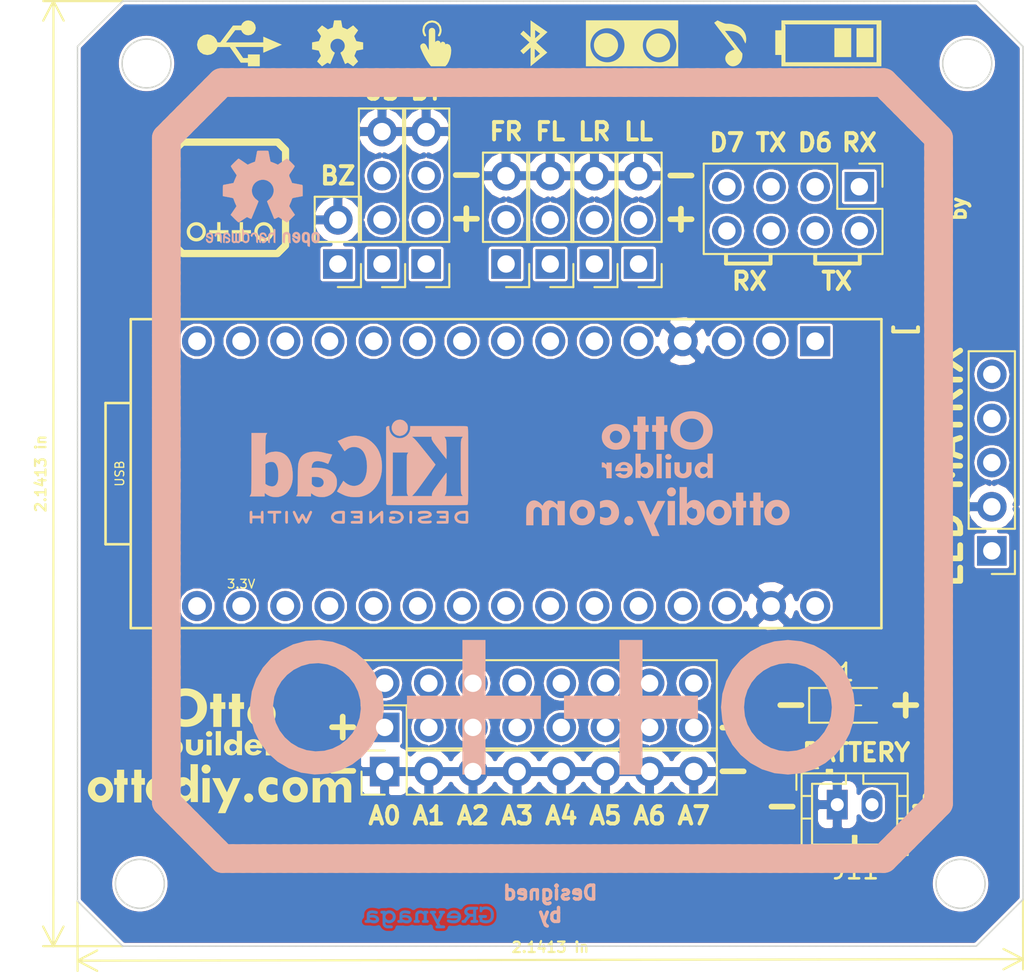
<source format=kicad_pcb>
(kicad_pcb (version 20171130) (host pcbnew 5.1.0-rc1-unknown-5072298~66~ubuntu16.04.1)
  (layers (0 F.Cu signal hide) (31 B.Cu signal hide) (34 B.Paste user) (35 F.Paste user) (36 B.SilkS user) (37 F.SilkS user) (38 B.Mask user) (39 F.Mask user) (44 Edge.Cuts user))
  (net 0 "")
  (net 1 /VIN)
  (net 2 "Net-(D1-Pad2)")
  (net 3 /D3)
  (net 4 /+5V)
  (net 5 GND)
  (net 6 /D2)
  (net 7 /RX)
  (net 8 /TX)
  (net 9 /D5)
  (net 10 /D4)
  (net 11 /RX-B)
  (net 12 /D7)
  (net 13 /TX-B)
  (net 14 /D6)
  (net 15 /D9)
  (net 16 /D8)
  (net 17 /D12/MISO)
  (net 18 /D11/MOSI)
  (net 19 /D10/SS)
  (net 20 /D13/SCK)
  (net 21 /A7)
  (net 22 /A6)
  (net 23 /A5)
  (net 24 /A4)
  (net 25 /A3)
  (net 26 /A2)
  (net 27 /A1)
  (net 28 /A0)
  (net 29 /RESET)
  (net 30 "Net-(XA1-PadAREF)")
  (net 31 /3V3)
  (module OSHwi:greynaga6-2 (layer B.Cu) (at 140.97 122.555 180)
    (fp_text reference GSLogoMask hide)
    (fp_text value GSLogoMask*** hide)
  )
  (module OSHwi:greynaga6-2-cooper (layer B.Cu) (at 140.97 122.555 180)
    (fp_text reference GSlogoCu hide)
    (fp_text value GSlogoCu*** hide)
    (fp_poly (pts (xy 0.541666 0.256025) (xy 0.582283 0.249307) (xy 0.619201 0.237889) (xy 0.652882 0.221598) (xy 0.683789 0.200261) (xy 0.706817 0.179453) (xy 0.720449 0.165066) (xy 0.730749 0.152281) (xy 0.739392 0.138792) (xy 0.747414 0.123588) (xy 0.753019 0.112036) (xy 0.757798 0.101372) (xy 0.761815 0.090989) (xy 0.765138 0.080279) (xy 0.767833 0.068635) (xy 0.769964 0.05545) (xy 0.771598 0.040117) (xy 0.772801 0.022027) (xy 0.773639 0.000573) (xy 0.774178 -0.024851) (xy 0.774483 -0.054854) (xy 0.774622 -0.090042) (xy 0.774658 -0.127383) (xy 0.7747 -0.288104) (xy 0.794543 -0.290329) (xy 0.819393 -0.29518) (xy 0.839094 -0.303683) (xy 0.853802 -0.315999) (xy 0.863675 -0.332291) (xy 0.868869 -0.352721) (xy 0.86981 -0.3683) (xy 0.868119 -0.390033) (xy 0.862798 -0.407302) (xy 0.853472 -0.421093) (xy 0.847793 -0.426492) (xy 0.841924 -0.43137) (xy 0.836579 -0.435363) (xy 0.831075 -0.438559) (xy 0.824731 -0.441048) (xy 0.816863 -0.442917) (xy 0.80679 -0.444255) (xy 0.793828 -0.445151) (xy 0.777296 -0.445694) (xy 0.756512 -0.445971) (xy 0.730792 -0.446073) (xy 0.699455 -0.446087) (xy 0.579437 -0.446087) (xy 0.560387 -0.436562) (xy 0.543482 -0.426145) (xy 0.531924 -0.413911) (xy 0.524897 -0.398609) (xy 0.521583 -0.378987) (xy 0.521433 -0.376867) (xy 0.521882 -0.352619) (xy 0.526793 -0.332716) (xy 0.536407 -0.316866) (xy 0.550966 -0.304777) (xy 0.57071 -0.296159) (xy 0.592244 -0.291265) (xy 0.61595 -0.287493) (xy 0.61595 -0.142826) (xy 0.615916 -0.105545) (xy 0.61578 -0.074025) (xy 0.615484 -0.047677) (xy 0.614974 -0.025912) (xy 0.614193 -0.008142) (xy 0.613086 0.006222) (xy 0.611598 0.01777) (xy 0.609673 0.027089) (xy 0.607255 0.03477) (xy 0.604289 0.0414) (xy 0.600719 0.047569) (xy 0.597514 0.052388) (xy 0.584918 0.066241) (xy 0.567864 0.078691) (xy 0.548243 0.088456) (xy 0.540143 0.091309) (xy 0.530158 0.09379) (xy 0.51823 0.095451) (xy 0.503025 0.096408) (xy 0.483213 0.096774) (xy 0.47625 0.096786) (xy 0.457456 0.096662) (xy 0.443466 0.096213) (xy 0.432735 0.095253) (xy 0.423716 0.093594) (xy 0.414866 0.09105) (xy 0.407428 0.088455) (xy 0.382767 0.077356) (xy 0.357405 0.061589) (xy 0.330685 0.040711) (xy 0.311666 0.023614) (xy 0.282575 -0.003771) (xy 0.282575 -0.288925) (xy 0.294691 -0.288925) (xy 0.309999 -0.289977) (xy 0.326907 -0.292773) (xy 0.342803 -0.296765) (xy 0.355078 -0.30141) (xy 0.355499 -0.301623) (xy 0.372539 -0.313473) (xy 0.384505 -0.328963) (xy 0.391498 -0.34828) (xy 0.39363 -0.370579) (xy 0.391646 -0.392296) (xy 0.385483 -0.409681) (xy 0.374587 -0.423616) (xy 0.358405 -0.43498) (xy 0.350797 -0.438788) (xy 0.346721 -0.440602) (xy 0.342686 -0.442091) (xy 0.338046 -0.443291) (xy 0.332151 -0.444238) (xy 0.324352 -0.444966) (xy 0.314002 -0.445513) (xy 0.300452 -0.445913) (xy 0.283052 -0.446202) (xy 0.261156 -0.446416) (xy 0.234113 -0.446591) (xy 0.206375 -0.446737) (xy 0.171688 -0.44686) (xy 0.142846 -0.446839) (xy 0.119343 -0.446661) (xy 0.100673 -0.446315) (xy 0.086333 -0.445788) (xy 0.075816 -0.445067) (xy 0.068619 -0.444141) (xy 0.065087 -0.443302) (xy 0.043819 -0.434532) (xy 0.028148 -0.423343) (xy 0.017557 -0.409028) (xy 0.011529 -0.39088) (xy 0.009545 -0.368192) (xy 0.009542 -0.367404) (xy 0.01224 -0.345291) (xy 0.020255 -0.326437) (xy 0.033397 -0.311168) (xy 0.047725 -0.301623) (xy 0.059778 -0.296962) (xy 0.07557 -0.292929) (xy 0.092488 -0.290069) (xy 0.107922 -0.288927) (xy 0.108533 -0.288925) (xy 0.12065 -0.288925) (xy 0.12065 0.078083) (xy 0.098264 0.081922) (xy 0.084873 0.084822) (xy 0.072128 0.088584) (xy 0.063646 0.092001) (xy 0.047336 0.10368) (xy 0.035397 0.119371) (xy 0.02814 0.138204) (xy 0.025876 0.159309) (xy 0.028914 0.181817) (xy 0.030075 0.186042) (xy 0.038398 0.20338) (xy 0.052247 0.217784) (xy 0.071437 0.229232) (xy 0.07615 0.231294) (xy 0.080848 0.232938) (xy 0.086306 0.234219) (xy 0.093299 0.235195) (xy 0.1026 0.235921) (xy 0.114984 0.236456) (xy 0.131224 0.236854) (xy 0.152097 0.237174) (xy 0.178374 0.237471) (xy 0.184943 0.237539) (xy 0.282575 0.238539) (xy 0.282575 0.168113) (xy 0.302487 0.185005) (xy 0.322594 0.201315) (xy 0.340895 0.214303) (xy 0.359694 0.225486) (xy 0.378588 0.235092) (xy 0.399931 0.244297) (xy 0.420782 0.250883) (xy 0.442821 0.25518) (xy 0.46773 0.257516) (xy 0.496887 0.258218) (xy 0.541666 0.256025)) (layer B.Cu) (width 0.01))
    (fp_poly (pts (xy -2.416406 0.466363) (xy -2.390736 0.466096) (xy -2.368815 0.465653) (xy -2.350125 0.46501) (xy -2.334145 0.464142) (xy -2.320355 0.463026) (xy -2.308236 0.461638) (xy -2.297267 0.459953) (xy -2.286928 0.457947) (xy -2.2767 0.455597) (xy -2.266063 0.452878) (xy -2.262939 0.452046) (xy -2.223392 0.438724) (xy -2.186136 0.420778) (xy -2.151861 0.398756) (xy -2.121257 0.373204) (xy -2.095013 0.344671) (xy -2.07382 0.313703) (xy -2.063789 0.294124) (xy -2.05192 0.260839) (xy -2.044633 0.224872) (xy -2.042201 0.18821) (xy -2.044547 0.155179) (xy -2.052587 0.119599) (xy -2.066138 0.0863) (xy -2.085434 0.054853) (xy -2.110708 0.024825) (xy -2.120886 0.01469) (xy -2.131565 0.005111) (xy -2.144432 -0.005474) (xy -2.158425 -0.016303) (xy -2.172484 -0.026612) (xy -2.18555 -0.035637) (xy -2.196561 -0.042616) (xy -2.204457 -0.046784) (xy -2.207435 -0.047625) (xy -2.206582 -0.049686) (xy -2.201892 -0.055319) (xy -2.194107 -0.063696) (xy -2.18397 -0.073988) (xy -2.182481 -0.075459) (xy -2.138558 -0.121791) (xy -2.09578 -0.17287) (xy -2.055443 -0.227092) (xy -2.033575 -0.259506) (xy -2.014538 -0.288825) (xy -1.995488 -0.28893) (xy -1.974732 -0.290296) (xy -1.954239 -0.293867) (xy -1.935893 -0.29919) (xy -1.921579 -0.30581) (xy -1.919288 -0.307304) (xy -1.905183 -0.320228) (xy -1.896029 -0.336123) (xy -1.891478 -0.355741) (xy -1.890809 -0.3683) (xy -1.892902 -0.391429) (xy -1.899557 -0.410249) (xy -1.911035 -0.425117) (xy -1.927594 -0.436392) (xy -1.944884 -0.44313) (xy -1.951817 -0.444675) (xy -1.961551 -0.44586) (xy -1.974809 -0.446717) (xy -1.99231 -0.447283) (xy -2.014778 -0.44759) (xy -2.040264 -0.447675) (xy -2.120543 -0.447675) (xy -2.13837 -0.415911) (xy -2.156902 -0.38447) (xy -2.177684 -0.351981) (xy -2.200202 -0.31907) (xy -2.22394 -0.286366) (xy -2.248385 -0.254494) (xy -2.273022 -0.224081) (xy -2.297336 -0.195753) (xy -2.320813 -0.170139) (xy -2.342938 -0.147863) (xy -2.363198 -0.129553) (xy -2.381077 -0.115835) (xy -2.388634 -0.111081) (xy -2.405063 -0.101659) (xy -2.480469 -0.101629) (xy -2.555875 -0.1016) (xy -2.555875 -0.288925) (xy -2.520157 -0.28898) (xy -2.488974 -0.290151) (xy -2.463233 -0.293688) (xy -2.442408 -0.299781) (xy -2.425976 -0.308623) (xy -2.413412 -0.320403) (xy -2.406725 -0.33034) (xy -2.402302 -0.339676) (xy -2.399881 -0.349213) (xy -2.398944 -0.361457) (xy -2.398867 -0.3683) (xy -2.400994 -0.391286) (xy -2.407465 -0.409852) (xy -2.418428 -0.424344) (xy -2.425503 -0.430075) (xy -2.431209 -0.433917) (xy -2.436702 -0.437155) (xy -2.442557 -0.43984) (xy -2.44935 -0.442024) (xy -2.457657 -0.443757) (xy -2.468054 -0.445091) (xy -2.481116 -0.446077) (xy -2.497419 -0.446767) (xy -2.517539 -0.44721) (xy -2.542052 -0.44746) (xy -2.571532 -0.447566) (xy -2.606556 -0.44758) (xy -2.622261 -0.447571) (xy -2.657911 -0.447531) (xy -2.687794 -0.44745) (xy -2.712496 -0.447308) (xy -2.7326 -0.447085) (xy -2.74869 -0.44676) (xy -2.761351 -0.446314) (xy -2.771167 -0.445725) (xy -2.778722 -0.444975) (xy -2.784599 -0.444043) (xy -2.789384 -0.442909) (xy -2.793316 -0.441672) (xy -2.812884 -0.431968) (xy -2.827694 -0.418198) (xy -2.83757 -0.400693) (xy -2.842335 -0.379783) (xy -2.841814 -0.355799) (xy -2.841239 -0.351772) (xy -2.835234 -0.332381) (xy -2.823995 -0.316427) (xy -2.807689 -0.304011) (xy -2.786485 -0.295233) (xy -2.760552 -0.290195) (xy -2.736267 -0.288925) (xy -2.7178 -0.288925) (xy -2.7178 0.05715) (xy -2.555875 0.05715) (xy -2.505869 0.057178) (xy -2.483935 0.057417) (xy -2.459739 0.058048) (xy -2.436017 0.058981) (xy -2.415504 0.060123) (xy -2.412907 0.060304) (xy -2.379126 0.063717) (xy -2.349865 0.068941) (xy -2.323456 0.076375) (xy -2.298227 0.086415) (xy -2.292979 0.088866) (xy -2.27115 0.101276) (xy -2.251296 0.116324) (xy -2.234723 0.132839) (xy -2.222736 0.149647) (xy -2.220499 0.153988) (xy -2.215039 0.171124) (xy -2.212889 0.190639) (xy -2.214103 0.21) (xy -2.218733 0.226673) (xy -2.218978 0.227221) (xy -2.231258 0.246959) (xy -2.249071 0.264952) (xy -2.271714 0.280653) (xy -2.298487 0.293517) (xy -2.309564 0.297538) (xy -2.316509 0.299813) (xy -2.322776 0.301651) (xy -2.329131 0.303107) (xy -2.336343 0.304236) (xy -2.34518 0.305094) (xy -2.356409 0.305734) (xy -2.370797 0.306213) (xy -2.389114 0.306584) (xy -2.412126 0.306904) (xy -2.440601 0.307226) (xy -2.445544 0.30728) (xy -2.555875 0.308478) (xy -2.555875 0.05715) (xy -2.7178 0.05715) (xy -2.7178 0.307052) (xy -2.748757 0.308854) (xy -2.776947 0.312098) (xy -2.799708 0.318375) (xy -2.817308 0.327913) (xy -2.830015 0.340942) (xy -2.838098 0.357691) (xy -2.841825 0.378388) (xy -2.842155 0.388572) (xy -2.840508 0.410673) (xy -2.835405 0.428063) (xy -2.826315 0.441664) (xy -2.812708 0.452403) (xy -2.802419 0.457738) (xy -2.786063 0.465138) (xy -2.566988 0.466155) (xy -2.521118 0.46635) (xy -2.481077 0.466466) (xy -2.446347 0.466478) (xy -2.416406 0.466363)) (layer B.Cu) (width 0.01))
    (fp_poly (pts (xy -2.975093 0.487295) (xy -2.958806 0.481562) (xy -2.949319 0.475332) (xy -2.941943 0.467039) (xy -2.935288 0.455604) (xy -2.925763 0.437033) (xy -2.924772 0.33272) (xy -2.924535 0.302881) (xy -2.924464 0.278668) (xy -2.924582 0.259358) (xy -2.924912 0.24423) (xy -2.925478 0.23256) (xy -2.926303 0.223626) (xy -2.92741 0.216705) (xy -2.928657 0.211636) (xy -2.936615 0.191227) (xy -2.947388 0.176183) (xy -2.961588 0.166054) (xy -2.97983 0.160395) (xy -3.00115 0.15875) (xy -3.015042 0.159329) (xy -3.027563 0.160863) (xy -3.036265 0.163049) (xy -3.036434 0.163119) (xy -3.047557 0.169857) (xy -3.057357 0.180526) (xy -3.066178 0.195727) (xy -3.074367 0.216059) (xy -3.082271 0.242122) (xy -3.082516 0.243032) (xy -3.090338 0.260301) (xy -3.10375 0.276127) (xy -3.122115 0.29031) (xy -3.144795 0.302648) (xy -3.171152 0.312939) (xy -3.20055 0.320983) (xy -3.232351 0.326578) (xy -3.265917 0.329523) (xy -3.30061 0.329616) (xy -3.335795 0.326657) (xy -3.343834 0.325532) (xy -3.385635 0.316345) (xy -3.424127 0.30205) (xy -3.458992 0.282944) (xy -3.489912 0.259323) (xy -3.516568 0.231483) (xy -3.538642 0.199723) (xy -3.555816 0.164337) (xy -3.567772 0.125624) (xy -3.570044 0.114744) (xy -3.571827 0.10144) (xy -3.573253 0.083102) (xy -3.57432 0.060872) (xy -3.575029 0.035891) (xy -3.57538 0.0093) (xy -3.575372 -0.017759) (xy -3.575007 -0.044145) (xy -3.574284 -0.068716) (xy -3.573203 -0.090331) (xy -3.571763 -0.107849) (xy -3.570036 -0.119792) (xy -3.559542 -0.157609) (xy -3.544526 -0.191143) (xy -3.524917 -0.220455) (xy -3.500642 -0.245602) (xy -3.47163 -0.266643) (xy -3.437807 -0.283638) (xy -3.399103 -0.296646) (xy -3.355445 -0.305725) (xy -3.340184 -0.307839) (xy -3.296209 -0.311049) (xy -3.250528 -0.310329) (xy -3.20481 -0.305863) (xy -3.160728 -0.297839) (xy -3.119951 -0.286441) (xy -3.107532 -0.281981) (xy -3.082925 -0.272588) (xy -3.082925 -0.168902) (xy -3.177382 -0.167493) (xy -3.207581 -0.166968) (xy -3.23221 -0.166312) (xy -3.252047 -0.165416) (xy -3.267871 -0.164173) (xy -3.280462 -0.162474) (xy -3.290598 -0.16021) (xy -3.299059 -0.157273) (xy -3.306624 -0.153554) (xy -3.314072 -0.148946) (xy -3.314981 -0.148337) (xy -3.327733 -0.136063) (xy -3.336758 -0.1195) (xy -3.341742 -0.099714) (xy -3.342371 -0.077769) (xy -3.340243 -0.062601) (xy -3.334333 -0.045383) (xy -3.324127 -0.031763) (xy -3.308908 -0.020956) (xy -3.297238 -0.015561) (xy -3.278188 -0.007937) (xy -3.103563 -0.007937) (xy -3.065399 -0.007952) (xy -3.033039 -0.008006) (xy -3.005937 -0.008116) (xy -2.983548 -0.008298) (xy -2.965326 -0.008567) (xy -2.950726 -0.00894) (xy -2.939201 -0.009432) (xy -2.930206 -0.01006) (xy -2.923195 -0.01084) (xy -2.917622 -0.011787) (xy -2.912943 -0.012917) (xy -2.910696 -0.013578) (xy -2.890083 -0.022765) (xy -2.874327 -0.035933) (xy -2.863638 -0.052803) (xy -2.858229 -0.073095) (xy -2.85757 -0.083769) (xy -2.859763 -0.107377) (xy -2.866709 -0.126916) (xy -2.878668 -0.142806) (xy -2.895902 -0.155468) (xy -2.904925 -0.159991) (xy -2.924175 -0.168631) (xy -2.924175 -0.375067) (xy -2.969419 -0.396749) (xy -3.009386 -0.415152) (xy -3.045798 -0.430222) (xy -3.080147 -0.442481) (xy -3.113923 -0.452453) (xy -3.148617 -0.460659) (xy -3.15595 -0.462166) (xy -3.16877 -0.464021) (xy -3.186689 -0.465616) (xy -3.20846 -0.466925) (xy -3.232837 -0.467923) (xy -3.258574 -0.468583) (xy -3.284424 -0.468881) (xy -3.30914 -0.468791) (xy -3.331476 -0.468287) (xy -3.350186 -0.467343) (xy -3.360738 -0.466374) (xy -3.400872 -0.459972) (xy -3.441506 -0.450536) (xy -3.480867 -0.438591) (xy -3.517182 -0.424665) (xy -3.5433 -0.412211) (xy -3.581697 -0.388292) (xy -3.616534 -0.359389) (xy -3.647516 -0.325966) (xy -3.674347 -0.288485) (xy -3.696729 -0.24741) (xy -3.714366 -0.203205) (xy -3.726961 -0.156333) (xy -3.733458 -0.114969) (xy -3.734743 -0.098693) (xy -3.735726 -0.07743) (xy -3.736407 -0.052535) (xy -3.736784 -0.025364) (xy -3.736855 0.002728) (xy -3.736619 0.030384) (xy -3.736076 0.05625) (xy -3.735224 0.07897) (xy -3.734061 0.097188) (xy -3.733661 0.101478) (xy -3.726428 0.147428) (xy -3.714482 0.192508) (xy -3.698377 0.234713) (xy -3.694442 0.243181) (xy -3.679115 0.2729) (xy -3.663221 0.298868) (xy -3.645405 0.322983) (xy -3.624309 0.347143) (xy -3.608401 0.363565) (xy -3.572999 0.395891) (xy -3.536593 0.422723) (xy -3.498131 0.444629) (xy -3.456562 0.462179) (xy -3.410835 0.475941) (xy -3.393086 0.480092) (xy -3.381359 0.482485) (xy -3.3703 0.484278) (xy -3.35869 0.485554) (xy -3.34531 0.486397) (xy -3.32894 0.486888) (xy -3.308361 0.487112) (xy -3.2893 0.487154) (xy -3.262238 0.487018) (xy -3.240367 0.486563) (xy -3.222533 0.485724) (xy -3.207583 0.484438) (xy -3.194363 0.482641) (xy -3.187912 0.481506) (xy -3.161803 0.475687) (xy -3.133885 0.467947) (xy -3.106775 0.459083) (xy -3.08309 0.44989) (xy -3.080845 0.44891) (xy -3.069119 0.444359) (xy -3.062617 0.443384) (xy -3.061261 0.444407) (xy -3.056855 0.452384) (xy -3.049086 0.462197) (xy -3.039707 0.471925) (xy -3.030471 0.479645) (xy -3.027215 0.481736) (xy -3.011716 0.487398) (xy -2.993541 0.489249) (xy -2.975093 0.487295)) (layer B.Cu) (width 0.01))
    (fp_poly (pts (xy 3.294858 0.257621) (xy 3.341954 0.252197) (xy 3.38518 0.242867) (xy 3.402012 0.237772) (xy 3.436003 0.223973) (xy 3.467184 0.206312) (xy 3.494769 0.185419) (xy 3.517974 0.161921) (xy 3.536013 0.136446) (xy 3.541395 0.126285) (xy 3.545654 0.117278) (xy 3.54929 0.108953) (xy 3.552352 0.100739) (xy 3.55489 0.092067) (xy 3.556952 0.082365) (xy 3.558589 0.071063) (xy 3.55985 0.057591) (xy 3.560784 0.041378) (xy 3.561441 0.021853) (xy 3.56187 -0.001554) (xy 3.562122 -0.029413) (xy 3.562245 -0.062295) (xy 3.562289 -0.100771) (xy 3.562294 -0.114615) (xy 3.56235 -0.287968) (xy 3.594893 -0.28985) (xy 3.621936 -0.292687) (xy 3.643675 -0.297948) (xy 3.660798 -0.305953) (xy 3.673993 -0.317022) (xy 3.683789 -0.331177) (xy 3.687692 -0.340056) (xy 3.689888 -0.349785) (xy 3.690779 -0.362577) (xy 3.690861 -0.370205) (xy 3.690601 -0.383815) (xy 3.68948 -0.393359) (xy 3.68697 -0.401109) (xy 3.68254 -0.409343) (xy 3.681263 -0.411432) (xy 3.672979 -0.422518) (xy 3.662714 -0.430963) (xy 3.652965 -0.436513) (xy 3.634254 -0.446087) (xy 3.517339 -0.447027) (xy 3.400425 -0.447967) (xy 3.400425 -0.416005) (xy 3.382168 -0.424348) (xy 3.355535 -0.43536) (xy 3.325186 -0.445986) (xy 3.293738 -0.455377) (xy 3.2639 -0.462666) (xy 3.243479 -0.466117) (xy 3.219027 -0.468859) (xy 3.192034 -0.470848) (xy 3.163992 -0.472042) (xy 3.136394 -0.472396) (xy 3.110731 -0.471866) (xy 3.088496 -0.470409) (xy 3.072574 -0.468256) (xy 3.032734 -0.458251) (xy 2.995754 -0.444045) (xy 2.962133 -0.426029) (xy 2.932371 -0.404591) (xy 2.906968 -0.380122) (xy 2.886423 -0.353011) (xy 2.871235 -0.323647) (xy 2.865345 -0.306672) (xy 2.861971 -0.288572) (xy 2.860719 -0.266682) (xy 2.861109 -0.254683) (xy 3.029019 -0.254683) (xy 3.031999 -0.267425) (xy 3.04061 -0.279693) (xy 3.054137 -0.290927) (xy 3.071861 -0.300573) (xy 3.093065 -0.308072) (xy 3.100075 -0.309838) (xy 3.116978 -0.312315) (xy 3.138383 -0.313322) (xy 3.162636 -0.312936) (xy 3.188079 -0.311231) (xy 3.213056 -0.308282) (xy 3.23591 -0.304163) (xy 3.2385 -0.303578) (xy 3.272125 -0.294668) (xy 3.304021 -0.283706) (xy 3.336441 -0.269843) (xy 3.363912 -0.256278) (xy 3.402012 -0.236535) (xy 3.402901 -0.197985) (xy 3.403789 -0.159434) (xy 3.383769 -0.155948) (xy 3.345818 -0.15026) (xy 3.307644 -0.146262) (xy 3.270307 -0.143974) (xy 3.234865 -0.143412) (xy 3.202375 -0.144595) (xy 3.173896 -0.147539) (xy 3.151187 -0.152073) (xy 3.121762 -0.161732) (xy 3.095407 -0.173897) (xy 3.072674 -0.188104) (xy 3.054117 -0.203888) (xy 3.040288 -0.220785) (xy 3.031742 -0.238329) (xy 3.029019 -0.254683) (xy 2.861109 -0.254683) (xy 2.861484 -0.24316) (xy 2.864159 -0.220161) (xy 2.868639 -0.199843) (xy 2.870928 -0.192908) (xy 2.881721 -0.168052) (xy 2.894927 -0.145837) (xy 2.911823 -0.124316) (xy 2.925762 -0.109402) (xy 2.9586 -0.079726) (xy 2.994063 -0.05486) (xy 3.032769 -0.034495) (xy 3.075341 -0.018322) (xy 3.122396 -0.006032) (xy 3.14001 -0.002596) (xy 3.165339 0.00081) (xy 3.195398 0.002976) (xy 3.228698 0.003935) (xy 3.263746 0.00372) (xy 3.299053 0.002366) (xy 3.333129 -0.000095) (xy 3.364481 -0.003629) (xy 3.391621 -0.008203) (xy 3.391693 -0.008218) (xy 3.400425 -0.010029) (xy 3.400425 0.015781) (xy 3.399749 0.033039) (xy 3.397256 0.045871) (xy 3.392244 0.056103) (xy 3.384011 0.065562) (xy 3.379831 0.069386) (xy 3.36453 0.080022) (xy 3.345487 0.088111) (xy 3.322145 0.093782) (xy 3.293949 0.097168) (xy 3.260344 0.098397) (xy 3.256476 0.098407) (xy 3.236862 0.098117) (xy 3.218066 0.097164) (xy 3.1989 0.095392) (xy 3.178171 0.092648) (xy 3.15469 0.088776) (xy 3.127266 0.083623) (xy 3.099768 0.078079) (xy 3.069938 0.072148) (xy 3.045451 0.067873) (xy 3.025514 0.065281) (xy 3.009331 0.064399) (xy 2.996109 0.065257) (xy 2.985052 0.06788) (xy 2.975368 0.072297) (xy 2.966261 0.078536) (xy 2.961021 0.08292) (xy 2.94773 0.098515) (xy 2.938933 0.117116) (xy 2.934788 0.137338) (xy 2.935455 0.157799) (xy 2.941092 0.177114) (xy 2.948734 0.19009) (xy 2.955435 0.197112) (xy 2.964864 0.203612) (xy 2.977817 0.20996) (xy 2.995093 0.216521) (xy 3.017487 0.223665) (xy 3.02869 0.22695) (xy 3.083408 0.240714) (xy 3.138166 0.250686) (xy 3.192182 0.256843) (xy 3.244673 0.259162) (xy 3.294858 0.257621)) (layer B.Cu) (width 0.01))
    (fp_poly (pts (xy 1.428856 0.256821) (xy 1.476526 0.249673) (xy 1.520116 0.238011) (xy 1.559457 0.221869) (xy 1.589647 0.204507) (xy 1.617347 0.183124) (xy 1.639714 0.159154) (xy 1.657527 0.131732) (xy 1.660782 0.125413) (xy 1.665257 0.116146) (xy 1.669079 0.107452) (xy 1.672301 0.09876) (xy 1.674973 0.089501) (xy 1.677148 0.079104) (xy 1.678875 0.066997) (xy 1.680206 0.05261) (xy 1.681193 0.035373) (xy 1.681886 0.014716) (xy 1.682337 -0.009933) (xy 1.682597 -0.039145) (xy 1.682717 -0.073488) (xy 1.682749 -0.113535) (xy 1.68275 -0.119341) (xy 1.68275 -0.288925) (xy 1.702804 -0.288925) (xy 1.733296 -0.290827) (xy 1.75879 -0.29652) (xy 1.779249 -0.305983) (xy 1.794638 -0.319196) (xy 1.804924 -0.336136) (xy 1.80951 -0.352706) (xy 1.810795 -0.376668) (xy 1.806711 -0.397901) (xy 1.797525 -0.415939) (xy 1.783502 -0.430314) (xy 1.764908 -0.440559) (xy 1.758223 -0.442834) (xy 1.752573 -0.444186) (xy 1.745234 -0.445274) (xy 1.73553 -0.446122) (xy 1.722785 -0.446756) (xy 1.706324 -0.447203) (xy 1.685472 -0.447488) (xy 1.659553 -0.447636) (xy 1.631373 -0.447675) (xy 1.520825 -0.447675) (xy 1.520825 -0.4318) (xy 1.52052 -0.422741) (xy 1.519741 -0.416993) (xy 1.519131 -0.415925) (xy 1.515573 -0.417244) (xy 1.50827 -0.420628) (xy 1.502463 -0.423502) (xy 1.478277 -0.434233) (xy 1.4495 -0.444525) (xy 1.417888 -0.453867) (xy 1.3852 -0.461746) (xy 1.353192 -0.467651) (xy 1.34849 -0.468345) (xy 1.33283 -0.470022) (xy 1.313249 -0.471293) (xy 1.291257 -0.472141) (xy 1.268364 -0.472552) (xy 1.24608 -0.472509) (xy 1.225914 -0.471998) (xy 1.209379 -0.471002) (xy 1.199894 -0.469866) (xy 1.157188 -0.459891) (xy 1.117465 -0.445055) (xy 1.081304 -0.42565) (xy 1.049282 -0.40197) (xy 1.031207 -0.384683) (xy 1.011064 -0.360917) (xy 0.996427 -0.337626) (xy 0.986733 -0.313412) (xy 0.981421 -0.286878) (xy 0.979924 -0.257175) (xy 0.980016 -0.252945) (xy 1.14935 -0.252945) (xy 1.152401 -0.268023) (xy 1.161357 -0.281504) (xy 1.175915 -0.293142) (xy 1.195775 -0.302695) (xy 1.2192 -0.309599) (xy 1.234037 -0.311765) (xy 1.253394 -0.31286) (xy 1.27554 -0.312925) (xy 1.298742 -0.312004) (xy 1.32127 -0.310139) (xy 1.341391 -0.307373) (xy 1.3462 -0.306475) (xy 1.39137 -0.294747) (xy 1.438463 -0.277309) (xy 1.477962 -0.258978) (xy 1.522412 -0.236537) (xy 1.523303 -0.197643) (xy 1.523455 -0.182774) (xy 1.523219 -0.170526) (xy 1.522646 -0.162114) (xy 1.521784 -0.158752) (xy 1.521716 -0.158737) (xy 1.517664 -0.158262) (xy 1.508898 -0.157) (xy 1.496973 -0.15518) (xy 1.490662 -0.154187) (xy 1.44561 -0.148105) (xy 1.402614 -0.144411) (xy 1.362432 -0.143107) (xy 1.325823 -0.144194) (xy 1.293547 -0.147673) (xy 1.266361 -0.153545) (xy 1.265355 -0.15384) (xy 1.235143 -0.164537) (xy 1.208748 -0.177388) (xy 1.186624 -0.192004) (xy 1.169224 -0.207999) (xy 1.157002 -0.224985) (xy 1.150412 -0.242573) (xy 1.14935 -0.252945) (xy 0.980016 -0.252945) (xy 0.980298 -0.240122) (xy 0.98148 -0.226853) (xy 0.983876 -0.214814) (xy 0.987894 -0.201452) (xy 0.98959 -0.196476) (xy 1.003199 -0.165337) (xy 1.021896 -0.136246) (xy 1.046221 -0.108408) (xy 1.055562 -0.099372) (xy 1.09097 -0.070295) (xy 1.129688 -0.04606) (xy 1.172072 -0.026507) (xy 1.218477 -0.011476) (xy 1.269258 -0.000806) (xy 1.276731 0.000348) (xy 1.298598 0.002623) (xy 1.32528 0.003866) (xy 1.355334 0.004131) (xy 1.387319 0.00347) (xy 1.419792 0.001939) (xy 1.451312 -0.000411) (xy 1.480437 -0.003524) (xy 1.505724 -0.007348) (xy 1.511041 -0.008362) (xy 1.521491 -0.010452) (xy 1.520364 0.018297) (xy 1.519646 0.032363) (xy 1.518497 0.041899) (xy 1.516434 0.048724) (xy 1.51297 0.054657) (xy 1.509463 0.059242) (xy 1.495116 0.072907) (xy 1.476243 0.083559) (xy 1.452554 0.091285) (xy 1.423758 0.096173) (xy 1.389564 0.098308) (xy 1.378313 0.098426) (xy 1.359754 0.09825) (xy 1.342881 0.097623) (xy 1.326499 0.096392) (xy 1.309415 0.094403) (xy 1.290437 0.091503) (xy 1.26837 0.087541) (xy 1.242022 0.082364) (xy 1.223962 0.078672) (xy 1.18993 0.072129) (xy 1.161473 0.067733) (xy 1.138197 0.065458) (xy 1.11971 0.06528) (xy 1.10562 0.067174) (xy 1.096505 0.070556) (xy 1.078567 0.083787) (xy 1.065414 0.101054) (xy 1.057321 0.12192) (xy 1.054997 0.136128) (xy 1.055197 0.157779) (xy 1.060241 0.175872) (xy 1.070408 0.191261) (xy 1.074296 0.195283) (xy 1.080508 0.200754) (xy 1.087219 0.205266) (xy 1.095721 0.209416) (xy 1.107304 0.213803) (xy 1.123262 0.219025) (xy 1.130341 0.22123) (xy 1.167335 0.232086) (xy 1.200908 0.240569) (xy 1.233239 0.247091) (xy 1.266504 0.252063) (xy 1.302881 0.255897) (xy 1.321948 0.257444) (xy 1.377274 0.259422) (xy 1.428856 0.256821)) (layer B.Cu) (width 0.01))
    (fp_poly (pts (xy -1.408884 0.257616) (xy -1.361811 0.251717) (xy -1.316582 0.241517) (xy -1.274176 0.227096) (xy -1.235576 0.208538) (xy -1.231663 0.206282) (xy -1.193234 0.180751) (xy -1.158048 0.151405) (xy -1.126801 0.119003) (xy -1.100187 0.084301) (xy -1.078901 0.048055) (xy -1.071275 0.031514) (xy -1.059737 0.0002) (xy -1.051198 -0.032397) (xy -1.045448 -0.067499) (xy -1.042278 -0.106327) (xy -1.041456 -0.142081) (xy -1.0414 -0.180975) (xy -1.360828 -0.180975) (xy -1.412944 -0.180979) (xy -1.459072 -0.180996) (xy -1.499572 -0.181032) (xy -1.534805 -0.181093) (xy -1.565133 -0.181186) (xy -1.590917 -0.181317) (xy -1.612518 -0.181492) (xy -1.630298 -0.181718) (xy -1.644616 -0.182001) (xy -1.655836 -0.182347) (xy -1.664317 -0.182763) (xy -1.670421 -0.183255) (xy -1.674509 -0.183829) (xy -1.676942 -0.184491) (xy -1.678082 -0.185249) (xy -1.678289 -0.186107) (xy -1.678174 -0.186531) (xy -1.671496 -0.200203) (xy -1.661311 -0.216052) (xy -1.648966 -0.232159) (xy -1.636229 -0.246189) (xy -1.610802 -0.267167) (xy -1.580554 -0.284372) (xy -1.545825 -0.297727) (xy -1.506959 -0.307153) (xy -1.464296 -0.312574) (xy -1.418179 -0.313913) (xy -1.36895 -0.311091) (xy -1.355706 -0.309669) (xy -1.334965 -0.30702) (xy -1.314825 -0.303943) (xy -1.294033 -0.300189) (xy -1.271337 -0.295512) (xy -1.245483 -0.289662) (xy -1.215219 -0.28239) (xy -1.203325 -0.279456) (xy -1.1737 -0.272452) (xy -1.149278 -0.26756) (xy -1.129268 -0.264795) (xy -1.112882 -0.264171) (xy -1.099328 -0.265705) (xy -1.087817 -0.269409) (xy -1.077558 -0.2753) (xy -1.069331 -0.281947) (xy -1.055379 -0.297442) (xy -1.046986 -0.314322) (xy -1.043442 -0.334167) (xy -1.043226 -0.340242) (xy -1.043464 -0.352597) (xy -1.044994 -0.361271) (xy -1.048528 -0.368904) (xy -1.052647 -0.375143) (xy -1.063306 -0.387692) (xy -1.077153 -0.399173) (xy -1.094791 -0.409897) (xy -1.116823 -0.420176) (xy -1.143853 -0.43032) (xy -1.176484 -0.44064) (xy -1.183825 -0.442778) (xy -1.223396 -0.452649) (xy -1.267301 -0.460885) (xy -1.313665 -0.467163) (xy -1.340817 -0.469769) (xy -1.356393 -0.47074) (xy -1.375934 -0.471511) (xy -1.398094 -0.472072) (xy -1.421527 -0.472415) (xy -1.444888 -0.472531) (xy -1.466831 -0.47241) (xy -1.486011 -0.472045) (xy -1.50108 -0.471425) (xy -1.508125 -0.470873) (xy -1.516117 -0.469732) (xy -1.528291 -0.46766) (xy -1.542611 -0.465013) (xy -1.550106 -0.463552) (xy -1.599358 -0.451004) (xy -1.644675 -0.433627) (xy -1.686502 -0.411187) (xy -1.725285 -0.38345) (xy -1.756018 -0.355708) (xy -1.786311 -0.321967) (xy -1.810718 -0.286688) (xy -1.829543 -0.249217) (xy -1.843087 -0.208903) (xy -1.851654 -0.165092) (xy -1.853931 -0.144462) (xy -1.855328 -0.095106) (xy -1.850816 -0.047855) (xy -1.848571 -0.0381) (xy -1.676119 -0.0381) (xy -1.221687 -0.0381) (xy -1.223806 -0.029368) (xy -1.228653 -0.01689) (xy -1.237265 -0.001973) (xy -1.24855 0.013736) (xy -1.261411 0.028588) (xy -1.264208 0.031443) (xy -1.282702 0.047225) (xy -1.305178 0.062278) (xy -1.329307 0.075174) (xy -1.348035 0.082905) (xy -1.383927 0.092574) (xy -1.422591 0.097717) (xy -1.462392 0.098351) (xy -1.501697 0.094495) (xy -1.538871 0.086165) (xy -1.555138 0.080711) (xy -1.584353 0.067265) (xy -1.611047 0.050178) (xy -1.634358 0.030234) (xy -1.653424 0.00822) (xy -1.667383 -0.015079) (xy -1.671691 -0.02555) (xy -1.676119 -0.0381) (xy -1.848571 -0.0381) (xy -1.840468 -0.002893) (xy -1.824358 0.039595) (xy -1.802559 0.079424) (xy -1.775146 0.116407) (xy -1.742191 0.150361) (xy -1.733694 0.157843) (xy -1.700335 0.184115) (xy -1.6671 0.205417) (xy -1.632131 0.222813) (xy -1.595982 0.236565) (xy -1.551349 0.248687) (xy -1.504633 0.256182) (xy -1.456818 0.259131) (xy -1.408884 0.257616)) (layer B.Cu) (width 0.01))
    (fp_poly (pts (xy 2.298534 0.25834) (xy 2.315568 0.258055) (xy 2.328899 0.257446) (xy 2.33985 0.256395) (xy 2.349745 0.254781) (xy 2.359907 0.252486) (xy 2.369203 0.250056) (xy 2.403796 0.238621) (xy 2.437402 0.223561) (xy 2.467646 0.205971) (xy 2.473325 0.202075) (xy 2.493962 0.187471) (xy 2.495806 0.238125) (xy 2.601884 0.238125) (xy 2.631271 0.238021) (xy 2.657886 0.237718) (xy 2.681039 0.237238) (xy 2.700037 0.236599) (xy 2.714189 0.23582) (xy 2.722803 0.234921) (xy 2.723681 0.234754) (xy 2.745043 0.227352) (xy 2.762234 0.215493) (xy 2.774811 0.199705) (xy 2.782334 0.180517) (xy 2.784426 0.161925) (xy 2.782846 0.14114) (xy 2.777738 0.124407) (xy 2.768598 0.110196) (xy 2.766774 0.108105) (xy 2.753977 0.096772) (xy 2.738485 0.088636) (xy 2.71925 0.083317) (xy 2.695225 0.08043) (xy 2.690143 0.080131) (xy 2.657475 0.078464) (xy 2.657472 -0.198099) (xy 2.65745 -0.251492) (xy 2.657375 -0.298947) (xy 2.657234 -0.340873) (xy 2.65701 -0.377681) (xy 2.65669 -0.409784) (xy 2.656259 -0.437591) (xy 2.655702 -0.461513) (xy 2.655004 -0.481962) (xy 2.654151 -0.499348) (xy 2.653128 -0.514082) (xy 2.651921 -0.526575) (xy 2.650514 -0.537238) (xy 2.648893 -0.546482) (xy 2.647044 -0.554717) (xy 2.644952 -0.562355) (xy 2.644403 -0.564174) (xy 2.629544 -0.602047) (xy 2.609301 -0.636917) (xy 2.584068 -0.668414) (xy 2.55424 -0.69617) (xy 2.520211 -0.719814) (xy 2.482375 -0.738978) (xy 2.443162 -0.752725) (xy 2.436709 -0.754473) (xy 2.430475 -0.755916) (xy 2.423785 -0.757089) (xy 2.415963 -0.758026) (xy 2.406333 -0.758759) (xy 2.394222 -0.759324) (xy 2.378953 -0.759753) (xy 2.359852 -0.76008) (xy 2.336242 -0.760339) (xy 2.307451 -0.760564) (xy 2.282825 -0.760725) (xy 2.253366 -0.760841) (xy 2.225627 -0.760817) (xy 2.200323 -0.760662) (xy 2.178173 -0.760387) (xy 2.159892 -0.760002) (xy 2.146198 -0.759517) (xy 2.137808 -0.758942) (xy 2.135931 -0.758652) (xy 2.1138 -0.750639) (xy 2.096359 -0.738692) (xy 2.083873 -0.723059) (xy 2.076606 -0.703986) (xy 2.076411 -0.703074) (xy 2.074017 -0.680178) (xy 2.07635 -0.65889) (xy 2.083143 -0.640308) (xy 2.094134 -0.625533) (xy 2.095312 -0.624434) (xy 2.101581 -0.619288) (xy 2.108372 -0.615037) (xy 2.116334 -0.611596) (xy 2.126111 -0.608884) (xy 2.138351 -0.606816) (xy 2.153698 -0.60531) (xy 2.1728 -0.604281) (xy 2.196303 -0.603646) (xy 2.224852 -0.603322) (xy 2.259094 -0.603226) (xy 2.259639 -0.603226) (xy 2.293581 -0.60314) (xy 2.321897 -0.602854) (xy 2.345308 -0.602301) (xy 2.364535 -0.601413) (xy 2.3803 -0.600124) (xy 2.393324 -0.598367) (xy 2.404331 -0.596074) (xy 2.41404 -0.593178) (xy 2.423174 -0.589611) (xy 2.427679 -0.587589) (xy 2.450436 -0.574346) (xy 2.468276 -0.557734) (xy 2.482129 -0.53686) (xy 2.483613 -0.533936) (xy 2.493962 -0.51293) (xy 2.496062 -0.39629) (xy 2.476351 -0.409675) (xy 2.45242 -0.424131) (xy 2.424696 -0.437949) (xy 2.395717 -0.449972) (xy 2.368438 -0.458924) (xy 2.336962 -0.46546) (xy 2.301649 -0.469053) (xy 2.264274 -0.469732) (xy 2.226612 -0.467527) (xy 2.190438 -0.462466) (xy 2.160587 -0.455485) (xy 2.11806 -0.440021) (xy 2.077996 -0.419181) (xy 2.040916 -0.393493) (xy 2.00734 -0.363488) (xy 1.977786 -0.329695) (xy 1.952775 -0.292643) (xy 1.932827 -0.252861) (xy 1.91846 -0.21088) (xy 1.917725 -0.20806) (xy 1.90826 -0.159106) (xy 1.904761 -0.110127) (xy 1.905027 -0.104775) (xy 2.065954 -0.104775) (xy 2.068858 -0.140612) (xy 2.077508 -0.173789) (xy 2.091978 -0.204503) (xy 2.112346 -0.232953) (xy 2.116739 -0.237954) (xy 2.14423 -0.263816) (xy 2.174718 -0.284214) (xy 2.207705 -0.298986) (xy 2.242695 -0.307971) (xy 2.279192 -0.311008) (xy 2.3167 -0.307936) (xy 2.326615 -0.306105) (xy 2.36061 -0.296076) (xy 2.392188 -0.280813) (xy 2.420722 -0.260909) (xy 2.445585 -0.236957) (xy 2.46615 -0.209549) (xy 2.48179 -0.179279) (xy 2.491015 -0.150607) (xy 2.494695 -0.125339) (xy 2.494994 -0.097443) (xy 2.492054 -0.069575) (xy 2.486018 -0.044388) (xy 2.485168 -0.041888) (xy 2.470719 -0.010068) (xy 2.451201 0.018668) (xy 2.42733 0.043864) (xy 2.399818 0.065063) (xy 2.369378 0.081808) (xy 2.336726 0.093642) (xy 2.302573 0.100108) (xy 2.267634 0.10075) (xy 2.262968 0.100372) (xy 2.242854 0.097969) (xy 2.225709 0.094464) (xy 2.2091 0.089167) (xy 2.190595 0.081384) (xy 2.181909 0.077321) (xy 2.166722 0.069591) (xy 2.154358 0.061898) (xy 2.14269 0.052708) (xy 2.129592 0.040489) (xy 2.126248 0.037183) (xy 2.10297 0.010829) (xy 2.085675 -0.016252) (xy 2.073996 -0.044923) (xy 2.067566 -0.076046) (xy 2.065954 -0.104775) (xy 1.905027 -0.104775) (xy 1.907175 -0.061724) (xy 1.915448 -0.014499) (xy 1.929527 0.030949) (xy 1.941517 0.058738) (xy 1.954606 0.083855) (xy 1.968412 0.105838) (xy 1.984209 0.12639) (xy 2.003274 0.147216) (xy 2.019984 0.163567) (xy 2.055129 0.193004) (xy 2.092676 0.216936) (xy 2.133342 0.235743) (xy 2.177844 0.249808) (xy 2.185798 0.251744) (xy 2.197382 0.254219) (xy 2.208675 0.256017) (xy 2.221017 0.257238) (xy 2.235749 0.257979) (xy 2.254212 0.25834) (xy 2.276475 0.258421) (xy 2.298534 0.25834)) (layer B.Cu) (width 0.01))
    (fp_poly (pts (xy -0.69325 0.237887) (xy -0.678291 0.237691) (xy -0.66664 0.237282) (xy -0.657538 0.236627) (xy -0.650225 0.235693) (xy -0.64394 0.234449) (xy -0.637923 0.232859) (xy -0.634635 0.231882) (xy -0.615263 0.22408) (xy -0.600966 0.213639) (xy -0.59135 0.199927) (xy -0.586023 0.18231) (xy -0.584591 0.160153) (xy -0.584904 0.151778) (xy -0.586199 0.13733) (xy -0.588509 0.12693) (xy -0.592441 0.118285) (xy -0.594707 0.114647) (xy -0.607869 0.100444) (xy -0.626089 0.089721) (xy -0.648974 0.082707) (xy -0.650875 0.082335) (xy -0.661479 0.080264) (xy -0.669231 0.078614) (xy -0.672399 0.07776) (xy -0.671249 0.074838) (xy -0.667473 0.066881) (xy -0.661377 0.054486) (xy -0.653269 0.038249) (xy -0.643454 0.018768) (xy -0.63224 -0.00336) (xy -0.619933 -0.027539) (xy -0.60684 -0.053171) (xy -0.593268 -0.079659) (xy -0.579523 -0.106407) (xy -0.565912 -0.132818) (xy -0.552742 -0.158294) (xy -0.540319 -0.182239) (xy -0.528951 -0.204056) (xy -0.518943 -0.223148) (xy -0.510604 -0.238918) (xy -0.504238 -0.250768) (xy -0.500153 -0.258103) (xy -0.498679 -0.26035) (xy -0.496798 -0.25763) (xy -0.492187 -0.249795) (xy -0.485113 -0.237325) (xy -0.475841 -0.220703) (xy -0.464639 -0.200411) (xy -0.451772 -0.176931) (xy -0.437506 -0.150747) (xy -0.422108 -0.122339) (xy -0.405844 -0.092191) (xy -0.405354 -0.091281) (xy -0.314371 0.077788) (xy -0.332491 0.08014) (xy -0.358579 0.085731) (xy -0.379576 0.095037) (xy -0.395432 0.108002) (xy -0.406098 0.124572) (xy -0.411524 0.144689) (xy -0.41166 0.1683) (xy -0.411596 0.168929) (xy -0.408557 0.186228) (xy -0.40288 0.199769) (xy -0.393456 0.211955) (xy -0.390298 0.215157) (xy -0.384691 0.220382) (xy -0.379135 0.22467) (xy -0.372953 0.228119) (xy -0.365468 0.230831) (xy -0.356001 0.232906) (xy -0.343874 0.234444) (xy -0.328412 0.235545) (xy -0.308935 0.236311) (xy -0.284765 0.23684) (xy -0.255227 0.237234) (xy -0.240113 0.237392) (xy -0.21045 0.237672) (xy -0.186384 0.237834) (xy -0.167164 0.237846) (xy -0.152035 0.237677) (xy -0.140247 0.237297) (xy -0.131048 0.236672) (xy -0.123684 0.235774) (xy -0.117403 0.234569) (xy -0.111454 0.233027) (xy -0.107577 0.23188) (xy -0.087593 0.223579) (xy -0.072998 0.212296) (xy -0.063402 0.197681) (xy -0.06049 0.189501) (xy -0.057849 0.17361) (xy -0.057623 0.155516) (xy -0.059639 0.137721) (xy -0.063724 0.12273) (xy -0.065373 0.119063) (xy -0.075174 0.106022) (xy -0.089612 0.094665) (xy -0.106996 0.086122) (xy -0.120123 0.082401) (xy -0.138306 0.078824) (xy -0.316803 -0.260292) (xy -0.339526 -0.303472) (xy -0.361409 -0.345083) (xy -0.382275 -0.384779) (xy -0.401941 -0.422217) (xy -0.420228 -0.457053) (xy -0.436955 -0.488941) (xy -0.451942 -0.517539) (xy -0.465008 -0.542502) (xy -0.475973 -0.563486) (xy -0.484657 -0.580145) (xy -0.490879 -0.592137) (xy -0.494458 -0.599117) (xy -0.4953 -0.600858) (xy -0.492386 -0.601767) (xy -0.484656 -0.602876) (xy -0.473634 -0.603978) (xy -0.470694 -0.604216) (xy -0.44538 -0.607588) (xy -0.425401 -0.613522) (xy -0.41017 -0.622294) (xy -0.399097 -0.634182) (xy -0.395922 -0.639453) (xy -0.392339 -0.647473) (xy -0.390203 -0.656276) (xy -0.389188 -0.667818) (xy -0.388961 -0.681037) (xy -0.389162 -0.695451) (xy -0.390064 -0.70554) (xy -0.392069 -0.71332) (xy -0.395582 -0.720809) (xy -0.397641 -0.724417) (xy -0.407008 -0.737082) (xy -0.418946 -0.746565) (xy -0.434978 -0.753927) (xy -0.444283 -0.756934) (xy -0.448437 -0.757968) (xy -0.453651 -0.758853) (xy -0.460409 -0.759599) (xy -0.469197 -0.760217) (xy -0.480499 -0.760719) (xy -0.494801 -0.761114) (xy -0.512589 -0.761414) (xy -0.534346 -0.761629) (xy -0.560558 -0.76177) (xy -0.59171 -0.761848) (xy -0.628288 -0.761873) (xy -0.666533 -0.76186) (xy -0.709158 -0.76181) (xy -0.745879 -0.761714) (xy -0.777139 -0.761563) (xy -0.803384 -0.761349) (xy -0.825059 -0.761061) (xy -0.842608 -0.76069) (xy -0.856477 -0.760227) (xy -0.867111 -0.759662) (xy -0.874954 -0.758987) (xy -0.880452 -0.75819) (xy -0.884049 -0.757264) (xy -0.884054 -0.757262) (xy -0.899387 -0.750138) (xy -0.911383 -0.74022) (xy -0.922125 -0.725776) (xy -0.922338 -0.725435) (xy -0.927404 -0.716379) (xy -0.930457 -0.707817) (xy -0.932106 -0.697391) (xy -0.93289 -0.684466) (xy -0.93316 -0.670583) (xy -0.932391 -0.660777) (xy -0.930214 -0.652813) (xy -0.926296 -0.644525) (xy -0.918956 -0.633894) (xy -0.909612 -0.624233) (xy -0.906219 -0.621585) (xy -0.898427 -0.616644) (xy -0.890239 -0.612661) (xy -0.880892 -0.609537) (xy -0.86962 -0.607172) (xy -0.855659 -0.605466) (xy -0.838244 -0.604321) (xy -0.816611 -0.603637) (xy -0.789994 -0.603314) (xy -0.765147 -0.60325) (xy -0.674378 -0.60325) (xy -0.63167 -0.523265) (xy -0.620721 -0.502659) (xy -0.610854 -0.483898) (xy -0.60244 -0.467703) (xy -0.59585 -0.454793) (xy -0.591454 -0.445889) (xy -0.589623 -0.441713) (xy -0.589598 -0.441509) (xy -0.591112 -0.43849) (xy -0.595331 -0.430224) (xy -0.602049 -0.417111) (xy -0.611062 -0.399548) (xy -0.622165 -0.377933) (xy -0.635153 -0.352665) (xy -0.649822 -0.324141) (xy -0.665967 -0.29276) (xy -0.683383 -0.258921) (xy -0.701865 -0.223021) (xy -0.72121 -0.185459) (xy -0.72352 -0.180975) (xy -0.856807 0.077788) (xy -0.870523 0.08142) (xy -0.893313 0.089255) (xy -0.910496 0.099507) (xy -0.922541 0.112756) (xy -0.929919 0.12958) (xy -0.933101 0.150559) (xy -0.933311 0.15875) (xy -0.931657 0.180707) (xy -0.926294 0.198115) (xy -0.916623 0.211961) (xy -0.902046 0.223233) (xy -0.890548 0.229239) (xy -0.886107 0.231197) (xy -0.881683 0.232777) (xy -0.876557 0.234028) (xy -0.870009 0.234997) (xy -0.86132 0.235732) (xy -0.849769 0.236281) (xy -0.834637 0.236691) (xy -0.815204 0.237011) (xy -0.79075 0.237288) (xy -0.765583 0.237524) (xy -0.736136 0.23777) (xy -0.712278 0.237903) (xy -0.69325 0.237887)) (layer B.Cu) (width 0.01))
  )
  (module Mod:OttO_EdgeCuts (layer F.Cu) (at 147.955 97.155)
    (fp_text reference EdgeCutSilkS hide)
    (fp_text value EdgeCutSilkS*** hide)
    (fp_line (start -24.205752 -27.194336) (end -24.589676 -27.194313) (layer Edge.Cuts) (width 0.08))
    (fp_line (start -23.821666 -27.194336) (end -24.205752 -27.194336) (layer Edge.Cuts) (width 0.08))
    (fp_line (start -23.43758 -27.194336) (end -23.821666 -27.194336) (layer Edge.Cuts) (width 0.08))
    (fp_line (start -23.053495 -27.194336) (end -23.43758 -27.194336) (layer Edge.Cuts) (width 0.08))
    (fp_line (start -22.66941 -27.194336) (end -23.053495 -27.194336) (layer Edge.Cuts) (width 0.08))
    (fp_line (start -22.285325 -27.194336) (end -22.66941 -27.194336) (layer Edge.Cuts) (width 0.08))
    (fp_line (start -21.901239 -27.194336) (end -22.285325 -27.194336) (layer Edge.Cuts) (width 0.08))
    (fp_line (start -21.517154 -27.194336) (end -21.901239 -27.194336) (layer Edge.Cuts) (width 0.08))
    (fp_line (start -21.133069 -27.194336) (end -21.517154 -27.194336) (layer Edge.Cuts) (width 0.08))
    (fp_line (start -20.748984 -27.194336) (end -21.133069 -27.194336) (layer Edge.Cuts) (width 0.08))
    (fp_line (start -20.364899 -27.194336) (end -20.748984 -27.194336) (layer Edge.Cuts) (width 0.08))
    (fp_line (start -19.980814 -27.194336) (end -20.364899 -27.194336) (layer Edge.Cuts) (width 0.08))
    (fp_line (start -19.596729 -27.194336) (end -19.980814 -27.194336) (layer Edge.Cuts) (width 0.08))
    (fp_line (start -19.212644 -27.194336) (end -19.596729 -27.194336) (layer Edge.Cuts) (width 0.08))
    (fp_line (start -18.828559 -27.194336) (end -19.212644 -27.194336) (layer Edge.Cuts) (width 0.08))
    (fp_line (start -18.444474 -27.194336) (end -18.828559 -27.194336) (layer Edge.Cuts) (width 0.08))
    (fp_line (start -18.060389 -27.194336) (end -18.444474 -27.194336) (layer Edge.Cuts) (width 0.08))
    (fp_line (start -17.676304 -27.194336) (end -18.060389 -27.194336) (layer Edge.Cuts) (width 0.08))
    (fp_line (start -17.292219 -27.194336) (end -17.676304 -27.194336) (layer Edge.Cuts) (width 0.08))
    (fp_line (start -16.908134 -27.194336) (end -17.292219 -27.194336) (layer Edge.Cuts) (width 0.08))
    (fp_line (start -16.524049 -27.194336) (end -16.908134 -27.194336) (layer Edge.Cuts) (width 0.08))
    (fp_line (start -16.139964 -27.194336) (end -16.524049 -27.194336) (layer Edge.Cuts) (width 0.08))
    (fp_line (start -15.755879 -27.194336) (end -16.139964 -27.194336) (layer Edge.Cuts) (width 0.08))
    (fp_line (start -15.371793 -27.194336) (end -15.755879 -27.194336) (layer Edge.Cuts) (width 0.08))
    (fp_line (start -14.987708 -27.194336) (end -15.371793 -27.194336) (layer Edge.Cuts) (width 0.08))
    (fp_line (start -14.603623 -27.194336) (end -14.987708 -27.194336) (layer Edge.Cuts) (width 0.08))
    (fp_line (start -14.219538 -27.194336) (end -14.603623 -27.194336) (layer Edge.Cuts) (width 0.08))
    (fp_line (start -13.835453 -27.194336) (end -14.219538 -27.194336) (layer Edge.Cuts) (width 0.08))
    (fp_line (start -13.451368 -27.194336) (end -13.835453 -27.194336) (layer Edge.Cuts) (width 0.08))
    (fp_line (start -13.067283 -27.194336) (end -13.451368 -27.194336) (layer Edge.Cuts) (width 0.08))
    (fp_line (start -12.683198 -27.194336) (end -13.067283 -27.194336) (layer Edge.Cuts) (width 0.08))
    (fp_line (start -12.299113 -27.194336) (end -12.683198 -27.194336) (layer Edge.Cuts) (width 0.08))
    (fp_line (start -11.915028 -27.194336) (end -12.299113 -27.194336) (layer Edge.Cuts) (width 0.08))
    (fp_line (start -11.530943 -27.194336) (end -11.915028 -27.194336) (layer Edge.Cuts) (width 0.08))
    (fp_line (start -11.146858 -27.194336) (end -11.530943 -27.194336) (layer Edge.Cuts) (width 0.08))
    (fp_line (start -10.762773 -27.194336) (end -11.146858 -27.194336) (layer Edge.Cuts) (width 0.08))
    (fp_line (start -10.378688 -27.194336) (end -10.762773 -27.194336) (layer Edge.Cuts) (width 0.08))
    (fp_line (start -9.994603 -27.194336) (end -10.378688 -27.194336) (layer Edge.Cuts) (width 0.08))
    (fp_line (start -9.610518 -27.194336) (end -9.994603 -27.194336) (layer Edge.Cuts) (width 0.08))
    (fp_line (start -9.226433 -27.194336) (end -9.610518 -27.194336) (layer Edge.Cuts) (width 0.08))
    (fp_line (start -8.842347 -27.194336) (end -9.226433 -27.194336) (layer Edge.Cuts) (width 0.08))
    (fp_line (start -8.458262 -27.194336) (end -8.842347 -27.194336) (layer Edge.Cuts) (width 0.08))
    (fp_line (start -8.074177 -27.194336) (end -8.458262 -27.194336) (layer Edge.Cuts) (width 0.08))
    (fp_line (start -7.690092 -27.194336) (end -8.074177 -27.194336) (layer Edge.Cuts) (width 0.08))
    (fp_line (start -7.306007 -27.194336) (end -7.690092 -27.194336) (layer Edge.Cuts) (width 0.08))
    (fp_line (start -6.921922 -27.194336) (end -7.306007 -27.194336) (layer Edge.Cuts) (width 0.08))
    (fp_line (start -6.537837 -27.194336) (end -6.921922 -27.194336) (layer Edge.Cuts) (width 0.08))
    (fp_line (start -6.153752 -27.194336) (end -6.537837 -27.194336) (layer Edge.Cuts) (width 0.08))
    (fp_line (start -5.769667 -27.194336) (end -6.153752 -27.194336) (layer Edge.Cuts) (width 0.08))
    (fp_line (start -5.385582 -27.194336) (end -5.769667 -27.194336) (layer Edge.Cuts) (width 0.08))
    (fp_line (start -5.001497 -27.194336) (end -5.385582 -27.194336) (layer Edge.Cuts) (width 0.08))
    (fp_line (start -4.617412 -27.194336) (end -5.001497 -27.194336) (layer Edge.Cuts) (width 0.08))
    (fp_line (start -4.233326 -27.194336) (end -4.617412 -27.194336) (layer Edge.Cuts) (width 0.08))
    (fp_line (start -3.849239 -27.194336) (end -4.233326 -27.194336) (layer Edge.Cuts) (width 0.08))
    (fp_line (start -3.465154 -27.194336) (end -3.849239 -27.194336) (layer Edge.Cuts) (width 0.08))
    (fp_line (start -3.081069 -27.194336) (end -3.465154 -27.194336) (layer Edge.Cuts) (width 0.08))
    (fp_line (start -2.696984 -27.194336) (end -3.081069 -27.194336) (layer Edge.Cuts) (width 0.08))
    (fp_line (start -2.312899 -27.194336) (end -2.696984 -27.194336) (layer Edge.Cuts) (width 0.08))
    (fp_line (start -1.928814 -27.194336) (end -2.312899 -27.194336) (layer Edge.Cuts) (width 0.08))
    (fp_line (start -1.544729 -27.194336) (end -1.928814 -27.194336) (layer Edge.Cuts) (width 0.08))
    (fp_line (start -1.160644 -27.194336) (end -1.544729 -27.194336) (layer Edge.Cuts) (width 0.08))
    (fp_line (start -0.776559 -27.194336) (end -1.160644 -27.194336) (layer Edge.Cuts) (width 0.08))
    (fp_line (start -0.392474 -27.194336) (end -0.776559 -27.194336) (layer Edge.Cuts) (width 0.08))
    (fp_line (start -0.008389 -27.194336) (end -0.392474 -27.194336) (layer Edge.Cuts) (width 0.08))
    (fp_line (start 0.375696 -27.194336) (end -0.008389 -27.194336) (layer Edge.Cuts) (width 0.08))
    (fp_line (start 0.759781 -27.194336) (end 0.375696 -27.194336) (layer Edge.Cuts) (width 0.08))
    (fp_line (start 1.143866 -27.194336) (end 0.759781 -27.194336) (layer Edge.Cuts) (width 0.08))
    (fp_line (start 1.527951 -27.194336) (end 1.143866 -27.194336) (layer Edge.Cuts) (width 0.08))
    (fp_line (start 1.912037 -27.194336) (end 1.527951 -27.194336) (layer Edge.Cuts) (width 0.08))
    (fp_line (start 2.296122 -27.194336) (end 1.912037 -27.194336) (layer Edge.Cuts) (width 0.08))
    (fp_line (start 2.680207 -27.194336) (end 2.296122 -27.194336) (layer Edge.Cuts) (width 0.08))
    (fp_line (start 3.064292 -27.194336) (end 2.680207 -27.194336) (layer Edge.Cuts) (width 0.08))
    (fp_line (start 3.448377 -27.194336) (end 3.064292 -27.194336) (layer Edge.Cuts) (width 0.08))
    (fp_line (start 3.832462 -27.194336) (end 3.448377 -27.194336) (layer Edge.Cuts) (width 0.08))
    (fp_line (start 4.216547 -27.194336) (end 3.832462 -27.194336) (layer Edge.Cuts) (width 0.08))
    (fp_line (start 4.600632 -27.194336) (end 4.216547 -27.194336) (layer Edge.Cuts) (width 0.08))
    (fp_line (start 4.984717 -27.194336) (end 4.600632 -27.194336) (layer Edge.Cuts) (width 0.08))
    (fp_line (start 5.368802 -27.194336) (end 4.984717 -27.194336) (layer Edge.Cuts) (width 0.08))
    (fp_line (start 5.752887 -27.194336) (end 5.368802 -27.194336) (layer Edge.Cuts) (width 0.08))
    (fp_line (start 6.136972 -27.194336) (end 5.752887 -27.194336) (layer Edge.Cuts) (width 0.08))
    (fp_line (start 6.521057 -27.194336) (end 6.136972 -27.194336) (layer Edge.Cuts) (width 0.08))
    (fp_line (start 6.905142 -27.194336) (end 6.521057 -27.194336) (layer Edge.Cuts) (width 0.08))
    (fp_line (start 7.289227 -27.194336) (end 6.905142 -27.194336) (layer Edge.Cuts) (width 0.08))
    (fp_line (start 7.673312 -27.194336) (end 7.289227 -27.194336) (layer Edge.Cuts) (width 0.08))
    (fp_line (start 8.057397 -27.194336) (end 7.673312 -27.194336) (layer Edge.Cuts) (width 0.08))
    (fp_line (start 8.441483 -27.194336) (end 8.057397 -27.194336) (layer Edge.Cuts) (width 0.08))
    (fp_line (start 8.825568 -27.194336) (end 8.441483 -27.194336) (layer Edge.Cuts) (width 0.08))
    (fp_line (start 9.209653 -27.194336) (end 8.825568 -27.194336) (layer Edge.Cuts) (width 0.08))
    (fp_line (start 9.593738 -27.194336) (end 9.209653 -27.194336) (layer Edge.Cuts) (width 0.08))
    (fp_line (start 9.977823 -27.194336) (end 9.593738 -27.194336) (layer Edge.Cuts) (width 0.08))
    (fp_line (start 10.361908 -27.194336) (end 9.977823 -27.194336) (layer Edge.Cuts) (width 0.08))
    (fp_line (start 10.745993 -27.194336) (end 10.361908 -27.194336) (layer Edge.Cuts) (width 0.08))
    (fp_line (start 11.130078 -27.194336) (end 10.745993 -27.194336) (layer Edge.Cuts) (width 0.08))
    (fp_line (start 11.514163 -27.194336) (end 11.130078 -27.194336) (layer Edge.Cuts) (width 0.08))
    (fp_line (start 11.898248 -27.194336) (end 11.514163 -27.194336) (layer Edge.Cuts) (width 0.08))
    (fp_line (start 12.282333 -27.194336) (end 11.898248 -27.194336) (layer Edge.Cuts) (width 0.08))
    (fp_line (start 12.666418 -27.194336) (end 12.282333 -27.194336) (layer Edge.Cuts) (width 0.08))
    (fp_line (start 13.050506 -27.194336) (end 12.666418 -27.194336) (layer Edge.Cuts) (width 0.08))
    (fp_line (start 13.434591 -27.194336) (end 13.050506 -27.194336) (layer Edge.Cuts) (width 0.08))
    (fp_line (start 13.818676 -27.194336) (end 13.434591 -27.194336) (layer Edge.Cuts) (width 0.08))
    (fp_line (start 14.202761 -27.194336) (end 13.818676 -27.194336) (layer Edge.Cuts) (width 0.08))
    (fp_line (start 14.586846 -27.194336) (end 14.202761 -27.194336) (layer Edge.Cuts) (width 0.08))
    (fp_line (start 14.970931 -27.194336) (end 14.586846 -27.194336) (layer Edge.Cuts) (width 0.08))
    (fp_line (start 15.355016 -27.194336) (end 14.970931 -27.194336) (layer Edge.Cuts) (width 0.08))
    (fp_line (start 15.739101 -27.194336) (end 15.355016 -27.194336) (layer Edge.Cuts) (width 0.08))
    (fp_line (start 16.123186 -27.194336) (end 15.739101 -27.194336) (layer Edge.Cuts) (width 0.08))
    (fp_line (start 16.507271 -27.194336) (end 16.123186 -27.194336) (layer Edge.Cuts) (width 0.08))
    (fp_line (start 16.891356 -27.194336) (end 16.507271 -27.194336) (layer Edge.Cuts) (width 0.08))
    (fp_line (start 17.275442 -27.194336) (end 16.891356 -27.194336) (layer Edge.Cuts) (width 0.08))
    (fp_line (start 17.659527 -27.194336) (end 17.275442 -27.194336) (layer Edge.Cuts) (width 0.08))
    (fp_line (start 18.043612 -27.194336) (end 17.659527 -27.194336) (layer Edge.Cuts) (width 0.08))
    (fp_line (start 18.427697 -27.194336) (end 18.043612 -27.194336) (layer Edge.Cuts) (width 0.08))
    (fp_line (start 18.811782 -27.194336) (end 18.427697 -27.194336) (layer Edge.Cuts) (width 0.08))
    (fp_line (start 19.195867 -27.194336) (end 18.811782 -27.194336) (layer Edge.Cuts) (width 0.08))
    (fp_line (start 19.579952 -27.194336) (end 19.195867 -27.194336) (layer Edge.Cuts) (width 0.08))
    (fp_line (start 19.964037 -27.194336) (end 19.579952 -27.194336) (layer Edge.Cuts) (width 0.08))
    (fp_line (start 20.348122 -27.194336) (end 19.964037 -27.194336) (layer Edge.Cuts) (width 0.08))
    (fp_line (start 20.732207 -27.194336) (end 20.348122 -27.194336) (layer Edge.Cuts) (width 0.08))
    (fp_line (start 21.116292 -27.194336) (end 20.732207 -27.194336) (layer Edge.Cuts) (width 0.08))
    (fp_line (start 21.500377 -27.194336) (end 21.116292 -27.194336) (layer Edge.Cuts) (width 0.08))
    (fp_line (start 21.884462 -27.194336) (end 21.500377 -27.194336) (layer Edge.Cuts) (width 0.08))
    (fp_line (start 22.268547 -27.194336) (end 21.884462 -27.194336) (layer Edge.Cuts) (width 0.08))
    (fp_line (start 22.652632 -27.194336) (end 22.268547 -27.194336) (layer Edge.Cuts) (width 0.08))
    (fp_line (start 23.036717 -27.194336) (end 22.652632 -27.194336) (layer Edge.Cuts) (width 0.08))
    (fp_line (start 23.420802 -27.194336) (end 23.036717 -27.194336) (layer Edge.Cuts) (width 0.08))
    (fp_line (start 23.804888 -27.194336) (end 23.420802 -27.194336) (layer Edge.Cuts) (width 0.08))
    (fp_line (start 24.188973 -27.194336) (end 23.804888 -27.194336) (layer Edge.Cuts) (width 0.08))
    (fp_line (start 24.573058 -27.194336) (end 24.188973 -27.194336) (layer Edge.Cuts) (width 0.08))
    (fp_line (start 24.593536 -27.173923) (end 24.573058 -27.194336) (layer Edge.Cuts) (width 0.08))
    (fp_line (start 24.614015 -27.153511) (end 24.593536 -27.173923) (layer Edge.Cuts) (width 0.08))
    (fp_line (start 24.634494 -27.133098) (end 24.614015 -27.153511) (layer Edge.Cuts) (width 0.08))
    (fp_line (start 24.654973 -27.112685) (end 24.634494 -27.133098) (layer Edge.Cuts) (width 0.08))
    (fp_line (start 24.675451 -27.092273) (end 24.654973 -27.112685) (layer Edge.Cuts) (width 0.08))
    (fp_line (start 24.69593 -27.07186) (end 24.675451 -27.092273) (layer Edge.Cuts) (width 0.08))
    (fp_line (start 24.716409 -27.051448) (end 24.69593 -27.07186) (layer Edge.Cuts) (width 0.08))
    (fp_line (start 24.736888 -27.031035) (end 24.716409 -27.051448) (layer Edge.Cuts) (width 0.08))
    (fp_line (start 24.757366 -27.010622) (end 24.736888 -27.031035) (layer Edge.Cuts) (width 0.08))
    (fp_line (start 24.777845 -26.99021) (end 24.757366 -27.010622) (layer Edge.Cuts) (width 0.08))
    (fp_line (start 24.798324 -26.969797) (end 24.777845 -26.99021) (layer Edge.Cuts) (width 0.08))
    (fp_line (start 24.818803 -26.949385) (end 24.798324 -26.969797) (layer Edge.Cuts) (width 0.08))
    (fp_line (start 24.839281 -26.928972) (end 24.818803 -26.949385) (layer Edge.Cuts) (width 0.08))
    (fp_line (start 24.85976 -26.908559) (end 24.839281 -26.928972) (layer Edge.Cuts) (width 0.08))
    (fp_line (start 24.880239 -26.888147) (end 24.85976 -26.908559) (layer Edge.Cuts) (width 0.08))
    (fp_line (start 24.900718 -26.867734) (end 24.880239 -26.888147) (layer Edge.Cuts) (width 0.08))
    (fp_line (start 24.921196 -26.847322) (end 24.900718 -26.867734) (layer Edge.Cuts) (width 0.08))
    (fp_line (start 24.941675 -26.826909) (end 24.921196 -26.847322) (layer Edge.Cuts) (width 0.08))
    (fp_line (start 24.962154 -26.806496) (end 24.941675 -26.826909) (layer Edge.Cuts) (width 0.08))
    (fp_line (start 24.982633 -26.786084) (end 24.962154 -26.806496) (layer Edge.Cuts) (width 0.08))
    (fp_line (start 25.003111 -26.765671) (end 24.982633 -26.786084) (layer Edge.Cuts) (width 0.08))
    (fp_line (start 25.02359 -26.745259) (end 25.003111 -26.765671) (layer Edge.Cuts) (width 0.08))
    (fp_line (start 25.044069 -26.724846) (end 25.02359 -26.745259) (layer Edge.Cuts) (width 0.08))
    (fp_line (start 25.064548 -26.704433) (end 25.044069 -26.724846) (layer Edge.Cuts) (width 0.08))
    (fp_line (start 25.085026 -26.684021) (end 25.064548 -26.704433) (layer Edge.Cuts) (width 0.08))
    (fp_line (start 25.105505 -26.663608) (end 25.085026 -26.684021) (layer Edge.Cuts) (width 0.08))
    (fp_line (start 25.125984 -26.643196) (end 25.105505 -26.663608) (layer Edge.Cuts) (width 0.08))
    (fp_line (start 25.146463 -26.622783) (end 25.125984 -26.643196) (layer Edge.Cuts) (width 0.08))
    (fp_line (start 25.166941 -26.60237) (end 25.146463 -26.622783) (layer Edge.Cuts) (width 0.08))
    (fp_line (start 25.18742 -26.581958) (end 25.166941 -26.60237) (layer Edge.Cuts) (width 0.08))
    (fp_line (start 25.207899 -26.561545) (end 25.18742 -26.581958) (layer Edge.Cuts) (width 0.08))
    (fp_line (start 25.228378 -26.541133) (end 25.207899 -26.561545) (layer Edge.Cuts) (width 0.08))
    (fp_line (start 25.248856 -26.52072) (end 25.228378 -26.541133) (layer Edge.Cuts) (width 0.08))
    (fp_line (start 25.269335 -26.500307) (end 25.248856 -26.52072) (layer Edge.Cuts) (width 0.08))
    (fp_line (start 25.289814 -26.479895) (end 25.269335 -26.500307) (layer Edge.Cuts) (width 0.08))
    (fp_line (start 25.310293 -26.459482) (end 25.289814 -26.479895) (layer Edge.Cuts) (width 0.08))
    (fp_line (start 25.330771 -26.43907) (end 25.310293 -26.459482) (layer Edge.Cuts) (width 0.08))
    (fp_line (start 25.35125 -26.418657) (end 25.330771 -26.43907) (layer Edge.Cuts) (width 0.08))
    (fp_line (start 25.371729 -26.398244) (end 25.35125 -26.418657) (layer Edge.Cuts) (width 0.08))
    (fp_line (start 25.392208 -26.377832) (end 25.371729 -26.398244) (layer Edge.Cuts) (width 0.08))
    (fp_line (start 25.433163 -26.337007) (end 25.392208 -26.377832) (layer Edge.Cuts) (width 0.08))
    (fp_line (start 25.474115 -26.296183) (end 25.433163 -26.337007) (layer Edge.Cuts) (width 0.08))
    (fp_line (start 25.51507 -26.255358) (end 25.474115 -26.296183) (layer Edge.Cuts) (width 0.08))
    (fp_line (start 25.556022 -26.214534) (end 25.51507 -26.255358) (layer Edge.Cuts) (width 0.08))
    (fp_line (start 25.596977 -26.17371) (end 25.556022 -26.214534) (layer Edge.Cuts) (width 0.08))
    (fp_line (start 25.637929 -26.132885) (end 25.596977 -26.17371) (layer Edge.Cuts) (width 0.08))
    (fp_line (start 25.678884 -26.092061) (end 25.637929 -26.132885) (layer Edge.Cuts) (width 0.08))
    (fp_line (start 25.719836 -26.051237) (end 25.678884 -26.092061) (layer Edge.Cuts) (width 0.08))
    (fp_line (start 25.760791 -26.010413) (end 25.719836 -26.051237) (layer Edge.Cuts) (width 0.08))
    (fp_line (start 25.801743 -25.969588) (end 25.760791 -26.010413) (layer Edge.Cuts) (width 0.08))
    (fp_line (start 25.842698 -25.928764) (end 25.801743 -25.969588) (layer Edge.Cuts) (width 0.08))
    (fp_line (start 25.88365 -25.887939) (end 25.842698 -25.928764) (layer Edge.Cuts) (width 0.08))
    (fp_line (start 25.924605 -25.847115) (end 25.88365 -25.887939) (layer Edge.Cuts) (width 0.08))
    (fp_line (start 25.96556 -25.80629) (end 25.924605 -25.847115) (layer Edge.Cuts) (width 0.08))
    (fp_line (start 26.006515 -25.765466) (end 25.96556 -25.80629) (layer Edge.Cuts) (width 0.08))
    (fp_line (start 26.047467 -25.724642) (end 26.006515 -25.765466) (layer Edge.Cuts) (width 0.08))
    (fp_line (start 26.088422 -25.683817) (end 26.047467 -25.724642) (layer Edge.Cuts) (width 0.08))
    (fp_line (start 26.129374 -25.642993) (end 26.088422 -25.683817) (layer Edge.Cuts) (width 0.08))
    (fp_line (start 26.170329 -25.602169) (end 26.129374 -25.642993) (layer Edge.Cuts) (width 0.08))
    (fp_line (start 26.211281 -25.561344) (end 26.170329 -25.602169) (layer Edge.Cuts) (width 0.08))
    (fp_line (start 26.252236 -25.52052) (end 26.211281 -25.561344) (layer Edge.Cuts) (width 0.08))
    (fp_line (start 26.293188 -25.479695) (end 26.252236 -25.52052) (layer Edge.Cuts) (width 0.08))
    (fp_line (start 26.334143 -25.438871) (end 26.293188 -25.479695) (layer Edge.Cuts) (width 0.08))
    (fp_line (start 26.375095 -25.398047) (end 26.334143 -25.438871) (layer Edge.Cuts) (width 0.08))
    (fp_line (start 26.41605 -25.357222) (end 26.375095 -25.398047) (layer Edge.Cuts) (width 0.08))
    (fp_line (start 26.457002 -25.316398) (end 26.41605 -25.357222) (layer Edge.Cuts) (width 0.08))
    (fp_line (start 26.497957 -25.275574) (end 26.457002 -25.316398) (layer Edge.Cuts) (width 0.08))
    (fp_line (start 26.538909 -25.234749) (end 26.497957 -25.275574) (layer Edge.Cuts) (width 0.08))
    (fp_line (start 26.579864 -25.193925) (end 26.538909 -25.234749) (layer Edge.Cuts) (width 0.08))
    (fp_line (start 26.620816 -25.1531) (end 26.579864 -25.193925) (layer Edge.Cuts) (width 0.08))
    (fp_line (start 26.661771 -25.112276) (end 26.620816 -25.1531) (layer Edge.Cuts) (width 0.08))
    (fp_line (start 26.702723 -25.071452) (end 26.661771 -25.112276) (layer Edge.Cuts) (width 0.08))
    (fp_line (start 26.743678 -25.030627) (end 26.702723 -25.071452) (layer Edge.Cuts) (width 0.08))
    (fp_line (start 26.78463 -24.989803) (end 26.743678 -25.030627) (layer Edge.Cuts) (width 0.08))
    (fp_line (start 26.825585 -24.948979) (end 26.78463 -24.989803) (layer Edge.Cuts) (width 0.08))
    (fp_line (start 26.866538 -24.908154) (end 26.825585 -24.948979) (layer Edge.Cuts) (width 0.08))
    (fp_line (start 26.907492 -24.86733) (end 26.866538 -24.908154) (layer Edge.Cuts) (width 0.08))
    (fp_line (start 26.927971 -24.846917) (end 26.907492 -24.86733) (layer Edge.Cuts) (width 0.08))
    (fp_line (start 26.94845 -24.826505) (end 26.927971 -24.846917) (layer Edge.Cuts) (width 0.08))
    (fp_line (start 26.968929 -24.806092) (end 26.94845 -24.826505) (layer Edge.Cuts) (width 0.08))
    (fp_line (start 26.989407 -24.785679) (end 26.968929 -24.806092) (layer Edge.Cuts) (width 0.08))
    (fp_line (start 27.009886 -24.765267) (end 26.989407 -24.785679) (layer Edge.Cuts) (width 0.08))
    (fp_line (start 27.030365 -24.744854) (end 27.009886 -24.765267) (layer Edge.Cuts) (width 0.08))
    (fp_line (start 27.050844 -24.724441) (end 27.030365 -24.744854) (layer Edge.Cuts) (width 0.08))
    (fp_line (start 27.071322 -24.704029) (end 27.050844 -24.724441) (layer Edge.Cuts) (width 0.08))
    (fp_line (start 27.091801 -24.683616) (end 27.071322 -24.704029) (layer Edge.Cuts) (width 0.08))
    (fp_line (start 27.11228 -24.663204) (end 27.091801 -24.683616) (layer Edge.Cuts) (width 0.08))
    (fp_line (start 27.132759 -24.642791) (end 27.11228 -24.663204) (layer Edge.Cuts) (width 0.08))
    (fp_line (start 27.153237 -24.622378) (end 27.132759 -24.642791) (layer Edge.Cuts) (width 0.08))
    (fp_line (start 27.173716 -24.601966) (end 27.153237 -24.622378) (layer Edge.Cuts) (width 0.08))
    (fp_line (start 27.194195 -24.581553) (end 27.173716 -24.601966) (layer Edge.Cuts) (width 0.08))
    (fp_line (start 27.194195 -24.19805) (end 27.194195 -24.581553) (layer Edge.Cuts) (width 0.08))
    (fp_line (start 27.194195 -23.814546) (end 27.194195 -24.19805) (layer Edge.Cuts) (width 0.08))
    (fp_line (start 27.194195 -23.431042) (end 27.194195 -23.814546) (layer Edge.Cuts) (width 0.08))
    (fp_line (start 27.194195 -23.047538) (end 27.194195 -23.431042) (layer Edge.Cuts) (width 0.08))
    (fp_line (start 27.194195 -22.664035) (end 27.194195 -23.047538) (layer Edge.Cuts) (width 0.08))
    (fp_line (start 27.194195 -22.280531) (end 27.194195 -22.664035) (layer Edge.Cuts) (width 0.08))
    (fp_line (start 27.194195 -21.897027) (end 27.194195 -22.280531) (layer Edge.Cuts) (width 0.08))
    (fp_line (start 27.194195 -21.513524) (end 27.194195 -21.897027) (layer Edge.Cuts) (width 0.08))
    (fp_line (start 27.194195 -21.13002) (end 27.194195 -21.513524) (layer Edge.Cuts) (width 0.08))
    (fp_line (start 27.194195 -20.746516) (end 27.194195 -21.13002) (layer Edge.Cuts) (width 0.08))
    (fp_line (start 27.194195 -20.363012) (end 27.194195 -20.746516) (layer Edge.Cuts) (width 0.08))
    (fp_line (start 27.194195 -19.979509) (end 27.194195 -20.363012) (layer Edge.Cuts) (width 0.08))
    (fp_line (start 27.194195 -19.596005) (end 27.194195 -19.979509) (layer Edge.Cuts) (width 0.08))
    (fp_line (start 27.194195 -19.212501) (end 27.194195 -19.596005) (layer Edge.Cuts) (width 0.08))
    (fp_line (start 27.194195 -18.828998) (end 27.194195 -19.212501) (layer Edge.Cuts) (width 0.08))
    (fp_line (start 27.194195 -18.445494) (end 27.194195 -18.828998) (layer Edge.Cuts) (width 0.08))
    (fp_line (start 27.194195 -18.06199) (end 27.194195 -18.445494) (layer Edge.Cuts) (width 0.08))
    (fp_line (start 27.194195 -17.678486) (end 27.194195 -18.06199) (layer Edge.Cuts) (width 0.08))
    (fp_line (start 27.194195 -17.294983) (end 27.194195 -17.678486) (layer Edge.Cuts) (width 0.08))
    (fp_line (start 27.194195 -16.911479) (end 27.194195 -17.294983) (layer Edge.Cuts) (width 0.08))
    (fp_line (start 27.194195 -16.527975) (end 27.194195 -16.911479) (layer Edge.Cuts) (width 0.08))
    (fp_line (start 27.194195 -16.144472) (end 27.194195 -16.527975) (layer Edge.Cuts) (width 0.08))
    (fp_line (start 27.194195 -15.760968) (end 27.194195 -16.144472) (layer Edge.Cuts) (width 0.08))
    (fp_line (start 27.194195 -15.377464) (end 27.194195 -15.760968) (layer Edge.Cuts) (width 0.08))
    (fp_line (start 27.194195 -14.99396) (end 27.194195 -15.377464) (layer Edge.Cuts) (width 0.08))
    (fp_line (start 27.194195 -14.610457) (end 27.194195 -14.99396) (layer Edge.Cuts) (width 0.08))
    (fp_line (start 27.194195 -14.226953) (end 27.194195 -14.610457) (layer Edge.Cuts) (width 0.08))
    (fp_line (start 27.194195 -13.843449) (end 27.194195 -14.226953) (layer Edge.Cuts) (width 0.08))
    (fp_line (start 27.194195 -13.459945) (end 27.194195 -13.843449) (layer Edge.Cuts) (width 0.08))
    (fp_line (start 27.194195 -13.076442) (end 27.194195 -13.459945) (layer Edge.Cuts) (width 0.08))
    (fp_line (start 27.194195 -12.692938) (end 27.194195 -13.076442) (layer Edge.Cuts) (width 0.08))
    (fp_line (start 27.194195 -12.309434) (end 27.194195 -12.692938) (layer Edge.Cuts) (width 0.08))
    (fp_line (start 27.194195 -11.925931) (end 27.194195 -12.309434) (layer Edge.Cuts) (width 0.08))
    (fp_line (start 27.194195 -11.542427) (end 27.194195 -11.925931) (layer Edge.Cuts) (width 0.08))
    (fp_line (start 27.194195 -11.158923) (end 27.194195 -11.542427) (layer Edge.Cuts) (width 0.08))
    (fp_line (start 27.194195 -10.775419) (end 27.194195 -11.158923) (layer Edge.Cuts) (width 0.08))
    (fp_line (start 27.194195 -10.391915) (end 27.194195 -10.775419) (layer Edge.Cuts) (width 0.08))
    (fp_line (start 27.194195 -10.008412) (end 27.194195 -10.391915) (layer Edge.Cuts) (width 0.08))
    (fp_line (start 27.194195 -9.624908) (end 27.194195 -10.008412) (layer Edge.Cuts) (width 0.08))
    (fp_line (start 27.194195 -9.241404) (end 27.194195 -9.624908) (layer Edge.Cuts) (width 0.08))
    (fp_line (start 27.194195 -8.8579) (end 27.194195 -9.241404) (layer Edge.Cuts) (width 0.08))
    (fp_line (start 27.194195 -8.474397) (end 27.194195 -8.8579) (layer Edge.Cuts) (width 0.08))
    (fp_line (start 27.194195 -8.090893) (end 27.194195 -8.474397) (layer Edge.Cuts) (width 0.08))
    (fp_line (start 27.194195 -7.707389) (end 27.194195 -8.090893) (layer Edge.Cuts) (width 0.08))
    (fp_line (start 27.194195 -7.323886) (end 27.194195 -7.707389) (layer Edge.Cuts) (width 0.08))
    (fp_line (start 27.194195 -6.940382) (end 27.194195 -7.323886) (layer Edge.Cuts) (width 0.08))
    (fp_line (start 27.194195 -6.556878) (end 27.194195 -6.940382) (layer Edge.Cuts) (width 0.08))
    (fp_line (start 27.194195 -6.173374) (end 27.194195 -6.556878) (layer Edge.Cuts) (width 0.08))
    (fp_line (start 27.194195 -5.789871) (end 27.194195 -6.173374) (layer Edge.Cuts) (width 0.08))
    (fp_line (start 27.194195 -5.406367) (end 27.194195 -5.789871) (layer Edge.Cuts) (width 0.08))
    (fp_line (start 27.194195 -5.022863) (end 27.194195 -5.406367) (layer Edge.Cuts) (width 0.08))
    (fp_line (start 27.194195 -4.63936) (end 27.194195 -5.022863) (layer Edge.Cuts) (width 0.08))
    (fp_line (start 27.194195 -4.255856) (end 27.194195 -4.63936) (layer Edge.Cuts) (width 0.08))
    (fp_line (start 27.194195 -3.872352) (end 27.194195 -4.255856) (layer Edge.Cuts) (width 0.08))
    (fp_line (start 27.194195 -3.488637) (end 27.194195 -3.872352) (layer Edge.Cuts) (width 0.08))
    (fp_line (start 27.194195 -3.105134) (end 27.194195 -3.488637) (layer Edge.Cuts) (width 0.08))
    (fp_line (start 27.194195 -2.721631) (end 27.194195 -3.105134) (layer Edge.Cuts) (width 0.08))
    (fp_line (start 27.194195 -2.338128) (end 27.194195 -2.721631) (layer Edge.Cuts) (width 0.08))
    (fp_line (start 27.194195 -1.954625) (end 27.194195 -2.338128) (layer Edge.Cuts) (width 0.08))
    (fp_line (start 27.194195 -1.571122) (end 27.194195 -1.954625) (layer Edge.Cuts) (width 0.08))
    (fp_line (start 27.194195 -1.187619) (end 27.194195 -1.571122) (layer Edge.Cuts) (width 0.08))
    (fp_line (start 27.194195 -0.804113) (end 27.194195 -1.187619) (layer Edge.Cuts) (width 0.08))
    (fp_line (start 27.194195 -0.42061) (end 27.194195 -0.804113) (layer Edge.Cuts) (width 0.08))
    (fp_line (start 27.194195 -0.037105) (end 27.194195 -0.42061) (layer Edge.Cuts) (width 0.08))
    (fp_line (start 27.194195 0.346398) (end 27.194195 -0.037105) (layer Edge.Cuts) (width 0.08))
    (fp_line (start 27.194195 0.729901) (end 27.194195 0.346398) (layer Edge.Cuts) (width 0.08))
    (fp_line (start 27.194195 1.113407) (end 27.194195 0.729901) (layer Edge.Cuts) (width 0.08))
    (fp_line (start 27.194195 1.49691) (end 27.194195 1.113407) (layer Edge.Cuts) (width 0.08))
    (fp_line (start 27.194195 1.880413) (end 27.194195 1.49691) (layer Edge.Cuts) (width 0.08))
    (fp_line (start 27.194195 2.263916) (end 27.194195 1.880413) (layer Edge.Cuts) (width 0.08))
    (fp_line (start 27.194195 2.647421) (end 27.194195 2.263916) (layer Edge.Cuts) (width 0.08))
    (fp_line (start 27.194195 3.030924) (end 27.194195 2.647421) (layer Edge.Cuts) (width 0.08))
    (fp_line (start 27.194195 3.414427) (end 27.194195 3.030924) (layer Edge.Cuts) (width 0.08))
    (fp_line (start 27.194195 3.79793) (end 27.194195 3.414427) (layer Edge.Cuts) (width 0.08))
    (fp_line (start 27.194195 4.181436) (end 27.194195 3.79793) (layer Edge.Cuts) (width 0.08))
    (fp_line (start 27.194195 4.564939) (end 27.194195 4.181436) (layer Edge.Cuts) (width 0.08))
    (fp_line (start 27.194195 4.948442) (end 27.194195 4.564939) (layer Edge.Cuts) (width 0.08))
    (fp_line (start 27.194195 5.331945) (end 27.194195 4.948442) (layer Edge.Cuts) (width 0.08))
    (fp_line (start 27.194195 5.71545) (end 27.194195 5.331945) (layer Edge.Cuts) (width 0.08))
    (fp_line (start 27.194195 6.098953) (end 27.194195 5.71545) (layer Edge.Cuts) (width 0.08))
    (fp_line (start 27.194195 6.482456) (end 27.194195 6.098953) (layer Edge.Cuts) (width 0.08))
    (fp_line (start 27.194195 6.865959) (end 27.194195 6.482456) (layer Edge.Cuts) (width 0.08))
    (fp_line (start 27.194195 7.249465) (end 27.194195 6.865959) (layer Edge.Cuts) (width 0.08))
    (fp_line (start 27.194195 7.632968) (end 27.194195 7.249465) (layer Edge.Cuts) (width 0.08))
    (fp_line (start 27.194195 8.016471) (end 27.194195 7.632968) (layer Edge.Cuts) (width 0.08))
    (fp_line (start 27.194195 8.399974) (end 27.194195 8.016471) (layer Edge.Cuts) (width 0.08))
    (fp_line (start 27.194195 8.783479) (end 27.194195 8.399974) (layer Edge.Cuts) (width 0.08))
    (fp_line (start 27.194195 9.166982) (end 27.194195 8.783479) (layer Edge.Cuts) (width 0.08))
    (fp_line (start 27.194195 9.550485) (end 27.194195 9.166982) (layer Edge.Cuts) (width 0.08))
    (fp_line (start 27.194195 9.933991) (end 27.194195 9.550485) (layer Edge.Cuts) (width 0.08))
    (fp_line (start 27.194195 10.317494) (end 27.194195 9.933991) (layer Edge.Cuts) (width 0.08))
    (fp_line (start 27.194195 10.700999) (end 27.194195 10.317494) (layer Edge.Cuts) (width 0.08))
    (fp_line (start 27.194195 11.084502) (end 27.194195 10.700999) (layer Edge.Cuts) (width 0.08))
    (fp_line (start 27.194195 11.468005) (end 27.194195 11.084502) (layer Edge.Cuts) (width 0.08))
    (fp_line (start 27.194195 11.851511) (end 27.194195 11.468005) (layer Edge.Cuts) (width 0.08))
    (fp_line (start 27.194195 12.235014) (end 27.194195 11.851511) (layer Edge.Cuts) (width 0.08))
    (fp_line (start 27.194195 12.618517) (end 27.194195 12.235014) (layer Edge.Cuts) (width 0.08))
    (fp_line (start 27.194195 13.00202) (end 27.194195 12.618517) (layer Edge.Cuts) (width 0.08))
    (fp_line (start 27.194195 13.385525) (end 27.194195 13.00202) (layer Edge.Cuts) (width 0.08))
    (fp_line (start 27.194195 13.769028) (end 27.194195 13.385525) (layer Edge.Cuts) (width 0.08))
    (fp_line (start 27.194195 14.152531) (end 27.194195 13.769028) (layer Edge.Cuts) (width 0.08))
    (fp_line (start 27.194195 14.536034) (end 27.194195 14.152531) (layer Edge.Cuts) (width 0.08))
    (fp_line (start 27.194195 14.91954) (end 27.194195 14.536034) (layer Edge.Cuts) (width 0.08))
    (fp_line (start 27.194195 15.303043) (end 27.194195 14.91954) (layer Edge.Cuts) (width 0.08))
    (fp_line (start 27.194195 15.686546) (end 27.194195 15.303043) (layer Edge.Cuts) (width 0.08))
    (fp_line (start 27.194195 16.070049) (end 27.194195 15.686546) (layer Edge.Cuts) (width 0.08))
    (fp_line (start 27.194195 16.453554) (end 27.194195 16.070049) (layer Edge.Cuts) (width 0.08))
    (fp_line (start 27.194195 16.837057) (end 27.194195 16.453554) (layer Edge.Cuts) (width 0.08))
    (fp_line (start 27.194195 17.22056) (end 27.194195 16.837057) (layer Edge.Cuts) (width 0.08))
    (fp_line (start 27.194195 17.604063) (end 27.194195 17.22056) (layer Edge.Cuts) (width 0.08))
    (fp_line (start 27.194195 17.987569) (end 27.194195 17.604063) (layer Edge.Cuts) (width 0.08))
    (fp_line (start 27.194195 18.371072) (end 27.194195 17.987569) (layer Edge.Cuts) (width 0.08))
    (fp_line (start 27.194195 18.754575) (end 27.194195 18.371072) (layer Edge.Cuts) (width 0.08))
    (fp_line (start 27.194195 19.13808) (end 27.194195 18.754575) (layer Edge.Cuts) (width 0.08))
    (fp_line (start 27.194195 19.521583) (end 27.194195 19.13808) (layer Edge.Cuts) (width 0.08))
    (fp_line (start 27.194195 19.905089) (end 27.194195 19.521583) (layer Edge.Cuts) (width 0.08))
    (fp_line (start 27.194195 20.288592) (end 27.194195 19.905089) (layer Edge.Cuts) (width 0.08))
    (fp_line (start 27.194195 20.672095) (end 27.194195 20.288592) (layer Edge.Cuts) (width 0.08))
    (fp_line (start 27.194195 21.0556) (end 27.194195 20.672095) (layer Edge.Cuts) (width 0.08))
    (fp_line (start 27.194195 21.439103) (end 27.194195 21.0556) (layer Edge.Cuts) (width 0.08))
    (fp_line (start 27.194195 21.822606) (end 27.194195 21.439103) (layer Edge.Cuts) (width 0.08))
    (fp_line (start 27.194195 22.206109) (end 27.194195 21.822606) (layer Edge.Cuts) (width 0.08))
    (fp_line (start 27.194195 22.589615) (end 27.194195 22.206109) (layer Edge.Cuts) (width 0.08))
    (fp_line (start 27.194195 22.973118) (end 27.194195 22.589615) (layer Edge.Cuts) (width 0.08))
    (fp_line (start 27.194195 23.356621) (end 27.194195 22.973118) (layer Edge.Cuts) (width 0.08))
    (fp_line (start 27.194195 23.740124) (end 27.194195 23.356621) (layer Edge.Cuts) (width 0.08))
    (fp_line (start 27.194195 24.123629) (end 27.194195 23.740124) (layer Edge.Cuts) (width 0.08))
    (fp_line (start 27.194195 24.507132) (end 27.194195 24.123629) (layer Edge.Cuts) (width 0.08))
    (fp_line (start 27.173213 24.528114) (end 27.194195 24.507132) (layer Edge.Cuts) (width 0.08))
    (fp_line (start 27.152205 24.549122) (end 27.173213 24.528114) (layer Edge.Cuts) (width 0.08))
    (fp_line (start 27.131224 24.570103) (end 27.152205 24.549122) (layer Edge.Cuts) (width 0.08))
    (fp_line (start 27.110216 24.591111) (end 27.131224 24.570103) (layer Edge.Cuts) (width 0.08))
    (fp_line (start 27.089208 24.612119) (end 27.110216 24.591111) (layer Edge.Cuts) (width 0.08))
    (fp_line (start 27.068227 24.6331) (end 27.089208 24.612119) (layer Edge.Cuts) (width 0.08))
    (fp_line (start 27.047219 24.654108) (end 27.068227 24.6331) (layer Edge.Cuts) (width 0.08))
    (fp_line (start 27.026237 24.675116) (end 27.047219 24.654108) (layer Edge.Cuts) (width 0.08))
    (fp_line (start 27.005256 24.696098) (end 27.026237 24.675116) (layer Edge.Cuts) (width 0.08))
    (fp_line (start 26.984248 24.717079) (end 27.005256 24.696098) (layer Edge.Cuts) (width 0.08))
    (fp_line (start 26.963267 24.738061) (end 26.984248 24.717079) (layer Edge.Cuts) (width 0.08))
    (fp_line (start 26.942259 24.759069) (end 26.963267 24.738061) (layer Edge.Cuts) (width 0.08))
    (fp_line (start 26.921277 24.78005) (end 26.942259 24.759069) (layer Edge.Cuts) (width 0.08))
    (fp_line (start 26.900269 24.801058) (end 26.921277 24.78005) (layer Edge.Cuts) (width 0.08))
    (fp_line (start 26.879288 24.822039) (end 26.900269 24.801058) (layer Edge.Cuts) (width 0.08))
    (fp_line (start 26.858306 24.843047) (end 26.879288 24.822039) (layer Edge.Cuts) (width 0.08))
    (fp_line (start 26.81632 24.885034) (end 26.858306 24.843047) (layer Edge.Cuts) (width 0.08))
    (fp_line (start 26.774333 24.927021) (end 26.81632 24.885034) (layer Edge.Cuts) (width 0.08))
    (fp_line (start 26.732346 24.969008) (end 26.774333 24.927021) (layer Edge.Cuts) (width 0.08))
    (fp_line (start 26.690357 25.010997) (end 26.732346 24.969008) (layer Edge.Cuts) (width 0.08))
    (fp_line (start 26.64837 25.052984) (end 26.690357 25.010997) (layer Edge.Cuts) (width 0.08))
    (fp_line (start 26.606383 25.09497) (end 26.64837 25.052984) (layer Edge.Cuts) (width 0.08))
    (fp_line (start 26.564397 25.136957) (end 26.606383 25.09497) (layer Edge.Cuts) (width 0.08))
    (fp_line (start 26.52241 25.178944) (end 26.564397 25.136957) (layer Edge.Cuts) (width 0.08))
    (fp_line (start 26.480423 25.220931) (end 26.52241 25.178944) (layer Edge.Cuts) (width 0.08))
    (fp_line (start 26.438434 25.26292) (end 26.480423 25.220931) (layer Edge.Cuts) (width 0.08))
    (fp_line (start 26.396447 25.304907) (end 26.438434 25.26292) (layer Edge.Cuts) (width 0.08))
    (fp_line (start 26.35446 25.346893) (end 26.396447 25.304907) (layer Edge.Cuts) (width 0.08))
    (fp_line (start 26.312474 25.38888) (end 26.35446 25.346893) (layer Edge.Cuts) (width 0.08))
    (fp_line (start 26.270487 25.430867) (end 26.312474 25.38888) (layer Edge.Cuts) (width 0.08))
    (fp_line (start 26.2285 25.472854) (end 26.270487 25.430867) (layer Edge.Cuts) (width 0.08))
    (fp_line (start 26.186513 25.51484) (end 26.2285 25.472854) (layer Edge.Cuts) (width 0.08))
    (fp_line (start 26.144527 25.556827) (end 26.186513 25.51484) (layer Edge.Cuts) (width 0.08))
    (fp_line (start 26.102537 25.598816) (end 26.144527 25.556827) (layer Edge.Cuts) (width 0.08))
    (fp_line (start 26.06055 25.640803) (end 26.102537 25.598816) (layer Edge.Cuts) (width 0.08))
    (fp_line (start 26.018564 25.68279) (end 26.06055 25.640803) (layer Edge.Cuts) (width 0.08))
    (fp_line (start 25.976577 25.724777) (end 26.018564 25.68279) (layer Edge.Cuts) (width 0.08))
    (fp_line (start 25.93459 25.766763) (end 25.976577 25.724777) (layer Edge.Cuts) (width 0.08))
    (fp_line (start 25.892604 25.80875) (end 25.93459 25.766763) (layer Edge.Cuts) (width 0.08))
    (fp_line (start 25.850614 25.850737) (end 25.892604 25.80875) (layer Edge.Cuts) (width 0.08))
    (fp_line (start 25.808627 25.892723) (end 25.850614 25.850737) (layer Edge.Cuts) (width 0.08))
    (fp_line (start 25.766641 25.934713) (end 25.808627 25.892723) (layer Edge.Cuts) (width 0.08))
    (fp_line (start 25.724654 25.9767) (end 25.766641 25.934713) (layer Edge.Cuts) (width 0.08))
    (fp_line (start 25.682667 26.018686) (end 25.724654 25.9767) (layer Edge.Cuts) (width 0.08))
    (fp_line (start 25.640681 26.060673) (end 25.682667 26.018686) (layer Edge.Cuts) (width 0.08))
    (fp_line (start 25.598694 26.10266) (end 25.640681 26.060673) (layer Edge.Cuts) (width 0.08))
    (fp_line (start 25.556707 26.144647) (end 25.598694 26.10266) (layer Edge.Cuts) (width 0.08))
    (fp_line (start 25.514718 26.186636) (end 25.556707 26.144647) (layer Edge.Cuts) (width 0.08))
    (fp_line (start 25.472731 26.228623) (end 25.514718 26.186636) (layer Edge.Cuts) (width 0.08))
    (fp_line (start 25.430744 26.270609) (end 25.472731 26.228623) (layer Edge.Cuts) (width 0.08))
    (fp_line (start 25.388758 26.312596) (end 25.430744 26.270609) (layer Edge.Cuts) (width 0.08))
    (fp_line (start 25.346771 26.354583) (end 25.388758 26.312596) (layer Edge.Cuts) (width 0.08))
    (fp_line (start 25.304784 26.39657) (end 25.346771 26.354583) (layer Edge.Cuts) (width 0.08))
    (fp_line (start 25.262797 26.438556) (end 25.304784 26.39657) (layer Edge.Cuts) (width 0.08))
    (fp_line (start 25.220811 26.480543) (end 25.262797 26.438556) (layer Edge.Cuts) (width 0.08))
    (fp_line (start 25.178821 26.522532) (end 25.220811 26.480543) (layer Edge.Cuts) (width 0.08))
    (fp_line (start 25.136834 26.564519) (end 25.178821 26.522532) (layer Edge.Cuts) (width 0.08))
    (fp_line (start 25.094848 26.606506) (end 25.136834 26.564519) (layer Edge.Cuts) (width 0.08))
    (fp_line (start 25.052861 26.648493) (end 25.094848 26.606506) (layer Edge.Cuts) (width 0.08))
    (fp_line (start 25.010874 26.690479) (end 25.052861 26.648493) (layer Edge.Cuts) (width 0.08))
    (fp_line (start 24.968888 26.732466) (end 25.010874 26.690479) (layer Edge.Cuts) (width 0.08))
    (fp_line (start 24.926898 26.774455) (end 24.968888 26.732466) (layer Edge.Cuts) (width 0.08))
    (fp_line (start 24.884911 26.816442) (end 24.926898 26.774455) (layer Edge.Cuts) (width 0.08))
    (fp_line (start 24.842925 26.858429) (end 24.884911 26.816442) (layer Edge.Cuts) (width 0.08))
    (fp_line (start 24.800938 26.900416) (end 24.842925 26.858429) (layer Edge.Cuts) (width 0.08))
    (fp_line (start 24.758951 26.942402) (end 24.800938 26.900416) (layer Edge.Cuts) (width 0.08))
    (fp_line (start 24.716965 26.984389) (end 24.758951 26.942402) (layer Edge.Cuts) (width 0.08))
    (fp_line (start 24.695983 27.00537) (end 24.716965 26.984389) (layer Edge.Cuts) (width 0.08))
    (fp_line (start 24.674975 27.026378) (end 24.695983 27.00537) (layer Edge.Cuts) (width 0.08))
    (fp_line (start 24.653994 27.047386) (end 24.674975 27.026378) (layer Edge.Cuts) (width 0.08))
    (fp_line (start 24.633012 27.068368) (end 24.653994 27.047386) (layer Edge.Cuts) (width 0.08))
    (fp_line (start 24.612004 27.089349) (end 24.633012 27.068368) (layer Edge.Cuts) (width 0.08))
    (fp_line (start 24.590996 27.110357) (end 24.612004 27.089349) (layer Edge.Cuts) (width 0.08))
    (fp_line (start 24.570015 27.131339) (end 24.590996 27.110357) (layer Edge.Cuts) (width 0.08))
    (fp_line (start 24.549007 27.152347) (end 24.570015 27.131339) (layer Edge.Cuts) (width 0.08))
    (fp_line (start 24.528026 27.173328) (end 24.549007 27.152347) (layer Edge.Cuts) (width 0.08))
    (fp_line (start 24.507044 27.194336) (end 24.528026 27.173328) (layer Edge.Cuts) (width 0.08))
    (fp_line (start 24.123411 27.194336) (end 24.507044 27.194336) (layer Edge.Cuts) (width 0.08))
    (fp_line (start 23.739779 27.194336) (end 24.123411 27.194336) (layer Edge.Cuts) (width 0.08))
    (fp_line (start 23.356146 27.194336) (end 23.739779 27.194336) (layer Edge.Cuts) (width 0.08))
    (fp_line (start 22.972514 27.194336) (end 23.356146 27.194336) (layer Edge.Cuts) (width 0.08))
    (fp_line (start 22.588881 27.194336) (end 22.972514 27.194336) (layer Edge.Cuts) (width 0.08))
    (fp_line (start 22.205248 27.194336) (end 22.588881 27.194336) (layer Edge.Cuts) (width 0.08))
    (fp_line (start 21.821613 27.194336) (end 22.205248 27.194336) (layer Edge.Cuts) (width 0.08))
    (fp_line (start 21.43798 27.194336) (end 21.821613 27.194336) (layer Edge.Cuts) (width 0.08))
    (fp_line (start 21.054348 27.194336) (end 21.43798 27.194336) (layer Edge.Cuts) (width 0.08))
    (fp_line (start 20.670715 27.194336) (end 21.054348 27.194336) (layer Edge.Cuts) (width 0.08))
    (fp_line (start 20.287083 27.194336) (end 20.670715 27.194336) (layer Edge.Cuts) (width 0.08))
    (fp_line (start 19.90345 27.194336) (end 20.287083 27.194336) (layer Edge.Cuts) (width 0.08))
    (fp_line (start 19.519817 27.194336) (end 19.90345 27.194336) (layer Edge.Cuts) (width 0.08))
    (fp_line (start 19.136185 27.194336) (end 19.519817 27.194336) (layer Edge.Cuts) (width 0.08))
    (fp_line (start 18.752549 27.194336) (end 19.136185 27.194336) (layer Edge.Cuts) (width 0.08))
    (fp_line (start 18.368917 27.194336) (end 18.752549 27.194336) (layer Edge.Cuts) (width 0.08))
    (fp_line (start 17.985284 27.194336) (end 18.368917 27.194336) (layer Edge.Cuts) (width 0.08))
    (fp_line (start 17.601652 27.194336) (end 17.985284 27.194336) (layer Edge.Cuts) (width 0.08))
    (fp_line (start 17.218019 27.194336) (end 17.601652 27.194336) (layer Edge.Cuts) (width 0.08))
    (fp_line (start 16.834386 27.194336) (end 17.218019 27.194336) (layer Edge.Cuts) (width 0.08))
    (fp_line (start 16.450754 27.194336) (end 16.834386 27.194336) (layer Edge.Cuts) (width 0.08))
    (fp_line (start 16.067121 27.194336) (end 16.450754 27.194336) (layer Edge.Cuts) (width 0.08))
    (fp_line (start 15.683486 27.194336) (end 16.067121 27.194336) (layer Edge.Cuts) (width 0.08))
    (fp_line (start 15.299853 27.194336) (end 15.683486 27.194336) (layer Edge.Cuts) (width 0.08))
    (fp_line (start 14.916221 27.194336) (end 15.299853 27.194336) (layer Edge.Cuts) (width 0.08))
    (fp_line (start 14.532588 27.194336) (end 14.916221 27.194336) (layer Edge.Cuts) (width 0.08))
    (fp_line (start 14.148955 27.194336) (end 14.532588 27.194336) (layer Edge.Cuts) (width 0.08))
    (fp_line (start 13.765323 27.194336) (end 14.148955 27.194336) (layer Edge.Cuts) (width 0.08))
    (fp_line (start 13.38169 27.194336) (end 13.765323 27.194336) (layer Edge.Cuts) (width 0.08))
    (fp_line (start 12.998058 27.194336) (end 13.38169 27.194336) (layer Edge.Cuts) (width 0.08))
    (fp_line (start 12.614422 27.194336) (end 12.998058 27.194336) (layer Edge.Cuts) (width 0.08))
    (fp_line (start 12.23079 27.194336) (end 12.614422 27.194336) (layer Edge.Cuts) (width 0.08))
    (fp_line (start 11.847157 27.194336) (end 12.23079 27.194336) (layer Edge.Cuts) (width 0.08))
    (fp_line (start 11.463524 27.194336) (end 11.847157 27.194336) (layer Edge.Cuts) (width 0.08))
    (fp_line (start 11.079892 27.194336) (end 11.463524 27.194336) (layer Edge.Cuts) (width 0.08))
    (fp_line (start 10.696259 27.194336) (end 11.079892 27.194336) (layer Edge.Cuts) (width 0.08))
    (fp_line (start 10.312627 27.194336) (end 10.696259 27.194336) (layer Edge.Cuts) (width 0.08))
    (fp_line (start 9.928994 27.194336) (end 10.312627 27.194336) (layer Edge.Cuts) (width 0.08))
    (fp_line (start 9.545359 27.194336) (end 9.928994 27.194336) (layer Edge.Cuts) (width 0.08))
    (fp_line (start 9.161726 27.194336) (end 9.545359 27.194336) (layer Edge.Cuts) (width 0.08))
    (fp_line (start 8.778093 27.194336) (end 9.161726 27.194336) (layer Edge.Cuts) (width 0.08))
    (fp_line (start 8.394461 27.194336) (end 8.778093 27.194336) (layer Edge.Cuts) (width 0.08))
    (fp_line (start 8.010828 27.194336) (end 8.394461 27.194336) (layer Edge.Cuts) (width 0.08))
    (fp_line (start 7.627196 27.194336) (end 8.010828 27.194336) (layer Edge.Cuts) (width 0.08))
    (fp_line (start 7.243563 27.194336) (end 7.627196 27.194336) (layer Edge.Cuts) (width 0.08))
    (fp_line (start 6.859928 27.194336) (end 7.243563 27.194336) (layer Edge.Cuts) (width 0.08))
    (fp_line (start 6.476295 27.194336) (end 6.859928 27.194336) (layer Edge.Cuts) (width 0.08))
    (fp_line (start 6.092662 27.194336) (end 6.476295 27.194336) (layer Edge.Cuts) (width 0.08))
    (fp_line (start 5.70903 27.194336) (end 6.092662 27.194336) (layer Edge.Cuts) (width 0.08))
    (fp_line (start 5.325397 27.194336) (end 5.70903 27.194336) (layer Edge.Cuts) (width 0.08))
    (fp_line (start 4.941765 27.194336) (end 5.325397 27.194336) (layer Edge.Cuts) (width 0.08))
    (fp_line (start 4.558132 27.194336) (end 4.941765 27.194336) (layer Edge.Cuts) (width 0.08))
    (fp_line (start 4.174499 27.194336) (end 4.558132 27.194336) (layer Edge.Cuts) (width 0.08))
    (fp_line (start 3.790867 27.194336) (end 4.174499 27.194336) (layer Edge.Cuts) (width 0.08))
    (fp_line (start 3.407231 27.194336) (end 3.790867 27.194336) (layer Edge.Cuts) (width 0.08))
    (fp_line (start 3.023599 27.194336) (end 3.407231 27.194336) (layer Edge.Cuts) (width 0.08))
    (fp_line (start 2.639966 27.194336) (end 3.023599 27.194336) (layer Edge.Cuts) (width 0.08))
    (fp_line (start 2.256334 27.194336) (end 2.639966 27.194336) (layer Edge.Cuts) (width 0.08))
    (fp_line (start 1.872701 27.194336) (end 2.256334 27.194336) (layer Edge.Cuts) (width 0.08))
    (fp_line (start 1.489068 27.194336) (end 1.872701 27.194336) (layer Edge.Cuts) (width 0.08))
    (fp_line (start 1.105436 27.194336) (end 1.489068 27.194336) (layer Edge.Cuts) (width 0.08))
    (fp_line (start 0.721803 27.194336) (end 1.105436 27.194336) (layer Edge.Cuts) (width 0.08))
    (fp_line (start 0.33817 27.194336) (end 0.721803 27.194336) (layer Edge.Cuts) (width 0.08))
    (fp_line (start -0.045462 27.194336) (end 0.33817 27.194336) (layer Edge.Cuts) (width 0.08))
    (fp_line (start -0.429095 27.194336) (end -0.045462 27.194336) (layer Edge.Cuts) (width 0.08))
    (fp_line (start -0.812727 27.194336) (end -0.429095 27.194336) (layer Edge.Cuts) (width 0.08))
    (fp_line (start -1.196363 27.194336) (end -0.812727 27.194336) (layer Edge.Cuts) (width 0.08))
    (fp_line (start -1.579995 27.194336) (end -1.196363 27.194336) (layer Edge.Cuts) (width 0.08))
    (fp_line (start -1.963628 27.194336) (end -1.579995 27.194336) (layer Edge.Cuts) (width 0.08))
    (fp_line (start -2.347261 27.194336) (end -1.963628 27.194336) (layer Edge.Cuts) (width 0.08))
    (fp_line (start -2.730893 27.194336) (end -2.347261 27.194336) (layer Edge.Cuts) (width 0.08))
    (fp_line (start -3.114526 27.194336) (end -2.730893 27.194336) (layer Edge.Cuts) (width 0.08))
    (fp_line (start -3.498158 27.194336) (end -3.114526 27.194336) (layer Edge.Cuts) (width 0.08))
    (fp_line (start -3.881791 27.194336) (end -3.498158 27.194336) (layer Edge.Cuts) (width 0.08))
    (fp_line (start -4.265425 27.194336) (end -3.881791 27.194336) (layer Edge.Cuts) (width 0.08))
    (fp_line (start -4.649059 27.194336) (end -4.265425 27.194336) (layer Edge.Cuts) (width 0.08))
    (fp_line (start -5.032692 27.194336) (end -4.649059 27.194336) (layer Edge.Cuts) (width 0.08))
    (fp_line (start -5.416325 27.194336) (end -5.032692 27.194336) (layer Edge.Cuts) (width 0.08))
    (fp_line (start -5.799958 27.194336) (end -5.416325 27.194336) (layer Edge.Cuts) (width 0.08))
    (fp_line (start -6.183592 27.194336) (end -5.799958 27.194336) (layer Edge.Cuts) (width 0.08))
    (fp_line (start -6.567224 27.194336) (end -6.183592 27.194336) (layer Edge.Cuts) (width 0.08))
    (fp_line (start -6.950857 27.194336) (end -6.567224 27.194336) (layer Edge.Cuts) (width 0.08))
    (fp_line (start -7.33449 27.194336) (end -6.950857 27.194336) (layer Edge.Cuts) (width 0.08))
    (fp_line (start -7.718122 27.194336) (end -7.33449 27.194336) (layer Edge.Cuts) (width 0.08))
    (fp_line (start -8.101755 27.194336) (end -7.718122 27.194336) (layer Edge.Cuts) (width 0.08))
    (fp_line (start -8.485389 27.194336) (end -8.101755 27.194336) (layer Edge.Cuts) (width 0.08))
    (fp_line (start -8.869022 27.194336) (end -8.485389 27.194336) (layer Edge.Cuts) (width 0.08))
    (fp_line (start -9.252655 27.194336) (end -8.869022 27.194336) (layer Edge.Cuts) (width 0.08))
    (fp_line (start -9.636288 27.194336) (end -9.252655 27.194336) (layer Edge.Cuts) (width 0.08))
    (fp_line (start -10.019921 27.194336) (end -9.636288 27.194336) (layer Edge.Cuts) (width 0.08))
    (fp_line (start -10.403553 27.194336) (end -10.019921 27.194336) (layer Edge.Cuts) (width 0.08))
    (fp_line (start -10.787186 27.194336) (end -10.403553 27.194336) (layer Edge.Cuts) (width 0.08))
    (fp_line (start -11.170819 27.194336) (end -10.787186 27.194336) (layer Edge.Cuts) (width 0.08))
    (fp_line (start -11.554452 27.194336) (end -11.170819 27.194336) (layer Edge.Cuts) (width 0.08))
    (fp_line (start -11.938086 27.194336) (end -11.554452 27.194336) (layer Edge.Cuts) (width 0.08))
    (fp_line (start -12.321719 27.194336) (end -11.938086 27.194336) (layer Edge.Cuts) (width 0.08))
    (fp_line (start -12.705352 27.194336) (end -12.321719 27.194336) (layer Edge.Cuts) (width 0.08))
    (fp_line (start -13.088984 27.194336) (end -12.705352 27.194336) (layer Edge.Cuts) (width 0.08))
    (fp_line (start -13.472617 27.194336) (end -13.088984 27.194336) (layer Edge.Cuts) (width 0.08))
    (fp_line (start -13.856249 27.194336) (end -13.472617 27.194336) (layer Edge.Cuts) (width 0.08))
    (fp_line (start -14.239883 27.194336) (end -13.856249 27.194336) (layer Edge.Cuts) (width 0.08))
    (fp_line (start -14.623516 27.194336) (end -14.239883 27.194336) (layer Edge.Cuts) (width 0.08))
    (fp_line (start -15.007149 27.194336) (end -14.623516 27.194336) (layer Edge.Cuts) (width 0.08))
    (fp_line (start -15.390783 27.194336) (end -15.007149 27.194336) (layer Edge.Cuts) (width 0.08))
    (fp_line (start -15.774415 27.194336) (end -15.390783 27.194336) (layer Edge.Cuts) (width 0.08))
    (fp_line (start -16.158048 27.194336) (end -15.774415 27.194336) (layer Edge.Cuts) (width 0.08))
    (fp_line (start -16.54168 27.194336) (end -16.158048 27.194336) (layer Edge.Cuts) (width 0.08))
    (fp_line (start -16.925313 27.194336) (end -16.54168 27.194336) (layer Edge.Cuts) (width 0.08))
    (fp_line (start -17.308946 27.194336) (end -16.925313 27.194336) (layer Edge.Cuts) (width 0.08))
    (fp_line (start -17.69258 27.194336) (end -17.308946 27.194336) (layer Edge.Cuts) (width 0.08))
    (fp_line (start -18.076213 27.194336) (end -17.69258 27.194336) (layer Edge.Cuts) (width 0.08))
    (fp_line (start -18.459846 27.194336) (end -18.076213 27.194336) (layer Edge.Cuts) (width 0.08))
    (fp_line (start -18.843479 27.194336) (end -18.459846 27.194336) (layer Edge.Cuts) (width 0.08))
    (fp_line (start -19.227111 27.194336) (end -18.843479 27.194336) (layer Edge.Cuts) (width 0.08))
    (fp_line (start -19.610744 27.194336) (end -19.227111 27.194336) (layer Edge.Cuts) (width 0.08))
    (fp_line (start -19.994377 27.194336) (end -19.610744 27.194336) (layer Edge.Cuts) (width 0.08))
    (fp_line (start -20.37801 27.194336) (end -19.994377 27.194336) (layer Edge.Cuts) (width 0.08))
    (fp_line (start -20.761643 27.194336) (end -20.37801 27.194336) (layer Edge.Cuts) (width 0.08))
    (fp_line (start -21.145276 27.194336) (end -20.761643 27.194336) (layer Edge.Cuts) (width 0.08))
    (fp_line (start -21.52891 27.194336) (end -21.145276 27.194336) (layer Edge.Cuts) (width 0.08))
    (fp_line (start -21.912542 27.194336) (end -21.52891 27.194336) (layer Edge.Cuts) (width 0.08))
    (fp_line (start -22.296175 27.194336) (end -21.912542 27.194336) (layer Edge.Cuts) (width 0.08))
    (fp_line (start -22.679808 27.194336) (end -22.296175 27.194336) (layer Edge.Cuts) (width 0.08))
    (fp_line (start -23.06344 27.194336) (end -22.679808 27.194336) (layer Edge.Cuts) (width 0.08))
    (fp_line (start -23.447073 27.194336) (end -23.06344 27.194336) (layer Edge.Cuts) (width 0.08))
    (fp_line (start -23.830707 27.194336) (end -23.447073 27.194336) (layer Edge.Cuts) (width 0.08))
    (fp_line (start -24.21434 27.194336) (end -23.830707 27.194336) (layer Edge.Cuts) (width 0.08))
    (fp_line (start -24.597973 27.194336) (end -24.21434 27.194336) (layer Edge.Cuts) (width 0.08))
    (fp_line (start -24.638539 27.15377) (end -24.597973 27.194336) (layer Edge.Cuts) (width 0.08))
    (fp_line (start -24.679105 27.113204) (end -24.638539 27.15377) (layer Edge.Cuts) (width 0.08))
    (fp_line (start -24.719671 27.072638) (end -24.679105 27.113204) (layer Edge.Cuts) (width 0.08))
    (fp_line (start -24.760237 27.032072) (end -24.719671 27.072638) (layer Edge.Cuts) (width 0.08))
    (fp_line (start -24.800803 26.991506) (end -24.760237 27.032072) (layer Edge.Cuts) (width 0.08))
    (fp_line (start -24.841369 26.95094) (end -24.800803 26.991506) (layer Edge.Cuts) (width 0.08))
    (fp_line (start -24.881935 26.910374) (end -24.841369 26.95094) (layer Edge.Cuts) (width 0.08))
    (fp_line (start -24.922501 26.869809) (end -24.881935 26.910374) (layer Edge.Cuts) (width 0.08))
    (fp_line (start -24.963067 26.829243) (end -24.922501 26.869809) (layer Edge.Cuts) (width 0.08))
    (fp_line (start -25.003633 26.788677) (end -24.963067 26.829243) (layer Edge.Cuts) (width 0.08))
    (fp_line (start -25.044199 26.748111) (end -25.003633 26.788677) (layer Edge.Cuts) (width 0.08))
    (fp_line (start -25.084764 26.707545) (end -25.044199 26.748111) (layer Edge.Cuts) (width 0.08))
    (fp_line (start -25.12533 26.666979) (end -25.084764 26.707545) (layer Edge.Cuts) (width 0.08))
    (fp_line (start -25.165896 26.626413) (end -25.12533 26.666979) (layer Edge.Cuts) (width 0.08))
    (fp_line (start -25.206462 26.585845) (end -25.165896 26.626413) (layer Edge.Cuts) (width 0.08))
    (fp_line (start -25.247028 26.545279) (end -25.206462 26.585845) (layer Edge.Cuts) (width 0.08))
    (fp_line (start -25.287594 26.504713) (end -25.247028 26.545279) (layer Edge.Cuts) (width 0.08))
    (fp_line (start -25.32816 26.464147) (end -25.287594 26.504713) (layer Edge.Cuts) (width 0.08))
    (fp_line (start -25.368726 26.423581) (end -25.32816 26.464147) (layer Edge.Cuts) (width 0.08))
    (fp_line (start -25.409292 26.383015) (end -25.368726 26.423581) (layer Edge.Cuts) (width 0.08))
    (fp_line (start -25.449858 26.342449) (end -25.409292 26.383015) (layer Edge.Cuts) (width 0.08))
    (fp_line (start -25.490424 26.301883) (end -25.449858 26.342449) (layer Edge.Cuts) (width 0.08))
    (fp_line (start -25.53099 26.261317) (end -25.490424 26.301883) (layer Edge.Cuts) (width 0.08))
    (fp_line (start -25.571555 26.220751) (end -25.53099 26.261317) (layer Edge.Cuts) (width 0.08))
    (fp_line (start -25.612121 26.180185) (end -25.571555 26.220751) (layer Edge.Cuts) (width 0.08))
    (fp_line (start -25.652687 26.139619) (end -25.612121 26.180185) (layer Edge.Cuts) (width 0.08))
    (fp_line (start -25.693253 26.099054) (end -25.652687 26.139619) (layer Edge.Cuts) (width 0.08))
    (fp_line (start -25.733819 26.058488) (end -25.693253 26.099054) (layer Edge.Cuts) (width 0.08))
    (fp_line (start -25.774385 26.017922) (end -25.733819 26.058488) (layer Edge.Cuts) (width 0.08))
    (fp_line (start -25.814951 25.977356) (end -25.774385 26.017922) (layer Edge.Cuts) (width 0.08))
    (fp_line (start -25.855518 25.93679) (end -25.814951 25.977356) (layer Edge.Cuts) (width 0.08))
    (fp_line (start -25.896085 25.896224) (end -25.855518 25.93679) (layer Edge.Cuts) (width 0.08))
    (fp_line (start -25.936651 25.855658) (end -25.896085 25.896224) (layer Edge.Cuts) (width 0.08))
    (fp_line (start -25.977217 25.815092) (end -25.936651 25.855658) (layer Edge.Cuts) (width 0.08))
    (fp_line (start -26.017783 25.774526) (end -25.977217 25.815092) (layer Edge.Cuts) (width 0.08))
    (fp_line (start -26.058349 25.73396) (end -26.017783 25.774526) (layer Edge.Cuts) (width 0.08))
    (fp_line (start -26.098915 25.693394) (end -26.058349 25.73396) (layer Edge.Cuts) (width 0.08))
    (fp_line (start -26.139481 25.652828) (end -26.098915 25.693394) (layer Edge.Cuts) (width 0.08))
    (fp_line (start -26.180047 25.612263) (end -26.139481 25.652828) (layer Edge.Cuts) (width 0.08))
    (fp_line (start -26.220613 25.571697) (end -26.180047 25.612263) (layer Edge.Cuts) (width 0.08))
    (fp_line (start -26.261179 25.531131) (end -26.220613 25.571697) (layer Edge.Cuts) (width 0.08))
    (fp_line (start -26.301745 25.490565) (end -26.261179 25.531131) (layer Edge.Cuts) (width 0.08))
    (fp_line (start -26.342311 25.449999) (end -26.301745 25.490565) (layer Edge.Cuts) (width 0.08))
    (fp_line (start -26.382877 25.409433) (end -26.342311 25.449999) (layer Edge.Cuts) (width 0.08))
    (fp_line (start -26.423442 25.368867) (end -26.382877 25.409433) (layer Edge.Cuts) (width 0.08))
    (fp_line (start -26.464008 25.328301) (end -26.423442 25.368867) (layer Edge.Cuts) (width 0.08))
    (fp_line (start -26.504574 25.287733) (end -26.464008 25.328301) (layer Edge.Cuts) (width 0.08))
    (fp_line (start -26.54514 25.247167) (end -26.504574 25.287733) (layer Edge.Cuts) (width 0.08))
    (fp_line (start -26.585706 25.206601) (end -26.54514 25.247167) (layer Edge.Cuts) (width 0.08))
    (fp_line (start -26.626272 25.166035) (end -26.585706 25.206601) (layer Edge.Cuts) (width 0.08))
    (fp_line (start -26.666838 25.125469) (end -26.626272 25.166035) (layer Edge.Cuts) (width 0.08))
    (fp_line (start -26.707404 25.084903) (end -26.666838 25.125469) (layer Edge.Cuts) (width 0.08))
    (fp_line (start -26.727687 25.064609) (end -26.707404 25.084903) (layer Edge.Cuts) (width 0.08))
    (fp_line (start -26.74797 25.044316) (end -26.727687 25.064609) (layer Edge.Cuts) (width 0.08))
    (fp_line (start -26.768253 25.024022) (end -26.74797 25.044316) (layer Edge.Cuts) (width 0.08))
    (fp_line (start -26.788536 25.003729) (end -26.768253 25.024022) (layer Edge.Cuts) (width 0.08))
    (fp_line (start -26.808819 24.983435) (end -26.788536 25.003729) (layer Edge.Cuts) (width 0.08))
    (fp_line (start -26.829102 24.963142) (end -26.808819 24.983435) (layer Edge.Cuts) (width 0.08))
    (fp_line (start -26.849385 24.942848) (end -26.829102 24.963142) (layer Edge.Cuts) (width 0.08))
    (fp_line (start -26.869668 24.922555) (end -26.849385 24.942848) (layer Edge.Cuts) (width 0.08))
    (fp_line (start -26.88995 24.902261) (end -26.869668 24.922555) (layer Edge.Cuts) (width 0.08))
    (fp_line (start -26.910233 24.881968) (end -26.88995 24.902261) (layer Edge.Cuts) (width 0.08))
    (fp_line (start -26.930516 24.861674) (end -26.910233 24.881968) (layer Edge.Cuts) (width 0.08))
    (fp_line (start -26.950799 24.84138) (end -26.930516 24.861674) (layer Edge.Cuts) (width 0.08))
    (fp_line (start -26.971082 24.821087) (end -26.950799 24.84138) (layer Edge.Cuts) (width 0.08))
    (fp_line (start -26.991365 24.800793) (end -26.971082 24.821087) (layer Edge.Cuts) (width 0.08))
    (fp_line (start -27.011648 24.7805) (end -26.991365 24.800793) (layer Edge.Cuts) (width 0.08))
    (fp_line (start -27.031931 24.760206) (end -27.011648 24.7805) (layer Edge.Cuts) (width 0.08))
    (fp_line (start -27.052214 24.739913) (end -27.031931 24.760206) (layer Edge.Cuts) (width 0.08))
    (fp_line (start -27.072497 24.719619) (end -27.052214 24.739913) (layer Edge.Cuts) (width 0.08))
    (fp_line (start -27.09278 24.699326) (end -27.072497 24.719619) (layer Edge.Cuts) (width 0.08))
    (fp_line (start -27.113063 24.679032) (end -27.09278 24.699326) (layer Edge.Cuts) (width 0.08))
    (fp_line (start -27.133346 24.658739) (end -27.113063 24.679032) (layer Edge.Cuts) (width 0.08))
    (fp_line (start -27.153629 24.638445) (end -27.133346 24.658739) (layer Edge.Cuts) (width 0.08))
    (fp_line (start -27.173912 24.618151) (end -27.153629 24.638445) (layer Edge.Cuts) (width 0.08))
    (fp_line (start -27.194195 24.597858) (end -27.173912 24.618151) (layer Edge.Cuts) (width 0.08))
    (fp_line (start -27.194195 24.21358) (end -27.194195 24.597858) (layer Edge.Cuts) (width 0.08))
    (fp_line (start -27.194195 23.829302) (end -27.194195 24.21358) (layer Edge.Cuts) (width 0.08))
    (fp_line (start -27.194195 23.445021) (end -27.194195 23.829302) (layer Edge.Cuts) (width 0.08))
    (fp_line (start -27.194195 23.060743) (end -27.194195 23.445021) (layer Edge.Cuts) (width 0.08))
    (fp_line (start -27.194195 22.676464) (end -27.194195 23.060743) (layer Edge.Cuts) (width 0.08))
    (fp_line (start -27.194195 22.292186) (end -27.194195 22.676464) (layer Edge.Cuts) (width 0.08))
    (fp_line (start -27.194195 21.907905) (end -27.194195 22.292186) (layer Edge.Cuts) (width 0.08))
    (fp_line (start -27.194195 21.523627) (end -27.194195 21.907905) (layer Edge.Cuts) (width 0.08))
    (fp_line (start -27.194195 21.139349) (end -27.194195 21.523627) (layer Edge.Cuts) (width 0.08))
    (fp_line (start -27.194195 20.755071) (end -27.194195 21.139349) (layer Edge.Cuts) (width 0.08))
    (fp_line (start -27.194195 20.37079) (end -27.194195 20.755071) (layer Edge.Cuts) (width 0.08))
    (fp_line (start -27.194195 19.986512) (end -27.194195 20.37079) (layer Edge.Cuts) (width 0.08))
    (fp_line (start -27.194195 19.602234) (end -27.194195 19.986512) (layer Edge.Cuts) (width 0.08))
    (fp_line (start -27.194195 19.217955) (end -27.194195 19.602234) (layer Edge.Cuts) (width 0.08))
    (fp_line (start -27.194195 18.833675) (end -27.194195 19.217955) (layer Edge.Cuts) (width 0.08))
    (fp_line (start -27.194195 18.449396) (end -27.194195 18.833675) (layer Edge.Cuts) (width 0.08))
    (fp_line (start -27.194195 18.065118) (end -27.194195 18.449396) (layer Edge.Cuts) (width 0.08))
    (fp_line (start -27.194195 17.68084) (end -27.194195 18.065118) (layer Edge.Cuts) (width 0.08))
    (fp_line (start -27.194195 17.296559) (end -27.194195 17.68084) (layer Edge.Cuts) (width 0.08))
    (fp_line (start -27.194195 16.912281) (end -27.194195 17.296559) (layer Edge.Cuts) (width 0.08))
    (fp_line (start -27.194195 16.528003) (end -27.194195 16.912281) (layer Edge.Cuts) (width 0.08))
    (fp_line (start -27.194195 16.143725) (end -27.194195 16.528003) (layer Edge.Cuts) (width 0.08))
    (fp_line (start -27.194195 15.759444) (end -27.194195 16.143725) (layer Edge.Cuts) (width 0.08))
    (fp_line (start -27.194195 15.375166) (end -27.194195 15.759444) (layer Edge.Cuts) (width 0.08))
    (fp_line (start -27.194195 14.990887) (end -27.194195 15.375166) (layer Edge.Cuts) (width 0.08))
    (fp_line (start -27.194195 14.606609) (end -27.194195 14.990887) (layer Edge.Cuts) (width 0.08))
    (fp_line (start -27.194195 14.222328) (end -27.194195 14.606609) (layer Edge.Cuts) (width 0.08))
    (fp_line (start -27.194195 13.83805) (end -27.194195 14.222328) (layer Edge.Cuts) (width 0.08))
    (fp_line (start -27.194195 13.453772) (end -27.194195 13.83805) (layer Edge.Cuts) (width 0.08))
    (fp_line (start -27.194195 13.069494) (end -27.194195 13.453772) (layer Edge.Cuts) (width 0.08))
    (fp_line (start -27.194195 12.685213) (end -27.194195 13.069494) (layer Edge.Cuts) (width 0.08))
    (fp_line (start -27.194195 12.300935) (end -27.194195 12.685213) (layer Edge.Cuts) (width 0.08))
    (fp_line (start -27.194195 11.916657) (end -27.194195 12.300935) (layer Edge.Cuts) (width 0.08))
    (fp_line (start -27.194195 11.532378) (end -27.194195 11.916657) (layer Edge.Cuts) (width 0.08))
    (fp_line (start -27.194195 11.148098) (end -27.194195 11.532378) (layer Edge.Cuts) (width 0.08))
    (fp_line (start -27.194195 10.763819) (end -27.194195 11.148098) (layer Edge.Cuts) (width 0.08))
    (fp_line (start -27.194195 10.379541) (end -27.194195 10.763819) (layer Edge.Cuts) (width 0.08))
    (fp_line (start -27.194195 9.995263) (end -27.194195 10.379541) (layer Edge.Cuts) (width 0.08))
    (fp_line (start -27.194195 9.610982) (end -27.194195 9.995263) (layer Edge.Cuts) (width 0.08))
    (fp_line (start -27.194195 9.226704) (end -27.194195 9.610982) (layer Edge.Cuts) (width 0.08))
    (fp_line (start -27.194195 8.842426) (end -27.194195 9.226704) (layer Edge.Cuts) (width 0.08))
    (fp_line (start -27.194195 8.458145) (end -27.194195 8.842426) (layer Edge.Cuts) (width 0.08))
    (fp_line (start -27.194195 8.073867) (end -27.194195 8.458145) (layer Edge.Cuts) (width 0.08))
    (fp_line (start -27.194195 7.689589) (end -27.194195 8.073867) (layer Edge.Cuts) (width 0.08))
    (fp_line (start -27.194195 7.30531) (end -27.194195 7.689589) (layer Edge.Cuts) (width 0.08))
    (fp_line (start -27.194195 6.92103) (end -27.194195 7.30531) (layer Edge.Cuts) (width 0.08))
    (fp_line (start -27.194195 6.536751) (end -27.194195 6.92103) (layer Edge.Cuts) (width 0.08))
    (fp_line (start -27.194195 6.152473) (end -27.194195 6.536751) (layer Edge.Cuts) (width 0.08))
    (fp_line (start -27.194195 5.768195) (end -27.194195 6.152473) (layer Edge.Cuts) (width 0.08))
    (fp_line (start -27.194195 5.383914) (end -27.194195 5.768195) (layer Edge.Cuts) (width 0.08))
    (fp_line (start -27.194195 4.999636) (end -27.194195 5.383914) (layer Edge.Cuts) (width 0.08))
    (fp_line (start -27.194195 4.615358) (end -27.194195 4.999636) (layer Edge.Cuts) (width 0.08))
    (fp_line (start -27.194195 4.23108) (end -27.194195 4.615358) (layer Edge.Cuts) (width 0.08))
    (fp_line (start -27.194195 3.846799) (end -27.194195 4.23108) (layer Edge.Cuts) (width 0.08))
    (fp_line (start -27.194195 3.462521) (end -27.194195 3.846799) (layer Edge.Cuts) (width 0.08))
    (fp_line (start -27.194195 3.078242) (end -27.194195 3.462521) (layer Edge.Cuts) (width 0.08))
    (fp_line (start -27.194195 2.693964) (end -27.194195 3.078242) (layer Edge.Cuts) (width 0.08))
    (fp_line (start -27.194195 2.309683) (end -27.194195 2.693964) (layer Edge.Cuts) (width 0.08))
    (fp_line (start -27.194195 1.925405) (end -27.194195 2.309683) (layer Edge.Cuts) (width 0.08))
    (fp_line (start -27.194195 1.541127) (end -27.194195 1.925405) (layer Edge.Cuts) (width 0.08))
    (fp_line (start -27.194195 1.156849) (end -27.194195 1.541127) (layer Edge.Cuts) (width 0.08))
    (fp_line (start -27.194195 0.772568) (end -27.194195 1.156849) (layer Edge.Cuts) (width 0.08))
    (fp_line (start -27.194195 0.38829) (end -27.194195 0.772568) (layer Edge.Cuts) (width 0.08))
    (fp_line (start -27.194195 0.004012) (end -27.194195 0.38829) (layer Edge.Cuts) (width 0.08))
    (fp_line (start -27.194195 -0.380267) (end -27.194195 0.004012) (layer Edge.Cuts) (width 0.08))
    (fp_line (start -27.194195 -0.764547) (end -27.194195 -0.380267) (layer Edge.Cuts) (width 0.08))
    (fp_line (start -27.194195 -1.148826) (end -27.194195 -0.764547) (layer Edge.Cuts) (width 0.08))
    (fp_line (start -27.194195 -1.533104) (end -27.194195 -1.148826) (layer Edge.Cuts) (width 0.08))
    (fp_line (start -27.194195 -1.917382) (end -27.194195 -1.533104) (layer Edge.Cuts) (width 0.08))
    (fp_line (start -27.194195 -2.30166) (end -27.194195 -1.917382) (layer Edge.Cuts) (width 0.08))
    (fp_line (start -27.194195 -2.685941) (end -27.194195 -2.30166) (layer Edge.Cuts) (width 0.08))
    (fp_line (start -27.194195 -3.070219) (end -27.194195 -2.685941) (layer Edge.Cuts) (width 0.08))
    (fp_line (start -27.194195 -3.454497) (end -27.194195 -3.070219) (layer Edge.Cuts) (width 0.08))
    (fp_line (start -27.194195 -3.838777) (end -27.194195 -3.454497) (layer Edge.Cuts) (width 0.08))
    (fp_line (start -27.194195 -4.223056) (end -27.194195 -3.838777) (layer Edge.Cuts) (width 0.08))
    (fp_line (start -27.194195 -4.607334) (end -27.194195 -4.223056) (layer Edge.Cuts) (width 0.08))
    (fp_line (start -27.194195 -4.991613) (end -27.194195 -4.607334) (layer Edge.Cuts) (width 0.08))
    (fp_line (start -27.194195 -5.375892) (end -27.194195 -4.991613) (layer Edge.Cuts) (width 0.08))
    (fp_line (start -27.194195 -5.760171) (end -27.194195 -5.375892) (layer Edge.Cuts) (width 0.08))
    (fp_line (start -27.194195 -6.14445) (end -27.194195 -5.760171) (layer Edge.Cuts) (width 0.08))
    (fp_line (start -27.194195 -6.528729) (end -27.194195 -6.14445) (layer Edge.Cuts) (width 0.08))
    (fp_line (start -27.194195 -6.913007) (end -27.194195 -6.528729) (layer Edge.Cuts) (width 0.08))
    (fp_line (start -27.194195 -7.297286) (end -27.194195 -6.913007) (layer Edge.Cuts) (width 0.08))
    (fp_line (start -27.194195 -7.681565) (end -27.194195 -7.297286) (layer Edge.Cuts) (width 0.08))
    (fp_line (start -27.194195 -8.065844) (end -27.194195 -7.681565) (layer Edge.Cuts) (width 0.08))
    (fp_line (start -27.194195 -8.450123) (end -27.194195 -8.065844) (layer Edge.Cuts) (width 0.08))
    (fp_line (start -27.194195 -8.834402) (end -27.194195 -8.450123) (layer Edge.Cuts) (width 0.08))
    (fp_line (start -27.194195 -9.218681) (end -27.194195 -8.834402) (layer Edge.Cuts) (width 0.08))
    (fp_line (start -27.194195 -9.602959) (end -27.194195 -9.218681) (layer Edge.Cuts) (width 0.08))
    (fp_line (start -27.194195 -9.987238) (end -27.194195 -9.602959) (layer Edge.Cuts) (width 0.08))
    (fp_line (start -27.194195 -10.371517) (end -27.194195 -9.987238) (layer Edge.Cuts) (width 0.08))
    (fp_line (start -27.194195 -10.755796) (end -27.194195 -10.371517) (layer Edge.Cuts) (width 0.08))
    (fp_line (start -27.194195 -11.140075) (end -27.194195 -10.755796) (layer Edge.Cuts) (width 0.08))
    (fp_line (start -27.194195 -11.524354) (end -27.194195 -11.140075) (layer Edge.Cuts) (width 0.08))
    (fp_line (start -27.194195 -11.908633) (end -27.194195 -11.524354) (layer Edge.Cuts) (width 0.08))
    (fp_line (start -27.194195 -12.292912) (end -27.194195 -11.908633) (layer Edge.Cuts) (width 0.08))
    (fp_line (start -27.194195 -12.677191) (end -27.194195 -12.292912) (layer Edge.Cuts) (width 0.08))
    (fp_line (start -27.194195 -13.06147) (end -27.194195 -12.677191) (layer Edge.Cuts) (width 0.08))
    (fp_line (start -27.194195 -13.445748) (end -27.194195 -13.06147) (layer Edge.Cuts) (width 0.08))
    (fp_line (start -27.194195 -13.830027) (end -27.194195 -13.445748) (layer Edge.Cuts) (width 0.08))
    (fp_line (start -27.194195 -14.214306) (end -27.194195 -13.830027) (layer Edge.Cuts) (width 0.08))
    (fp_line (start -27.194195 -14.598585) (end -27.194195 -14.214306) (layer Edge.Cuts) (width 0.08))
    (fp_line (start -27.194195 -14.982864) (end -27.194195 -14.598585) (layer Edge.Cuts) (width 0.08))
    (fp_line (start -27.194195 -15.367143) (end -27.194195 -14.982864) (layer Edge.Cuts) (width 0.08))
    (fp_line (start -27.194195 -15.751422) (end -27.194195 -15.367143) (layer Edge.Cuts) (width 0.08))
    (fp_line (start -27.194195 -16.1357) (end -27.194195 -15.751422) (layer Edge.Cuts) (width 0.08))
    (fp_line (start -27.194195 -16.519979) (end -27.194195 -16.1357) (layer Edge.Cuts) (width 0.08))
    (fp_line (start -27.194195 -16.904258) (end -27.194195 -16.519979) (layer Edge.Cuts) (width 0.08))
    (fp_line (start -27.194195 -17.288537) (end -27.194195 -16.904258) (layer Edge.Cuts) (width 0.08))
    (fp_line (start -27.194195 -17.672816) (end -27.194195 -17.288537) (layer Edge.Cuts) (width 0.08))
    (fp_line (start -27.194195 -18.057095) (end -27.194195 -17.672816) (layer Edge.Cuts) (width 0.08))
    (fp_line (start -27.194195 -18.441374) (end -27.194195 -18.057095) (layer Edge.Cuts) (width 0.08))
    (fp_line (start -27.194195 -18.825652) (end -27.194195 -18.441374) (layer Edge.Cuts) (width 0.08))
    (fp_line (start -27.194195 -19.209931) (end -27.194195 -18.825652) (layer Edge.Cuts) (width 0.08))
    (fp_line (start -27.194195 -19.59421) (end -27.194195 -19.209931) (layer Edge.Cuts) (width 0.08))
    (fp_line (start -27.194195 -19.978489) (end -27.194195 -19.59421) (layer Edge.Cuts) (width 0.08))
    (fp_line (start -27.194195 -20.362768) (end -27.194195 -19.978489) (layer Edge.Cuts) (width 0.08))
    (fp_line (start -27.194195 -20.747047) (end -27.194195 -20.362768) (layer Edge.Cuts) (width 0.08))
    (fp_line (start -27.194195 -21.131325) (end -27.194195 -20.747047) (layer Edge.Cuts) (width 0.08))
    (fp_line (start -27.194195 -21.515604) (end -27.194195 -21.131325) (layer Edge.Cuts) (width 0.08))
    (fp_line (start -27.194195 -21.899883) (end -27.194195 -21.515604) (layer Edge.Cuts) (width 0.08))
    (fp_line (start -27.194195 -22.284162) (end -27.194195 -21.899883) (layer Edge.Cuts) (width 0.08))
    (fp_line (start -27.194195 -22.668441) (end -27.194195 -22.284162) (layer Edge.Cuts) (width 0.08))
    (fp_line (start -27.194195 -23.05272) (end -27.194195 -22.668441) (layer Edge.Cuts) (width 0.08))
    (fp_line (start -27.194195 -23.436999) (end -27.194195 -23.05272) (layer Edge.Cuts) (width 0.08))
    (fp_line (start -27.194195 -23.821278) (end -27.194195 -23.436999) (layer Edge.Cuts) (width 0.08))
    (fp_line (start -27.194195 -24.205557) (end -27.194195 -23.821278) (layer Edge.Cuts) (width 0.08))
    (fp_line (start -27.194195 -24.589836) (end -27.194195 -24.205557) (layer Edge.Cuts) (width 0.08))
    (fp_line (start -27.173846 -24.610182) (end -27.194195 -24.589836) (layer Edge.Cuts) (width 0.08))
    (fp_line (start -27.153497 -24.630528) (end -27.173846 -24.610182) (layer Edge.Cuts) (width 0.08))
    (fp_line (start -27.133148 -24.650878) (end -27.153497 -24.630528) (layer Edge.Cuts) (width 0.08))
    (fp_line (start -27.112798 -24.671224) (end -27.133148 -24.650878) (layer Edge.Cuts) (width 0.08))
    (fp_line (start -27.072103 -24.711919) (end -27.112798 -24.671224) (layer Edge.Cuts) (width 0.08))
    (fp_line (start -27.031407 -24.752614) (end -27.072103 -24.711919) (layer Edge.Cuts) (width 0.08))
    (fp_line (start -26.990712 -24.79331) (end -27.031407 -24.752614) (layer Edge.Cuts) (width 0.08))
    (fp_line (start -26.950016 -24.834005) (end -26.990712 -24.79331) (layer Edge.Cuts) (width 0.08))
    (fp_line (start -26.909322 -24.8747) (end -26.950016 -24.834005) (layer Edge.Cuts) (width 0.08))
    (fp_line (start -26.868628 -24.915395) (end -26.909322 -24.8747) (layer Edge.Cuts) (width 0.08))
    (fp_line (start -26.827932 -24.95609) (end -26.868628 -24.915395) (layer Edge.Cuts) (width 0.08))
    (fp_line (start -26.787237 -24.996786) (end -26.827932 -24.95609) (layer Edge.Cuts) (width 0.08))
    (fp_line (start -26.746541 -25.037481) (end -26.787237 -24.996786) (layer Edge.Cuts) (width 0.08))
    (fp_line (start -26.705845 -25.078176) (end -26.746541 -25.037481) (layer Edge.Cuts) (width 0.08))
    (fp_line (start -26.665151 -25.118871) (end -26.705845 -25.078176) (layer Edge.Cuts) (width 0.08))
    (fp_line (start -26.624457 -25.159566) (end -26.665151 -25.118871) (layer Edge.Cuts) (width 0.08))
    (fp_line (start -26.583761 -25.200262) (end -26.624457 -25.159566) (layer Edge.Cuts) (width 0.08))
    (fp_line (start -26.543066 -25.240957) (end -26.583761 -25.200262) (layer Edge.Cuts) (width 0.08))
    (fp_line (start -26.50237 -25.281652) (end -26.543066 -25.240957) (layer Edge.Cuts) (width 0.08))
    (fp_line (start -26.461675 -25.322347) (end -26.50237 -25.281652) (layer Edge.Cuts) (width 0.08))
    (fp_line (start -26.420979 -25.363042) (end -26.461675 -25.322347) (layer Edge.Cuts) (width 0.08))
    (fp_line (start -26.380284 -25.403738) (end -26.420979 -25.363042) (layer Edge.Cuts) (width 0.08))
    (fp_line (start -26.339589 -25.444433) (end -26.380284 -25.403738) (layer Edge.Cuts) (width 0.08))
    (fp_line (start -26.298895 -25.485128) (end -26.339589 -25.444433) (layer Edge.Cuts) (width 0.08))
    (fp_line (start -26.2582 -25.525823) (end -26.298895 -25.485128) (layer Edge.Cuts) (width 0.08))
    (fp_line (start -26.217504 -25.566518) (end -26.2582 -25.525823) (layer Edge.Cuts) (width 0.08))
    (fp_line (start -26.176808 -25.607213) (end -26.217504 -25.566518) (layer Edge.Cuts) (width 0.08))
    (fp_line (start -26.136113 -25.647909) (end -26.176808 -25.607213) (layer Edge.Cuts) (width 0.08))
    (fp_line (start -26.095417 -25.688604) (end -26.136113 -25.647909) (layer Edge.Cuts) (width 0.08))
    (fp_line (start -26.054722 -25.729299) (end -26.095417 -25.688604) (layer Edge.Cuts) (width 0.08))
    (fp_line (start -26.014027 -25.769994) (end -26.054722 -25.729299) (layer Edge.Cuts) (width 0.08))
    (fp_line (start -25.973333 -25.810689) (end -26.014027 -25.769994) (layer Edge.Cuts) (width 0.08))
    (fp_line (start -25.932638 -25.851384) (end -25.973333 -25.810689) (layer Edge.Cuts) (width 0.08))
    (fp_line (start -25.891942 -25.89208) (end -25.932638 -25.851384) (layer Edge.Cuts) (width 0.08))
    (fp_line (start -25.851247 -25.932775) (end -25.891942 -25.89208) (layer Edge.Cuts) (width 0.08))
    (fp_line (start -25.810551 -25.97347) (end -25.851247 -25.932775) (layer Edge.Cuts) (width 0.08))
    (fp_line (start -25.769857 -26.014165) (end -25.810551 -25.97347) (layer Edge.Cuts) (width 0.08))
    (fp_line (start -25.729162 -26.05486) (end -25.769857 -26.014165) (layer Edge.Cuts) (width 0.08))
    (fp_line (start -25.688467 -26.095555) (end -25.729162 -26.05486) (layer Edge.Cuts) (width 0.08))
    (fp_line (start -25.647771 -26.136251) (end -25.688467 -26.095555) (layer Edge.Cuts) (width 0.08))
    (fp_line (start -25.607076 -26.176946) (end -25.647771 -26.136251) (layer Edge.Cuts) (width 0.08))
    (fp_line (start -25.56638 -26.217641) (end -25.607076 -26.176946) (layer Edge.Cuts) (width 0.08))
    (fp_line (start -25.525685 -26.258336) (end -25.56638 -26.217641) (layer Edge.Cuts) (width 0.08))
    (fp_line (start -25.484989 -26.299031) (end -25.525685 -26.258336) (layer Edge.Cuts) (width 0.08))
    (fp_line (start -25.444295 -26.339727) (end -25.484989 -26.299031) (layer Edge.Cuts) (width 0.08))
    (fp_line (start -25.403601 -26.380422) (end -25.444295 -26.339727) (layer Edge.Cuts) (width 0.08))
    (fp_line (start -25.362905 -26.421117) (end -25.403601 -26.380422) (layer Edge.Cuts) (width 0.08))
    (fp_line (start -25.322209 -26.461812) (end -25.362905 -26.421117) (layer Edge.Cuts) (width 0.08))
    (fp_line (start -25.281514 -26.502507) (end -25.322209 -26.461812) (layer Edge.Cuts) (width 0.08))
    (fp_line (start -25.261165 -26.522854) (end -25.281514 -26.502507) (layer Edge.Cuts) (width 0.08))
    (fp_line (start -25.240816 -26.543203) (end -25.261165 -26.522854) (layer Edge.Cuts) (width 0.08))
    (fp_line (start -25.220469 -26.563549) (end -25.240816 -26.543203) (layer Edge.Cuts) (width 0.08))
    (fp_line (start -25.200123 -26.583898) (end -25.220469 -26.563549) (layer Edge.Cuts) (width 0.08))
    (fp_line (start -25.179776 -26.604245) (end -25.200123 -26.583898) (layer Edge.Cuts) (width 0.08))
    (fp_line (start -25.15943 -26.624591) (end -25.179776 -26.604245) (layer Edge.Cuts) (width 0.08))
    (fp_line (start -25.139081 -26.644938) (end -25.15943 -26.624591) (layer Edge.Cuts) (width 0.08))
    (fp_line (start -25.118732 -26.665287) (end -25.139081 -26.644938) (layer Edge.Cuts) (width 0.08))
    (fp_line (start -25.098383 -26.685633) (end -25.118732 -26.665287) (layer Edge.Cuts) (width 0.08))
    (fp_line (start -25.078033 -26.70598) (end -25.098383 -26.685633) (layer Edge.Cuts) (width 0.08))
    (fp_line (start -25.057684 -26.726326) (end -25.078033 -26.70598) (layer Edge.Cuts) (width 0.08))
    (fp_line (start -25.037335 -26.746673) (end -25.057684 -26.726326) (layer Edge.Cuts) (width 0.08))
    (fp_line (start -25.016986 -26.767022) (end -25.037335 -26.746673) (layer Edge.Cuts) (width 0.08))
    (fp_line (start -24.996637 -26.787368) (end -25.016986 -26.767022) (layer Edge.Cuts) (width 0.08))
    (fp_line (start -24.976288 -26.807715) (end -24.996637 -26.787368) (layer Edge.Cuts) (width 0.08))
    (fp_line (start -24.955939 -26.828061) (end -24.976288 -26.807715) (layer Edge.Cuts) (width 0.08))
    (fp_line (start -24.93559 -26.84841) (end -24.955939 -26.828061) (layer Edge.Cuts) (width 0.08))
    (fp_line (start -24.915241 -26.868757) (end -24.93559 -26.84841) (layer Edge.Cuts) (width 0.08))
    (fp_line (start -24.894894 -26.889103) (end -24.915241 -26.868757) (layer Edge.Cuts) (width 0.08))
    (fp_line (start -24.874548 -26.909452) (end -24.894894 -26.889103) (layer Edge.Cuts) (width 0.08))
    (fp_line (start -24.854201 -26.929799) (end -24.874548 -26.909452) (layer Edge.Cuts) (width 0.08))
    (fp_line (start -24.833855 -26.950148) (end -24.854201 -26.929799) (layer Edge.Cuts) (width 0.08))
    (fp_line (start -24.813506 -26.970494) (end -24.833855 -26.950148) (layer Edge.Cuts) (width 0.08))
    (fp_line (start -24.793157 -26.990844) (end -24.813506 -26.970494) (layer Edge.Cuts) (width 0.08))
    (fp_line (start -24.772807 -27.01119) (end -24.793157 -26.990844) (layer Edge.Cuts) (width 0.08))
    (fp_line (start -24.752458 -27.031536) (end -24.772807 -27.01119) (layer Edge.Cuts) (width 0.08))
    (fp_line (start -24.732109 -27.051883) (end -24.752458 -27.031536) (layer Edge.Cuts) (width 0.08))
    (fp_line (start -24.71176 -27.072229) (end -24.732109 -27.051883) (layer Edge.Cuts) (width 0.08))
    (fp_line (start -24.691411 -27.092578) (end -24.71176 -27.072229) (layer Edge.Cuts) (width 0.08))
    (fp_line (start -24.671062 -27.112925) (end -24.691411 -27.092578) (layer Edge.Cuts) (width 0.08))
    (fp_line (start -24.650715 -27.133271) (end -24.671062 -27.112925) (layer Edge.Cuts) (width 0.08))
    (fp_line (start -24.630369 -27.153618) (end -24.650715 -27.133271) (layer Edge.Cuts) (width 0.08))
    (fp_line (start -24.610023 -27.173967) (end -24.630369 -27.153618) (layer Edge.Cuts) (width 0.08))
    (fp_line (start -25.010929 23.642099) (end -25.011405 23.605806) (layer Edge.Cuts) (width 0.08))
    (fp_line (start -25.009553 23.67817) (end -25.010929 23.642099) (layer Edge.Cuts) (width 0.08))
    (fp_line (start -25.007278 23.714002) (end -25.009553 23.67817) (layer Edge.Cuts) (width 0.08))
    (fp_line (start -25.004118 23.749581) (end -25.007278 23.714002) (layer Edge.Cuts) (width 0.08))
    (fp_line (start -25.000076 23.784895) (end -25.004118 23.749581) (layer Edge.Cuts) (width 0.08))
    (fp_line (start -24.995175 23.819947) (end -25.000076 23.784895) (layer Edge.Cuts) (width 0.08))
    (fp_line (start -24.989423 23.85471) (end -24.995175 23.819947) (layer Edge.Cuts) (width 0.08))
    (fp_line (start -24.982819 23.889186) (end -24.989423 23.85471) (layer Edge.Cuts) (width 0.08))
    (fp_line (start -24.97539 23.923356) (end -24.982819 23.889186) (layer Edge.Cuts) (width 0.08))
    (fp_line (start -24.96713 23.957207) (end -24.97539 23.923356) (layer Edge.Cuts) (width 0.08))
    (fp_line (start -24.958054 23.990733) (end -24.96713 23.957207) (layer Edge.Cuts) (width 0.08))
    (fp_line (start -24.948185 24.023922) (end -24.958054 23.990733) (layer Edge.Cuts) (width 0.08))
    (fp_line (start -24.937528 24.056759) (end -24.948185 24.023922) (layer Edge.Cuts) (width 0.08))
    (fp_line (start -24.926093 24.089242) (end -24.937528 24.056759) (layer Edge.Cuts) (width 0.08))
    (fp_line (start -24.913885 24.121347) (end -24.926093 24.089242) (layer Edge.Cuts) (width 0.08))
    (fp_line (start -24.900931 24.153081) (end -24.913885 24.121347) (layer Edge.Cuts) (width 0.08))
    (fp_line (start -24.887233 24.184416) (end -24.900931 24.153081) (layer Edge.Cuts) (width 0.08))
    (fp_line (start -24.872795 24.215348) (end -24.887233 24.184416) (layer Edge.Cuts) (width 0.08))
    (fp_line (start -24.857637 24.245862) (end -24.872795 24.215348) (layer Edge.Cuts) (width 0.08))
    (fp_line (start -24.841762 24.275956) (end -24.857637 24.245862) (layer Edge.Cuts) (width 0.08))
    (fp_line (start -24.825186 24.305616) (end -24.841762 24.275956) (layer Edge.Cuts) (width 0.08))
    (fp_line (start -24.807927 24.334821) (end -24.825186 24.305616) (layer Edge.Cuts) (width 0.08))
    (fp_line (start -24.789988 24.363568) (end -24.807927 24.334821) (layer Edge.Cuts) (width 0.08))
    (fp_line (start -24.771378 24.391849) (end -24.789988 24.363568) (layer Edge.Cuts) (width 0.08))
    (fp_line (start -24.752116 24.419643) (end -24.771378 24.391849) (layer Edge.Cuts) (width 0.08))
    (fp_line (start -24.732201 24.446954) (end -24.752116 24.419643) (layer Edge.Cuts) (width 0.08))
    (fp_line (start -24.711653 24.473759) (end -24.732201 24.446954) (layer Edge.Cuts) (width 0.08))
    (fp_line (start -24.690481 24.500058) (end -24.711653 24.473759) (layer Edge.Cuts) (width 0.08))
    (fp_line (start -24.668701 24.525829) (end -24.690481 24.500058) (layer Edge.Cuts) (width 0.08))
    (fp_line (start -24.646314 24.55107) (end -24.668701 24.525829) (layer Edge.Cuts) (width 0.08))
    (fp_line (start -24.623341 24.575755) (end -24.646314 24.55107) (layer Edge.Cuts) (width 0.08))
    (fp_line (start -24.599782 24.599885) (end -24.623341 24.575755) (layer Edge.Cuts) (width 0.08))
    (fp_line (start -24.57566 24.623433) (end -24.599782 24.599885) (layer Edge.Cuts) (width 0.08))
    (fp_line (start -24.550974 24.646399) (end -24.57566 24.623433) (layer Edge.Cuts) (width 0.08))
    (fp_line (start -24.525744 24.668783) (end -24.550974 24.646399) (layer Edge.Cuts) (width 0.08))
    (fp_line (start -24.499979 24.690558) (end -24.525744 24.668783) (layer Edge.Cuts) (width 0.08))
    (fp_line (start -24.473692 24.711725) (end -24.499979 24.690558) (layer Edge.Cuts) (width 0.08))
    (fp_line (start -24.446886 24.732283) (end -24.473692 24.711725) (layer Edge.Cuts) (width 0.08))
    (fp_line (start -24.419581 24.75218) (end -24.446886 24.732283) (layer Edge.Cuts) (width 0.08))
    (fp_line (start -24.391781 24.771441) (end -24.419581 24.75218) (layer Edge.Cuts) (width 0.08))
    (fp_line (start -24.363501 24.790041) (end -24.391781 24.771441) (layer Edge.Cuts) (width 0.08))
    (fp_line (start -24.334753 24.80798) (end -24.363501 24.790041) (layer Edge.Cuts) (width 0.08))
    (fp_line (start -24.305549 24.825231) (end -24.334753 24.80798) (layer Edge.Cuts) (width 0.08))
    (fp_line (start -24.275891 24.841794) (end -24.305549 24.825231) (layer Edge.Cuts) (width 0.08))
    (fp_line (start -24.245798 24.857669) (end -24.275891 24.841794) (layer Edge.Cuts) (width 0.08))
    (fp_line (start -24.21528 24.87283) (end -24.245798 24.857669) (layer Edge.Cuts) (width 0.08))
    (fp_line (start -24.184344 24.887276) (end -24.21528 24.87283) (layer Edge.Cuts) (width 0.08))
    (fp_line (start -24.153013 24.900981) (end -24.184344 24.887276) (layer Edge.Cuts) (width 0.08))
    (fp_line (start -24.121286 24.913946) (end -24.153013 24.900981) (layer Edge.Cuts) (width 0.08))
    (fp_line (start -24.089175 24.926143) (end -24.121286 24.913946) (layer Edge.Cuts) (width 0.08))
    (fp_line (start -24.056695 24.937573) (end -24.089175 24.926143) (layer Edge.Cuts) (width 0.08))
    (fp_line (start -24.023854 24.948236) (end -24.056695 24.937573) (layer Edge.Cuts) (width 0.08))
    (fp_line (start -23.990667 24.958105) (end -24.023854 24.948236) (layer Edge.Cuts) (width 0.08))
    (fp_line (start -23.95714 24.96718) (end -23.990667 24.958105) (layer Edge.Cuts) (width 0.08))
    (fp_line (start -23.92329 24.975435) (end -23.95714 24.96718) (layer Edge.Cuts) (width 0.08))
    (fp_line (start -23.889121 24.98287) (end -23.92329 24.975435) (layer Edge.Cuts) (width 0.08))
    (fp_line (start -23.85465 24.989458) (end -23.889121 24.98287) (layer Edge.Cuts) (width 0.08))
    (fp_line (start -23.819882 24.995226) (end -23.85465 24.989458) (layer Edge.Cuts) (width 0.08))
    (fp_line (start -23.784829 25.000147) (end -23.819882 24.995226) (layer Edge.Cuts) (width 0.08))
    (fp_line (start -23.749513 25.004169) (end -23.784829 25.000147) (layer Edge.Cuts) (width 0.08))
    (fp_line (start -23.713934 25.007291) (end -23.749513 25.004169) (layer Edge.Cuts) (width 0.08))
    (fp_line (start -23.678102 25.009672) (end -23.713934 25.007291) (layer Edge.Cuts) (width 0.08))
    (fp_line (start -23.642033 25.010995) (end -23.678102 25.009672) (layer Edge.Cuts) (width 0.08))
    (fp_line (start -23.605741 25.011524) (end -23.642033 25.010995) (layer Edge.Cuts) (width 0.08))
    (fp_line (start -23.569449 25.010995) (end -23.605741 25.011524) (layer Edge.Cuts) (width 0.08))
    (fp_line (start -23.533378 25.009672) (end -23.569449 25.010995) (layer Edge.Cuts) (width 0.08))
    (fp_line (start -23.497543 25.007291) (end -23.533378 25.009672) (layer Edge.Cuts) (width 0.08))
    (fp_line (start -23.461967 25.004142) (end -23.497543 25.007291) (layer Edge.Cuts) (width 0.08))
    (fp_line (start -23.42665 25.000094) (end -23.461967 25.004142) (layer Edge.Cuts) (width 0.08))
    (fp_line (start -23.391598 24.995199) (end -23.42665 25.000094) (layer Edge.Cuts) (width 0.08))
    (fp_line (start -23.356834 24.989458) (end -23.391598 24.995199) (layer Edge.Cuts) (width 0.08))
    (fp_line (start -23.322359 24.982843) (end -23.356834 24.989458) (layer Edge.Cuts) (width 0.08))
    (fp_line (start -23.28819 24.975409) (end -23.322359 24.982843) (layer Edge.Cuts) (width 0.08))
    (fp_line (start -23.25434 24.967154) (end -23.28819 24.975409) (layer Edge.Cuts) (width 0.08))
    (fp_line (start -23.220814 24.958078) (end -23.25434 24.967154) (layer Edge.Cuts) (width 0.08))
    (fp_line (start -23.187625 24.948209) (end -23.220814 24.958078) (layer Edge.Cuts) (width 0.08))
    (fp_line (start -23.154787 24.937547) (end -23.187625 24.948209) (layer Edge.Cuts) (width 0.08))
    (fp_line (start -23.122305 24.926117) (end -23.154787 24.937547) (layer Edge.Cuts) (width 0.08))
    (fp_line (start -23.090192 24.913893) (end -23.122305 24.926117) (layer Edge.Cuts) (width 0.08))
    (fp_line (start -23.058466 24.900955) (end -23.090192 24.913893) (layer Edge.Cuts) (width 0.08))
    (fp_line (start -23.02713 24.887249) (end -23.058466 24.900955) (layer Edge.Cuts) (width 0.08))
    (fp_line (start -22.996199 24.872803) (end -23.02713 24.887249) (layer Edge.Cuts) (width 0.08))
    (fp_line (start -22.965683 24.857643) (end -22.996199 24.872803) (layer Edge.Cuts) (width 0.08))
    (fp_line (start -22.935589 24.841768) (end -22.965683 24.857643) (layer Edge.Cuts) (width 0.08))
    (fp_line (start -22.905935 24.825205) (end -22.935589 24.841768) (layer Edge.Cuts) (width 0.08))
    (fp_line (start -22.876727 24.807954) (end -22.905935 24.825205) (layer Edge.Cuts) (width 0.08))
    (fp_line (start -22.84798 24.790015) (end -22.876727 24.807954) (layer Edge.Cuts) (width 0.08))
    (fp_line (start -22.819698 24.771415) (end -22.84798 24.790015) (layer Edge.Cuts) (width 0.08))
    (fp_line (start -22.791904 24.752153) (end -22.819698 24.771415) (layer Edge.Cuts) (width 0.08))
    (fp_line (start -22.764594 24.73223) (end -22.791904 24.752153) (layer Edge.Cuts) (width 0.08))
    (fp_line (start -22.737789 24.711672) (end -22.764594 24.73223) (layer Edge.Cuts) (width 0.08))
    (fp_line (start -22.7115 24.690505) (end -22.737789 24.711672) (layer Edge.Cuts) (width 0.08))
    (fp_line (start -22.685738 24.66873) (end -22.7115 24.690505) (layer Edge.Cuts) (width 0.08))
    (fp_line (start -22.660504 24.646346) (end -22.685738 24.66873) (layer Edge.Cuts) (width 0.08))
    (fp_line (start -22.635824 24.62338) (end -22.660504 24.646346) (layer Edge.Cuts) (width 0.08))
    (fp_line (start -22.611697 24.599833) (end -22.635824 24.62338) (layer Edge.Cuts) (width 0.08))
    (fp_line (start -22.588144 24.575703) (end -22.611697 24.599833) (layer Edge.Cuts) (width 0.08))
    (fp_line (start -22.565165 24.551017) (end -22.588144 24.575703) (layer Edge.Cuts) (width 0.08))
    (fp_line (start -22.542778 24.525802) (end -22.565165 24.551017) (layer Edge.Cuts) (width 0.08))
    (fp_line (start -22.520995 24.500032) (end -22.542778 24.525802) (layer Edge.Cuts) (width 0.08))
    (fp_line (start -22.499826 24.473732) (end -22.520995 24.500032) (layer Edge.Cuts) (width 0.08))
    (fp_line (start -22.479278 24.446925) (end -22.499826 24.473732) (layer Edge.Cuts) (width 0.08))
    (fp_line (start -22.459371 24.41962) (end -22.479278 24.446925) (layer Edge.Cuts) (width 0.08))
    (fp_line (start -22.440101 24.39182) (end -22.459371 24.41962) (layer Edge.Cuts) (width 0.08))
    (fp_line (start -22.421493 24.363538) (end -22.440101 24.39182) (layer Edge.Cuts) (width 0.08))
    (fp_line (start -22.403552 24.334791) (end -22.421493 24.363538) (layer Edge.Cuts) (width 0.08))
    (fp_line (start -22.386288 24.305587) (end -22.403552 24.334791) (layer Edge.Cuts) (width 0.08))
    (fp_line (start -22.369717 24.275927) (end -22.386288 24.305587) (layer Edge.Cuts) (width 0.08))
    (fp_line (start -22.353842 24.245836) (end -22.369717 24.275927) (layer Edge.Cuts) (width 0.08))
    (fp_line (start -22.338686 24.215319) (end -22.353842 24.245836) (layer Edge.Cuts) (width 0.08))
    (fp_line (start -22.324256 24.184384) (end -22.338686 24.215319) (layer Edge.Cuts) (width 0.08))
    (fp_line (start -22.310551 24.153052) (end -22.324256 24.184384) (layer Edge.Cuts) (width 0.08))
    (fp_line (start -22.297594 24.121326) (end -22.310551 24.153052) (layer Edge.Cuts) (width 0.08))
    (fp_line (start -22.285389 24.089213) (end -22.297594 24.121326) (layer Edge.Cuts) (width 0.08))
    (fp_line (start -22.273956 24.056733) (end -22.285389 24.089213) (layer Edge.Cuts) (width 0.08))
    (fp_line (start -22.263296 24.023893) (end -22.273956 24.056733) (layer Edge.Cuts) (width 0.08))
    (fp_line (start -22.253417 23.990706) (end -22.263296 24.023893) (layer Edge.Cuts) (width 0.08))
    (fp_line (start -22.244352 23.957178) (end -22.253417 23.990706) (layer Edge.Cuts) (width 0.08))
    (fp_line (start -22.2361 23.923327) (end -22.244352 23.957178) (layer Edge.Cuts) (width 0.08))
    (fp_line (start -22.228662 23.889156) (end -22.2361 23.923327) (layer Edge.Cuts) (width 0.08))
    (fp_line (start -22.222069 23.854686) (end -22.228662 23.889156) (layer Edge.Cuts) (width 0.08))
    (fp_line (start -22.216306 23.819918) (end -22.222069 23.854686) (layer Edge.Cuts) (width 0.08))
    (fp_line (start -22.211398 23.784868) (end -22.216306 23.819918) (layer Edge.Cuts) (width 0.08))
    (fp_line (start -22.207363 23.749552) (end -22.211398 23.784868) (layer Edge.Cuts) (width 0.08))
    (fp_line (start -22.204244 23.713973) (end -22.207363 23.749552) (layer Edge.Cuts) (width 0.08))
    (fp_line (start -22.201942 23.678141) (end -22.204244 23.713973) (layer Edge.Cuts) (width 0.08))
    (fp_line (start -22.200513 23.64207) (end -22.201942 23.678141) (layer Edge.Cuts) (width 0.08))
    (fp_line (start -22.20009 23.605777) (end -22.200513 23.64207) (layer Edge.Cuts) (width 0.08))
    (fp_line (start -22.200566 23.569484) (end -22.20009 23.605777) (layer Edge.Cuts) (width 0.08))
    (fp_line (start -22.201942 23.533414) (end -22.200566 23.569484) (layer Edge.Cuts) (width 0.08))
    (fp_line (start -22.204217 23.497581) (end -22.201942 23.533414) (layer Edge.Cuts) (width 0.08))
    (fp_line (start -22.207376 23.462002) (end -22.204217 23.497581) (layer Edge.Cuts) (width 0.08))
    (fp_line (start -22.211419 23.426689) (end -22.207376 23.462002) (layer Edge.Cuts) (width 0.08))
    (fp_line (start -22.216319 23.391637) (end -22.211419 23.426689) (layer Edge.Cuts) (width 0.08))
    (fp_line (start -22.222071 23.356873) (end -22.216319 23.391637) (layer Edge.Cuts) (width 0.08))
    (fp_line (start -22.228675 23.322398) (end -22.222071 23.356873) (layer Edge.Cuts) (width 0.08))
    (fp_line (start -22.236105 23.288227) (end -22.228675 23.322398) (layer Edge.Cuts) (width 0.08))
    (fp_line (start -22.244365 23.254376) (end -22.236105 23.288227) (layer Edge.Cuts) (width 0.08))
    (fp_line (start -22.25344 23.220851) (end -22.244365 23.254376) (layer Edge.Cuts) (width 0.08))
    (fp_line (start -22.263309 23.187661) (end -22.25344 23.220851) (layer Edge.Cuts) (width 0.08))
    (fp_line (start -22.273969 23.154824) (end -22.263309 23.187661) (layer Edge.Cuts) (width 0.08))
    (fp_line (start -22.285405 23.122341) (end -22.273969 23.154824) (layer Edge.Cuts) (width 0.08))
    (fp_line (start -22.297613 23.090236) (end -22.285405 23.122341) (layer Edge.Cuts) (width 0.08))
    (fp_line (start -22.310567 23.058502) (end -22.297613 23.090236) (layer Edge.Cuts) (width 0.08))
    (fp_line (start -22.324264 23.027168) (end -22.310567 23.058502) (layer Edge.Cuts) (width 0.08))
    (fp_line (start -22.338702 22.996235) (end -22.324264 23.027168) (layer Edge.Cuts) (width 0.08))
    (fp_line (start -22.35386 22.965721) (end -22.338702 22.996235) (layer Edge.Cuts) (width 0.08))
    (fp_line (start -22.369733 22.935627) (end -22.35386 22.965721) (layer Edge.Cuts) (width 0.08))
    (fp_line (start -22.386306 22.905973) (end -22.369733 22.935627) (layer Edge.Cuts) (width 0.08))
    (fp_line (start -22.403568 22.876763) (end -22.386306 22.905973) (layer Edge.Cuts) (width 0.08))
    (fp_line (start -22.421506 22.848016) (end -22.403568 22.876763) (layer Edge.Cuts) (width 0.08))
    (fp_line (start -22.440117 22.819734) (end -22.421506 22.848016) (layer Edge.Cuts) (width 0.08))
    (fp_line (start -22.459379 22.79194) (end -22.440117 22.819734) (layer Edge.Cuts) (width 0.08))
    (fp_line (start -22.479294 22.76463) (end -22.459379 22.79194) (layer Edge.Cuts) (width 0.08))
    (fp_line (start -22.499842 22.737825) (end -22.479294 22.76463) (layer Edge.Cuts) (width 0.08))
    (fp_line (start -22.521011 22.711525) (end -22.499842 22.737825) (layer Edge.Cuts) (width 0.08))
    (fp_line (start -22.542797 22.685755) (end -22.521011 22.711525) (layer Edge.Cuts) (width 0.08))
    (fp_line (start -22.56518 22.66054) (end -22.542797 22.685755) (layer Edge.Cuts) (width 0.08))
    (fp_line (start -22.588154 22.635854) (end -22.56518 22.66054) (layer Edge.Cuts) (width 0.08))
    (fp_line (start -22.611713 22.611724) (end -22.588154 22.635854) (layer Edge.Cuts) (width 0.08))
    (fp_line (start -22.635835 22.588176) (end -22.611713 22.611724) (layer Edge.Cuts) (width 0.08))
    (fp_line (start -22.66052 22.565211) (end -22.635835 22.588176) (layer Edge.Cuts) (width 0.08))
    (fp_line (start -22.685751 22.542827) (end -22.66052 22.565211) (layer Edge.Cuts) (width 0.08))
    (fp_line (start -22.711516 22.521052) (end -22.685751 22.542827) (layer Edge.Cuts) (width 0.08))
    (fp_line (start -22.737803 22.499885) (end -22.711516 22.521052) (layer Edge.Cuts) (width 0.08))
    (fp_line (start -22.764609 22.479327) (end -22.737803 22.499885) (layer Edge.Cuts) (width 0.08))
    (fp_line (start -22.791914 22.459404) (end -22.764609 22.479327) (layer Edge.Cuts) (width 0.08))
    (fp_line (start -22.819714 22.440142) (end -22.791914 22.459404) (layer Edge.Cuts) (width 0.08))
    (fp_line (start -22.847993 22.421542) (end -22.819714 22.440142) (layer Edge.Cuts) (width 0.08))
    (fp_line (start -22.876742 22.403603) (end -22.847993 22.421542) (layer Edge.Cuts) (width 0.08))
    (fp_line (start -22.905947 22.386352) (end -22.876742 22.403603) (layer Edge.Cuts) (width 0.08))
    (fp_line (start -22.935604 22.369789) (end -22.905947 22.386352) (layer Edge.Cuts) (width 0.08))
    (fp_line (start -22.965697 22.353914) (end -22.935604 22.369789) (layer Edge.Cuts) (width 0.08))
    (fp_line (start -22.996215 22.338754) (end -22.965697 22.353914) (layer Edge.Cuts) (width 0.08))
    (fp_line (start -23.027143 22.324334) (end -22.996215 22.338754) (layer Edge.Cuts) (width 0.08))
    (fp_line (start -23.058482 22.310628) (end -23.027143 22.324334) (layer Edge.Cuts) (width 0.08))
    (fp_line (start -23.090208 22.297664) (end -23.058482 22.310628) (layer Edge.Cuts) (width 0.08))
    (fp_line (start -23.122321 22.285467) (end -23.090208 22.297664) (layer Edge.Cuts) (width 0.08))
    (fp_line (start -23.154799 22.274037) (end -23.122321 22.285467) (layer Edge.Cuts) (width 0.08))
    (fp_line (start -23.187641 22.263374) (end -23.154799 22.274037) (layer Edge.Cuts) (width 0.08))
    (fp_line (start -23.220829 22.253505) (end -23.187641 22.263374) (layer Edge.Cuts) (width 0.08))
    (fp_line (start -23.254356 22.24443) (end -23.220829 22.253505) (layer Edge.Cuts) (width 0.08))
    (fp_line (start -23.288206 22.236175) (end -23.254356 22.24443) (layer Edge.Cuts) (width 0.08))
    (fp_line (start -23.322375 22.22874) (end -23.288206 22.236175) (layer Edge.Cuts) (width 0.08))
    (fp_line (start -23.356845 22.222152) (end -23.322375 22.22874) (layer Edge.Cuts) (width 0.08))
    (fp_line (start -23.391614 22.216384) (end -23.356845 22.222152) (layer Edge.Cuts) (width 0.08))
    (fp_line (start -23.426666 22.211463) (end -23.391614 22.216384) (layer Edge.Cuts) (width 0.08))
    (fp_line (start -23.461982 22.207441) (end -23.426666 22.211463) (layer Edge.Cuts) (width 0.08))
    (fp_line (start -23.497562 22.204319) (end -23.461982 22.207441) (layer Edge.Cuts) (width 0.08))
    (fp_line (start -23.533393 22.201938) (end -23.497562 22.204319) (layer Edge.Cuts) (width 0.08))
    (fp_line (start -23.569464 22.200615) (end -23.533393 22.201938) (layer Edge.Cuts) (width 0.08))
    (fp_line (start -23.605757 22.200086) (end -23.569464 22.200615) (layer Edge.Cuts) (width 0.08))
    (fp_line (start -23.605757 22.200059) (end -23.605757 22.200086) (layer Edge.Cuts) (width 0.08))
    (fp_line (start -23.642048 22.200588) (end -23.605757 22.200059) (layer Edge.Cuts) (width 0.08))
    (fp_line (start -23.678118 22.201911) (end -23.642048 22.200588) (layer Edge.Cuts) (width 0.08))
    (fp_line (start -23.713952 22.204292) (end -23.678118 22.201911) (layer Edge.Cuts) (width 0.08))
    (fp_line (start -23.749529 22.207441) (end -23.713952 22.204292) (layer Edge.Cuts) (width 0.08))
    (fp_line (start -23.784845 22.211489) (end -23.749529 22.207441) (layer Edge.Cuts) (width 0.08))
    (fp_line (start -23.819898 22.216384) (end -23.784845 22.211489) (layer Edge.Cuts) (width 0.08))
    (fp_line (start -23.854662 22.222125) (end -23.819898 22.216384) (layer Edge.Cuts) (width 0.08))
    (fp_line (start -23.889136 22.22874) (end -23.854662 22.222125) (layer Edge.Cuts) (width 0.08))
    (fp_line (start -23.923305 22.236175) (end -23.889136 22.22874) (layer Edge.Cuts) (width 0.08))
    (fp_line (start -23.957155 22.24443) (end -23.923305 22.236175) (layer Edge.Cuts) (width 0.08))
    (fp_line (start -23.990681 22.253505) (end -23.957155 22.24443) (layer Edge.Cuts) (width 0.08))
    (fp_line (start -24.02387 22.263374) (end -23.990681 22.253505) (layer Edge.Cuts) (width 0.08))
    (fp_line (start -24.056708 22.274037) (end -24.02387 22.263374) (layer Edge.Cuts) (width 0.08))
    (fp_line (start -24.089191 22.285467) (end -24.056708 22.274037) (layer Edge.Cuts) (width 0.08))
    (fp_line (start -24.121295 22.297664) (end -24.089191 22.285467) (layer Edge.Cuts) (width 0.08))
    (fp_line (start -24.153029 22.310628) (end -24.121295 22.297664) (layer Edge.Cuts) (width 0.08))
    (fp_line (start -24.184365 22.324334) (end -24.153029 22.310628) (layer Edge.Cuts) (width 0.08))
    (fp_line (start -24.215296 22.33878) (end -24.184365 22.324334) (layer Edge.Cuts) (width 0.08))
    (fp_line (start -24.245811 22.353941) (end -24.215296 22.33878) (layer Edge.Cuts) (width 0.08))
    (fp_line (start -24.275907 22.369816) (end -24.245811 22.353941) (layer Edge.Cuts) (width 0.08))
    (fp_line (start -24.30556 22.386379) (end -24.275907 22.369816) (layer Edge.Cuts) (width 0.08))
    (fp_line (start -24.334769 22.403629) (end -24.30556 22.386379) (layer Edge.Cuts) (width 0.08))
    (fp_line (start -24.363516 22.421568) (end -24.334769 22.403629) (layer Edge.Cuts) (width 0.08))
    (fp_line (start -24.391797 22.440168) (end -24.363516 22.421568) (layer Edge.Cuts) (width 0.08))
    (fp_line (start -24.419592 22.45943) (end -24.391797 22.440168) (layer Edge.Cuts) (width 0.08))
    (fp_line (start -24.446902 22.479353) (end -24.419592 22.45943) (layer Edge.Cuts) (width 0.08))
    (fp_line (start -24.473706 22.499911) (end -24.446902 22.479353) (layer Edge.Cuts) (width 0.08))
    (fp_line (start -24.499995 22.521078) (end -24.473706 22.499911) (layer Edge.Cuts) (width 0.08))
    (fp_line (start -24.525757 22.542853) (end -24.499995 22.521078) (layer Edge.Cuts) (width 0.08))
    (fp_line (start -24.55099 22.565237) (end -24.525757 22.542853) (layer Edge.Cuts) (width 0.08))
    (fp_line (start -24.575671 22.588203) (end -24.55099 22.565237) (layer Edge.Cuts) (width 0.08))
    (fp_line (start -24.599798 22.611751) (end -24.575671 22.588203) (layer Edge.Cuts) (width 0.08))
    (fp_line (start -24.623354 22.635881) (end -24.599798 22.611751) (layer Edge.Cuts) (width 0.08))
    (fp_line (start -24.64633 22.660566) (end -24.623354 22.635881) (layer Edge.Cuts) (width 0.08))
    (fp_line (start -24.668714 22.685781) (end -24.64633 22.660566) (layer Edge.Cuts) (width 0.08))
    (fp_line (start -24.690497 22.711552) (end -24.668714 22.685781) (layer Edge.Cuts) (width 0.08))
    (fp_line (start -24.711666 22.737851) (end -24.690497 22.711552) (layer Edge.Cuts) (width 0.08))
    (fp_line (start -24.732217 22.764659) (end -24.711666 22.737851) (layer Edge.Cuts) (width 0.08))
    (fp_line (start -24.752124 22.791964) (end -24.732217 22.764659) (layer Edge.Cuts) (width 0.08))
    (fp_line (start -24.771394 22.819763) (end -24.752124 22.791964) (layer Edge.Cuts) (width 0.08))
    (fp_line (start -24.790004 22.848047) (end -24.771394 22.819763) (layer Edge.Cuts) (width 0.08))
    (fp_line (start -24.807943 22.876792) (end -24.790004 22.848047) (layer Edge.Cuts) (width 0.08))
    (fp_line (start -24.825207 22.905996) (end -24.807943 22.876792) (layer Edge.Cuts) (width 0.08))
    (fp_line (start -24.841778 22.935656) (end -24.825207 22.905996) (layer Edge.Cuts) (width 0.08))
    (fp_line (start -24.857653 22.965747) (end -24.841778 22.935656) (layer Edge.Cuts) (width 0.08))
    (fp_line (start -24.872808 22.996264) (end -24.857653 22.965747) (layer Edge.Cuts) (width 0.08))
    (fp_line (start -24.887239 23.027199) (end -24.872808 22.996264) (layer Edge.Cuts) (width 0.08))
    (fp_line (start -24.900944 23.058531) (end -24.887239 23.027199) (layer Edge.Cuts) (width 0.08))
    (fp_line (start -24.913901 23.090258) (end -24.900944 23.058531) (layer Edge.Cuts) (width 0.08))
    (fp_line (start -24.926106 23.12237) (end -24.913901 23.090258) (layer Edge.Cuts) (width 0.08))
    (fp_line (start -24.937539 23.15485) (end -24.926106 23.12237) (layer Edge.Cuts) (width 0.08))
    (fp_line (start -24.948199 23.18769) (end -24.937539 23.15485) (layer Edge.Cuts) (width 0.08))
    (fp_line (start -24.958078 23.220877) (end -24.948199 23.18769) (layer Edge.Cuts) (width 0.08))
    (fp_line (start -24.967143 23.254405) (end -24.958078 23.220877) (layer Edge.Cuts) (width 0.08))
    (fp_line (start -24.975395 23.288256) (end -24.967143 23.254405) (layer Edge.Cuts) (width 0.08))
    (fp_line (start -24.982833 23.322427) (end -24.975395 23.288256) (layer Edge.Cuts) (width 0.08))
    (fp_line (start -24.989426 23.356897) (end -24.982833 23.322427) (layer Edge.Cuts) (width 0.08))
    (fp_line (start -24.995189 23.391666) (end -24.989426 23.356897) (layer Edge.Cuts) (width 0.08))
    (fp_line (start -25.000097 23.426715) (end -24.995189 23.391666) (layer Edge.Cuts) (width 0.08))
    (fp_line (start -25.004132 23.462032) (end -25.000097 23.426715) (layer Edge.Cuts) (width 0.08))
    (fp_line (start -25.007251 23.49761) (end -25.004132 23.462032) (layer Edge.Cuts) (width 0.08))
    (fp_line (start -25.009553 23.533443) (end -25.007251 23.49761) (layer Edge.Cuts) (width 0.08))
    (fp_line (start -25.010982 23.569513) (end -25.009553 23.533443) (layer Edge.Cuts) (width 0.08))
    (fp_line (start -25.011405 23.605806) (end -25.010982 23.569513) (layer Edge.Cuts) (width 0.08))
    (fp_line (start -24.589676 -27.194313) (end -24.610023 -27.173967) (layer Edge.Cuts) (width 0.08))
    (fp_line (start 23.597565 22.200078) (end 23.597568 22.200059) (layer Edge.Cuts) (width 0.08))
    (fp_line (start 23.561272 22.200607) (end 23.597565 22.200078) (layer Edge.Cuts) (width 0.08))
    (fp_line (start 23.525201 22.20193) (end 23.561272 22.200607) (layer Edge.Cuts) (width 0.08))
    (fp_line (start 23.489369 22.204311) (end 23.525201 22.20193) (layer Edge.Cuts) (width 0.08))
    (fp_line (start 23.453793 22.207459) (end 23.489369 22.204311) (layer Edge.Cuts) (width 0.08))
    (fp_line (start 23.418477 22.211508) (end 23.453793 22.207459) (layer Edge.Cuts) (width 0.08))
    (fp_line (start 23.383425 22.216402) (end 23.418477 22.211508) (layer Edge.Cuts) (width 0.08))
    (fp_line (start 23.348661 22.222144) (end 23.383425 22.216402) (layer Edge.Cuts) (width 0.08))
    (fp_line (start 23.314186 22.228758) (end 23.348661 22.222144) (layer Edge.Cuts) (width 0.08))
    (fp_line (start 23.280015 22.236193) (end 23.314186 22.228758) (layer Edge.Cuts) (width 0.08))
    (fp_line (start 23.246164 22.244448) (end 23.280015 22.236193) (layer Edge.Cuts) (width 0.08))
    (fp_line (start 23.212639 22.253523) (end 23.246164 22.244448) (layer Edge.Cuts) (width 0.08))
    (fp_line (start 23.179449 22.263392) (end 23.212639 22.253523) (layer Edge.Cuts) (width 0.08))
    (fp_line (start 23.146612 22.274055) (end 23.179449 22.263392) (layer Edge.Cuts) (width 0.08))
    (fp_line (start 23.114129 22.285485) (end 23.146612 22.274055) (layer Edge.Cuts) (width 0.08))
    (fp_line (start 23.082027 22.297682) (end 23.114129 22.285485) (layer Edge.Cuts) (width 0.08))
    (fp_line (start 23.050293 22.310647) (end 23.082027 22.297682) (layer Edge.Cuts) (width 0.08))
    (fp_line (start 23.018956 22.324352) (end 23.050293 22.310647) (layer Edge.Cuts) (width 0.08))
    (fp_line (start 22.988023 22.338799) (end 23.018956 22.324352) (layer Edge.Cuts) (width 0.08))
    (fp_line (start 22.957509 22.353959) (end 22.988023 22.338799) (layer Edge.Cuts) (width 0.08))
    (fp_line (start 22.927415 22.369834) (end 22.957509 22.353959) (layer Edge.Cuts) (width 0.08))
    (fp_line (start 22.897761 22.386397) (end 22.927415 22.369834) (layer Edge.Cuts) (width 0.08))
    (fp_line (start 22.868553 22.403648) (end 22.897761 22.386397) (layer Edge.Cuts) (width 0.08))
    (fp_line (start 22.839806 22.421587) (end 22.868553 22.403648) (layer Edge.Cuts) (width 0.08))
    (fp_line (start 22.811525 22.440187) (end 22.839806 22.421587) (layer Edge.Cuts) (width 0.08))
    (fp_line (start 22.78373 22.459449) (end 22.811525 22.440187) (layer Edge.Cuts) (width 0.08))
    (fp_line (start 22.75642 22.479372) (end 22.78373 22.459449) (layer Edge.Cuts) (width 0.08))
    (fp_line (start 22.729615 22.49993) (end 22.75642 22.479372) (layer Edge.Cuts) (width 0.08))
    (fp_line (start 22.703316 22.521097) (end 22.729615 22.49993) (layer Edge.Cuts) (width 0.08))
    (fp_line (start 22.677545 22.542872) (end 22.703316 22.521097) (layer Edge.Cuts) (width 0.08))
    (fp_line (start 22.652304 22.565255) (end 22.677545 22.542872) (layer Edge.Cuts) (width 0.08))
    (fp_line (start 22.627618 22.588221) (end 22.652304 22.565255) (layer Edge.Cuts) (width 0.08))
    (fp_line (start 22.603488 22.611769) (end 22.627618 22.588221) (layer Edge.Cuts) (width 0.08))
    (fp_line (start 22.57994 22.635899) (end 22.603488 22.611769) (layer Edge.Cuts) (width 0.08))
    (fp_line (start 22.556975 22.660585) (end 22.57994 22.635899) (layer Edge.Cuts) (width 0.08))
    (fp_line (start 22.534591 22.6858) (end 22.556975 22.660585) (layer Edge.Cuts) (width 0.08))
    (fp_line (start 22.512816 22.71157) (end 22.534591 22.6858) (layer Edge.Cuts) (width 0.08))
    (fp_line (start 22.491649 22.73787) (end 22.512816 22.71157) (layer Edge.Cuts) (width 0.08))
    (fp_line (start 22.471091 22.764677) (end 22.491649 22.73787) (layer Edge.Cuts) (width 0.08))
    (fp_line (start 22.451194 22.791982) (end 22.471091 22.764677) (layer Edge.Cuts) (width 0.08))
    (fp_line (start 22.431933 22.819782) (end 22.451194 22.791982) (layer Edge.Cuts) (width 0.08))
    (fp_line (start 22.413332 22.848063) (end 22.431933 22.819782) (layer Edge.Cuts) (width 0.08))
    (fp_line (start 22.395394 22.87681) (end 22.413332 22.848063) (layer Edge.Cuts) (width 0.08))
    (fp_line (start 22.378116 22.906015) (end 22.395394 22.87681) (layer Edge.Cuts) (width 0.08))
    (fp_line (start 22.361553 22.935675) (end 22.378116 22.906015) (layer Edge.Cuts) (width 0.08))
    (fp_line (start 22.345678 22.965766) (end 22.361553 22.935675) (layer Edge.Cuts) (width 0.08))
    (fp_line (start 22.330518 22.996283) (end 22.345678 22.965766) (layer Edge.Cuts) (width 0.08))
    (fp_line (start 22.316071 23.027218) (end 22.330518 22.996283) (layer Edge.Cuts) (width 0.08))
    (fp_line (start 22.302366 23.05855) (end 22.316071 23.027218) (layer Edge.Cuts) (width 0.08))
    (fp_line (start 22.289401 23.090276) (end 22.302366 23.05855) (layer Edge.Cuts) (width 0.08))
    (fp_line (start 22.277204 23.122389) (end 22.289401 23.090276) (layer Edge.Cuts) (width 0.08))
    (fp_line (start 22.265774 23.154869) (end 22.277204 23.122389) (layer Edge.Cuts) (width 0.08))
    (fp_line (start 22.255111 23.187709) (end 22.265774 23.154869) (layer Edge.Cuts) (width 0.08))
    (fp_line (start 22.245243 23.220896) (end 22.255111 23.187709) (layer Edge.Cuts) (width 0.08))
    (fp_line (start 22.236167 23.254424) (end 22.245243 23.220896) (layer Edge.Cuts) (width 0.08))
    (fp_line (start 22.227912 23.288274) (end 22.236167 23.254424) (layer Edge.Cuts) (width 0.08))
    (fp_line (start 22.220478 23.322445) (end 22.227912 23.288274) (layer Edge.Cuts) (width 0.08))
    (fp_line (start 22.213889 23.356915) (end 22.220478 23.322445) (layer Edge.Cuts) (width 0.08))
    (fp_line (start 22.208121 23.391684) (end 22.213889 23.356915) (layer Edge.Cuts) (width 0.08))
    (fp_line (start 22.2032 23.426734) (end 22.208121 23.391684) (layer Edge.Cuts) (width 0.08))
    (fp_line (start 22.199179 23.46205) (end 22.2032 23.426734) (layer Edge.Cuts) (width 0.08))
    (fp_line (start 22.196056 23.497629) (end 22.199179 23.46205) (layer Edge.Cuts) (width 0.08))
    (fp_line (start 22.193675 23.533461) (end 22.196056 23.497629) (layer Edge.Cuts) (width 0.08))
    (fp_line (start 22.192352 23.569532) (end 22.193675 23.533461) (layer Edge.Cuts) (width 0.08))
    (fp_line (start 22.191823 23.605825) (end 22.192352 23.569532) (layer Edge.Cuts) (width 0.08))
    (fp_line (start 22.192352 23.642118) (end 22.191823 23.605825) (layer Edge.Cuts) (width 0.08))
    (fp_line (start 22.193675 23.678188) (end 22.192352 23.642118) (layer Edge.Cuts) (width 0.08))
    (fp_line (start 22.196056 23.714021) (end 22.193675 23.678188) (layer Edge.Cuts) (width 0.08))
    (fp_line (start 22.199205 23.749599) (end 22.196056 23.714021) (layer Edge.Cuts) (width 0.08))
    (fp_line (start 22.203253 23.784913) (end 22.199205 23.749599) (layer Edge.Cuts) (width 0.08))
    (fp_line (start 22.208148 23.819965) (end 22.203253 23.784913) (layer Edge.Cuts) (width 0.08))
    (fp_line (start 22.213889 23.854729) (end 22.208148 23.819965) (layer Edge.Cuts) (width 0.08))
    (fp_line (start 22.220504 23.889204) (end 22.213889 23.854729) (layer Edge.Cuts) (width 0.08))
    (fp_line (start 22.227939 23.923375) (end 22.220504 23.889204) (layer Edge.Cuts) (width 0.08))
    (fp_line (start 22.236194 23.957226) (end 22.227939 23.923375) (layer Edge.Cuts) (width 0.08))
    (fp_line (start 22.245269 23.990754) (end 22.236194 23.957226) (layer Edge.Cuts) (width 0.08))
    (fp_line (start 22.255138 24.02394) (end 22.245269 23.990754) (layer Edge.Cuts) (width 0.08))
    (fp_line (start 22.265801 24.056778) (end 22.255138 24.02394) (layer Edge.Cuts) (width 0.08))
    (fp_line (start 22.277231 24.089261) (end 22.265801 24.056778) (layer Edge.Cuts) (width 0.08))
    (fp_line (start 22.289428 24.121365) (end 22.277231 24.089261) (layer Edge.Cuts) (width 0.08))
    (fp_line (start 22.302393 24.153099) (end 22.289428 24.121365) (layer Edge.Cuts) (width 0.08))
    (fp_line (start 22.316098 24.184434) (end 22.302393 24.153099) (layer Edge.Cuts) (width 0.08))
    (fp_line (start 22.330544 24.215366) (end 22.316098 24.184434) (layer Edge.Cuts) (width 0.08))
    (fp_line (start 22.345705 24.245881) (end 22.330544 24.215366) (layer Edge.Cuts) (width 0.08))
    (fp_line (start 22.36158 24.275975) (end 22.345705 24.245881) (layer Edge.Cuts) (width 0.08))
    (fp_line (start 22.378143 24.305629) (end 22.36158 24.275975) (layer Edge.Cuts) (width 0.08))
    (fp_line (start 22.395394 24.334839) (end 22.378143 24.305629) (layer Edge.Cuts) (width 0.08))
    (fp_line (start 22.413332 24.363586) (end 22.395394 24.334839) (layer Edge.Cuts) (width 0.08))
    (fp_line (start 22.431933 24.391867) (end 22.413332 24.363586) (layer Edge.Cuts) (width 0.08))
    (fp_line (start 22.451194 24.419662) (end 22.431933 24.391867) (layer Edge.Cuts) (width 0.08))
    (fp_line (start 22.471117 24.446972) (end 22.451194 24.419662) (layer Edge.Cuts) (width 0.08))
    (fp_line (start 22.491675 24.473777) (end 22.471117 24.446972) (layer Edge.Cuts) (width 0.08))
    (fp_line (start 22.512842 24.500077) (end 22.491675 24.473777) (layer Edge.Cuts) (width 0.08))
    (fp_line (start 22.534617 24.525847) (end 22.512842 24.500077) (layer Edge.Cuts) (width 0.08))
    (fp_line (start 22.557001 24.551062) (end 22.534617 24.525847) (layer Edge.Cuts) (width 0.08))
    (fp_line (start 22.579967 24.575748) (end 22.557001 24.551062) (layer Edge.Cuts) (width 0.08))
    (fp_line (start 22.603515 24.599878) (end 22.579967 24.575748) (layer Edge.Cuts) (width 0.08))
    (fp_line (start 22.627645 24.623425) (end 22.603515 24.599878) (layer Edge.Cuts) (width 0.08))
    (fp_line (start 22.65233 24.646391) (end 22.627645 24.623425) (layer Edge.Cuts) (width 0.08))
    (fp_line (start 22.677572 24.668775) (end 22.65233 24.646391) (layer Edge.Cuts) (width 0.08))
    (fp_line (start 22.703342 24.69055) (end 22.677572 24.668775) (layer Edge.Cuts) (width 0.08))
    (fp_line (start 22.729642 24.711717) (end 22.703342 24.69055) (layer Edge.Cuts) (width 0.08))
    (fp_line (start 22.756449 24.732275) (end 22.729642 24.711717) (layer Edge.Cuts) (width 0.08))
    (fp_line (start 22.783754 24.752172) (end 22.756449 24.732275) (layer Edge.Cuts) (width 0.08))
    (fp_line (start 22.811554 24.771433) (end 22.783754 24.752172) (layer Edge.Cuts) (width 0.08))
    (fp_line (start 22.839833 24.790034) (end 22.811554 24.771433) (layer Edge.Cuts) (width 0.08))
    (fp_line (start 22.868582 24.807972) (end 22.839833 24.790034) (layer Edge.Cuts) (width 0.08))
    (fp_line (start 22.897787 24.825223) (end 22.868582 24.807972) (layer Edge.Cuts) (width 0.08))
    (fp_line (start 22.927444 24.841786) (end 22.897787 24.825223) (layer Edge.Cuts) (width 0.08))
    (fp_line (start 22.957535 24.857661) (end 22.927444 24.841786) (layer Edge.Cuts) (width 0.08))
    (fp_line (start 22.988052 24.872822) (end 22.957535 24.857661) (layer Edge.Cuts) (width 0.08))
    (fp_line (start 23.018982 24.887241) (end 22.988052 24.872822) (layer Edge.Cuts) (width 0.08))
    (fp_line (start 23.050322 24.900947) (end 23.018982 24.887241) (layer Edge.Cuts) (width 0.08))
    (fp_line (start 23.082046 24.913911) (end 23.050322 24.900947) (layer Edge.Cuts) (width 0.08))
    (fp_line (start 23.114158 24.926109) (end 23.082046 24.913911) (layer Edge.Cuts) (width 0.08))
    (fp_line (start 23.146638 24.937539) (end 23.114158 24.926109) (layer Edge.Cuts) (width 0.08))
    (fp_line (start 23.179478 24.948201) (end 23.146638 24.937539) (layer Edge.Cuts) (width 0.08))
    (fp_line (start 23.212665 24.95807) (end 23.179478 24.948201) (layer Edge.Cuts) (width 0.08))
    (fp_line (start 23.246193 24.967146) (end 23.212665 24.95807) (layer Edge.Cuts) (width 0.08))
    (fp_line (start 23.280044 24.975401) (end 23.246193 24.967146) (layer Edge.Cuts) (width 0.08))
    (fp_line (start 23.314215 24.982835) (end 23.280044 24.975401) (layer Edge.Cuts) (width 0.08))
    (fp_line (start 23.348685 24.989424) (end 23.314215 24.982835) (layer Edge.Cuts) (width 0.08))
    (fp_line (start 23.383454 24.995191) (end 23.348685 24.989424) (layer Edge.Cuts) (width 0.08))
    (fp_line (start 23.418506 25.000113) (end 23.383454 24.995191) (layer Edge.Cuts) (width 0.08))
    (fp_line (start 23.453822 25.004134) (end 23.418506 25.000113) (layer Edge.Cuts) (width 0.08))
    (fp_line (start 23.489401 25.007256) (end 23.453822 25.004134) (layer Edge.Cuts) (width 0.08))
    (fp_line (start 23.525231 25.009638) (end 23.489401 25.007256) (layer Edge.Cuts) (width 0.08))
    (fp_line (start 23.561301 25.010961) (end 23.525231 25.009638) (layer Edge.Cuts) (width 0.08))
    (fp_line (start 23.597594 25.01149) (end 23.561301 25.010961) (layer Edge.Cuts) (width 0.08))
    (fp_line (start 23.633898 25.010961) (end 23.597594 25.01149) (layer Edge.Cuts) (width 0.08))
    (fp_line (start 23.669981 25.009638) (end 23.633898 25.010961) (layer Edge.Cuts) (width 0.08))
    (fp_line (start 23.705846 25.007256) (end 23.669981 25.009638) (layer Edge.Cuts) (width 0.08))
    (fp_line (start 23.741461 25.004108) (end 23.705846 25.007256) (layer Edge.Cuts) (width 0.08))
    (fp_line (start 23.776833 25.00006) (end 23.741461 25.004108) (layer Edge.Cuts) (width 0.08))
    (fp_line (start 23.811941 24.995165) (end 23.776833 25.00006) (layer Edge.Cuts) (width 0.08))
    (fp_line (start 23.846776 24.989424) (end 23.811941 24.995165) (layer Edge.Cuts) (width 0.08))
    (fp_line (start 23.881331 24.982809) (end 23.846776 24.989424) (layer Edge.Cuts) (width 0.08))
    (fp_line (start 23.915594 24.975374) (end 23.881331 24.982809) (layer Edge.Cuts) (width 0.08))
    (fp_line (start 23.949538 24.967119) (end 23.915594 24.975374) (layer Edge.Cuts) (width 0.08))
    (fp_line (start 23.983169 24.958044) (end 23.949538 24.967119) (layer Edge.Cuts) (width 0.08))
    (fp_line (start 24.016472 24.948175) (end 23.983169 24.958044) (layer Edge.Cuts) (width 0.08))
    (fp_line (start 24.049436 24.937512) (end 24.016472 24.948175) (layer Edge.Cuts) (width 0.08))
    (fp_line (start 24.082044 24.926082) (end 24.049436 24.937512) (layer Edge.Cuts) (width 0.08))
    (fp_line (start 24.114288 24.913885) (end 24.082044 24.926082) (layer Edge.Cuts) (width 0.08))
    (fp_line (start 24.14616 24.90092) (end 24.114288 24.913885) (layer Edge.Cuts) (width 0.08))
    (fp_line (start 24.177645 24.887215) (end 24.14616 24.90092) (layer Edge.Cuts) (width 0.08))
    (fp_line (start 24.208731 24.872769) (end 24.177645 24.887215) (layer Edge.Cuts) (width 0.08))
    (fp_line (start 24.239405 24.857608) (end 24.208731 24.872769) (layer Edge.Cuts) (width 0.08))
    (fp_line (start 24.269662 24.841733) (end 24.239405 24.857608) (layer Edge.Cuts) (width 0.08))
    (fp_line (start 24.299481 24.82517) (end 24.269662 24.841733) (layer Edge.Cuts) (width 0.08))
    (fp_line (start 24.328868 24.807893) (end 24.299481 24.82517) (layer Edge.Cuts) (width 0.08))
    (fp_line (start 24.357795 24.789954) (end 24.328868 24.807893) (layer Edge.Cuts) (width 0.08))
    (fp_line (start 24.386251 24.771354) (end 24.357795 24.789954) (layer Edge.Cuts) (width 0.08))
    (fp_line (start 24.414233 24.752092) (end 24.386251 24.771354) (layer Edge.Cuts) (width 0.08))
    (fp_line (start 24.441726 24.732196) (end 24.414233 24.752092) (layer Edge.Cuts) (width 0.08))
    (fp_line (start 24.468719 24.711638) (end 24.441726 24.732196) (layer Edge.Cuts) (width 0.08))
    (fp_line (start 24.495198 24.690471) (end 24.468719 24.711638) (layer Edge.Cuts) (width 0.08))
    (fp_line (start 24.521154 24.668696) (end 24.495198 24.690471) (layer Edge.Cuts) (width 0.08))
    (fp_line (start 24.546581 24.646312) (end 24.521154 24.668696) (layer Edge.Cuts) (width 0.08))
    (fp_line (start 24.571451 24.623346) (end 24.546581 24.646312) (layer Edge.Cuts) (width 0.08))
    (fp_line (start 24.595767 24.599798) (end 24.571451 24.623346) (layer Edge.Cuts) (width 0.08))
    (fp_line (start 24.619526 24.575668) (end 24.595767 24.599798) (layer Edge.Cuts) (width 0.08))
    (fp_line (start 24.642704 24.550983) (end 24.619526 24.575668) (layer Edge.Cuts) (width 0.08))
    (fp_line (start 24.665273 24.525768) (end 24.642704 24.550983) (layer Edge.Cuts) (width 0.08))
    (fp_line (start 24.687259 24.499997) (end 24.665273 24.525768) (layer Edge.Cuts) (width 0.08))
    (fp_line (start 24.708611 24.473698) (end 24.687259 24.499997) (layer Edge.Cuts) (width 0.08))
    (fp_line (start 24.729355 24.446895) (end 24.708611 24.473698) (layer Edge.Cuts) (width 0.08))
    (fp_line (start 24.749463 24.419593) (end 24.729355 24.446895) (layer Edge.Cuts) (width 0.08))
    (fp_line (start 24.76891 24.391791) (end 24.749463 24.419593) (layer Edge.Cuts) (width 0.08))
    (fp_line (start 24.787695 24.363509) (end 24.76891 24.391791) (layer Edge.Cuts) (width 0.08))
    (fp_line (start 24.805819 24.334762) (end 24.787695 24.363509) (layer Edge.Cuts) (width 0.08))
    (fp_line (start 24.823255 24.305555) (end 24.805819 24.334762) (layer Edge.Cuts) (width 0.08))
    (fp_line (start 24.840003 24.275898) (end 24.823255 24.305555) (layer Edge.Cuts) (width 0.08))
    (fp_line (start 24.856037 24.245807) (end 24.840003 24.275898) (layer Edge.Cuts) (width 0.08))
    (fp_line (start 24.871357 24.21529) (end 24.856037 24.245807) (layer Edge.Cuts) (width 0.08))
    (fp_line (start 24.885962 24.184357) (end 24.871357 24.21529) (layer Edge.Cuts) (width 0.08))
    (fp_line (start 24.899799 24.153023) (end 24.885962 24.184357) (layer Edge.Cuts) (width 0.08))
    (fp_line (start 24.912896 24.121297) (end 24.899799 24.153023) (layer Edge.Cuts) (width 0.08))
    (fp_line (start 24.925226 24.089184) (end 24.912896 24.121297) (layer Edge.Cuts) (width 0.08))
    (fp_line (start 24.936788 24.056704) (end 24.925226 24.089184) (layer Edge.Cuts) (width 0.08))
    (fp_line (start 24.947557 24.023864) (end 24.936788 24.056704) (layer Edge.Cuts) (width 0.08))
    (fp_line (start 24.957531 23.990677) (end 24.947557 24.023864) (layer Edge.Cuts) (width 0.08))
    (fp_line (start 24.966712 23.957149) (end 24.957531 23.990677) (layer Edge.Cuts) (width 0.08))
    (fp_line (start 24.975073 23.923298) (end 24.966712 23.957149) (layer Edge.Cuts) (width 0.08))
    (fp_line (start 24.982587 23.889127) (end 24.975073 23.923298) (layer Edge.Cuts) (width 0.08))
    (fp_line (start 24.989281 23.854657) (end 24.982587 23.889127) (layer Edge.Cuts) (width 0.08))
    (fp_line (start 24.995102 23.819888) (end 24.989281 23.854657) (layer Edge.Cuts) (width 0.08))
    (fp_line (start 25.00005 23.784836) (end 24.995102 23.819888) (layer Edge.Cuts) (width 0.08))
    (fp_line (start 25.004151 23.749523) (end 25.00005 23.784836) (layer Edge.Cuts) (width 0.08))
    (fp_line (start 25.007326 23.713944) (end 25.004151 23.749523) (layer Edge.Cuts) (width 0.08))
    (fp_line (start 25.009707 23.678112) (end 25.007326 23.713944) (layer Edge.Cuts) (width 0.08))
    (fp_line (start 25.01103 23.642041) (end 25.009707 23.678112) (layer Edge.Cuts) (width 0.08))
    (fp_line (start 25.011559 23.605748) (end 25.01103 23.642041) (layer Edge.Cuts) (width 0.08))
    (fp_line (start 25.01103 23.569455) (end 25.011559 23.605748) (layer Edge.Cuts) (width 0.08))
    (fp_line (start 25.009707 23.533384) (end 25.01103 23.569455) (layer Edge.Cuts) (width 0.08))
    (fp_line (start 25.007326 23.497549) (end 25.009707 23.533384) (layer Edge.Cuts) (width 0.08))
    (fp_line (start 25.004124 23.461973) (end 25.007326 23.497549) (layer Edge.Cuts) (width 0.08))
    (fp_line (start 25.000023 23.426659) (end 25.004124 23.461973) (layer Edge.Cuts) (width 0.08))
    (fp_line (start 24.995076 23.391607) (end 25.000023 23.426659) (layer Edge.Cuts) (width 0.08))
    (fp_line (start 24.989255 23.356844) (end 24.995076 23.391607) (layer Edge.Cuts) (width 0.08))
    (fp_line (start 24.982561 23.322369) (end 24.989255 23.356844) (layer Edge.Cuts) (width 0.08))
    (fp_line (start 24.975047 23.2882) (end 24.982561 23.322369) (layer Edge.Cuts) (width 0.08))
    (fp_line (start 24.966686 23.254347) (end 24.975047 23.2882) (layer Edge.Cuts) (width 0.08))
    (fp_line (start 24.957505 23.220824) (end 24.966686 23.254347) (layer Edge.Cuts) (width 0.08))
    (fp_line (start 24.94753 23.187632) (end 24.957505 23.220824) (layer Edge.Cuts) (width 0.08))
    (fp_line (start 24.936762 23.154795) (end 24.94753 23.187632) (layer Edge.Cuts) (width 0.08))
    (fp_line (start 24.925199 23.122312) (end 24.936762 23.154795) (layer Edge.Cuts) (width 0.08))
    (fp_line (start 24.91287 23.090205) (end 24.925199 23.122312) (layer Edge.Cuts) (width 0.08))
    (fp_line (start 24.899773 23.058473) (end 24.91287 23.090205) (layer Edge.Cuts) (width 0.08))
    (fp_line (start 24.885909 23.027136) (end 24.899773 23.058473) (layer Edge.Cuts) (width 0.08))
    (fp_line (start 24.87133 22.996206) (end 24.885909 23.027136) (layer Edge.Cuts) (width 0.08))
    (fp_line (start 24.856011 22.965692) (end 24.87133 22.996206) (layer Edge.Cuts) (width 0.08))
    (fp_line (start 24.839977 22.935598) (end 24.856011 22.965692) (layer Edge.Cuts) (width 0.08))
    (fp_line (start 24.823229 22.905941) (end 24.839977 22.935598) (layer Edge.Cuts) (width 0.08))
    (fp_line (start 24.805793 22.876734) (end 24.823229 22.905941) (layer Edge.Cuts) (width 0.08))
    (fp_line (start 24.787669 22.847989) (end 24.805793 22.876734) (layer Edge.Cuts) (width 0.08))
    (fp_line (start 24.768883 22.819705) (end 24.787669 22.847989) (layer Edge.Cuts) (width 0.08))
    (fp_line (start 24.749437 22.791911) (end 24.768883 22.819705) (layer Edge.Cuts) (width 0.08))
    (fp_line (start 24.729328 22.764601) (end 24.749437 22.791911) (layer Edge.Cuts) (width 0.08))
    (fp_line (start 24.708585 22.737798) (end 24.729328 22.764601) (layer Edge.Cuts) (width 0.08))
    (fp_line (start 24.687233 22.711499) (end 24.708585 22.737798) (layer Edge.Cuts) (width 0.08))
    (fp_line (start 24.665246 22.685728) (end 24.687233 22.711499) (layer Edge.Cuts) (width 0.08))
    (fp_line (start 24.642677 22.660513) (end 24.665246 22.685728) (layer Edge.Cuts) (width 0.08))
    (fp_line (start 24.6195 22.635828) (end 24.642677 22.660513) (layer Edge.Cuts) (width 0.08))
    (fp_line (start 24.59574 22.611698) (end 24.6195 22.635828) (layer Edge.Cuts) (width 0.08))
    (fp_line (start 24.571425 22.58815) (end 24.59574 22.611698) (layer Edge.Cuts) (width 0.08))
    (fp_line (start 24.546554 22.565184) (end 24.571425 22.58815) (layer Edge.Cuts) (width 0.08))
    (fp_line (start 24.521128 22.5428) (end 24.546554 22.565184) (layer Edge.Cuts) (width 0.08))
    (fp_line (start 24.495172 22.521025) (end 24.521128 22.5428) (layer Edge.Cuts) (width 0.08))
    (fp_line (start 24.468695 22.499858) (end 24.495172 22.521025) (layer Edge.Cuts) (width 0.08))
    (fp_line (start 24.4417 22.4793) (end 24.468695 22.499858) (layer Edge.Cuts) (width 0.08))
    (fp_line (start 24.414204 22.459377) (end 24.4417 22.4793) (layer Edge.Cuts) (width 0.08))
    (fp_line (start 24.386224 22.440116) (end 24.414204 22.459377) (layer Edge.Cuts) (width 0.08))
    (fp_line (start 24.357771 22.421515) (end 24.386224 22.440116) (layer Edge.Cuts) (width 0.08))
    (fp_line (start 24.328842 22.403577) (end 24.357771 22.421515) (layer Edge.Cuts) (width 0.08))
    (fp_line (start 24.299462 22.386326) (end 24.328842 22.403577) (layer Edge.Cuts) (width 0.08))
    (fp_line (start 24.269636 22.369763) (end 24.299462 22.386326) (layer Edge.Cuts) (width 0.08))
    (fp_line (start 24.239381 22.353888) (end 24.269636 22.369763) (layer Edge.Cuts) (width 0.08))
    (fp_line (start 24.208705 22.338727) (end 24.239381 22.353888) (layer Edge.Cuts) (width 0.08))
    (fp_line (start 24.177616 22.324307) (end 24.208705 22.338727) (layer Edge.Cuts) (width 0.08))
    (fp_line (start 24.146134 22.310602) (end 24.177616 22.324307) (layer Edge.Cuts) (width 0.08))
    (fp_line (start 24.114262 22.297637) (end 24.146134 22.310602) (layer Edge.Cuts) (width 0.08))
    (fp_line (start 24.082017 22.28544) (end 24.114262 22.297637) (layer Edge.Cuts) (width 0.08))
    (fp_line (start 24.04941 22.27401) (end 24.082017 22.28544) (layer Edge.Cuts) (width 0.08))
    (fp_line (start 24.016445 22.263347) (end 24.04941 22.27401) (layer Edge.Cuts) (width 0.08))
    (fp_line (start 23.98314 22.253478) (end 24.016445 22.263347) (layer Edge.Cuts) (width 0.08))
    (fp_line (start 23.949511 22.244403) (end 23.98314 22.253478) (layer Edge.Cuts) (width 0.08))
    (fp_line (start 23.915562 22.236148) (end 23.949511 22.244403) (layer Edge.Cuts) (width 0.08))
    (fp_line (start 23.881304 22.228713) (end 23.915562 22.236148) (layer Edge.Cuts) (width 0.08))
    (fp_line (start 23.846747 22.222125) (end 23.881304 22.228713) (layer Edge.Cuts) (width 0.08))
    (fp_line (start 23.811915 22.216357) (end 23.846747 22.222125) (layer Edge.Cuts) (width 0.08))
    (fp_line (start 23.776799 22.211436) (end 23.811915 22.216357) (layer Edge.Cuts) (width 0.08))
    (fp_line (start 23.741435 22.207414) (end 23.776799 22.211436) (layer Edge.Cuts) (width 0.08))
    (fp_line (start 23.705809 22.204292) (end 23.741435 22.207414) (layer Edge.Cuts) (width 0.08))
    (fp_line (start 23.669955 22.201911) (end 23.705809 22.204292) (layer Edge.Cuts) (width 0.08))
    (fp_line (start 23.633866 22.200588) (end 23.669955 22.201911) (layer Edge.Cuts) (width 0.08))
    (fp_line (start 23.597568 22.200059) (end 23.633866 22.200588) (layer Edge.Cuts) (width 0.08))
    (fp_line (start 23.98149 -25.011515) (end 24.017788 -25.011066) (layer Edge.Cuts) (width 0.08))
    (fp_line (start 23.981434 -25.011521) (end 23.98149 -25.011515) (layer Edge.Cuts) (width 0.08))
    (fp_line (start 23.945142 -25.011071) (end 23.981434 -25.011521) (layer Edge.Cuts) (width 0.08))
    (fp_line (start 23.909071 -25.009695) (end 23.945142 -25.011071) (layer Edge.Cuts) (width 0.08))
    (fp_line (start 23.873241 -25.00742) (end 23.909071 -25.009695) (layer Edge.Cuts) (width 0.08))
    (fp_line (start 23.837663 -25.004264) (end 23.873241 -25.00742) (layer Edge.Cuts) (width 0.08))
    (fp_line (start 23.802346 -25.000229) (end 23.837663 -25.004264) (layer Edge.Cuts) (width 0.08))
    (fp_line (start 23.767294 -24.995329) (end 23.802346 -25.000229) (layer Edge.Cuts) (width 0.08))
    (fp_line (start 23.73253 -24.989574) (end 23.767294 -24.995329) (layer Edge.Cuts) (width 0.08))
    (fp_line (start 23.698055 -24.982975) (end 23.73253 -24.989574) (layer Edge.Cuts) (width 0.08))
    (fp_line (start 23.663887 -24.975543) (end 23.698055 -24.982975) (layer Edge.Cuts) (width 0.08))
    (fp_line (start 23.630033 -24.967288) (end 23.663887 -24.975543) (layer Edge.Cuts) (width 0.08))
    (fp_line (start 23.596508 -24.958221) (end 23.630033 -24.967288) (layer Edge.Cuts) (width 0.08))
    (fp_line (start 23.563319 -24.948354) (end 23.596508 -24.958221) (layer Edge.Cuts) (width 0.08))
    (fp_line (start 23.530481 -24.9377) (end 23.563319 -24.948354) (layer Edge.Cuts) (width 0.08))
    (fp_line (start 23.497998 -24.926264) (end 23.530481 -24.9377) (layer Edge.Cuts) (width 0.08))
    (fp_line (start 23.465894 -24.914064) (end 23.497998 -24.926264) (layer Edge.Cuts) (width 0.08))
    (fp_line (start 23.434162 -24.901108) (end 23.465894 -24.914064) (layer Edge.Cuts) (width 0.08))
    (fp_line (start 23.402822 -24.887405) (end 23.434162 -24.901108) (layer Edge.Cuts) (width 0.08))
    (fp_line (start 23.371893 -24.872969) (end 23.402822 -24.887405) (layer Edge.Cuts) (width 0.08))
    (fp_line (start 23.341378 -24.857811) (end 23.371893 -24.872969) (layer Edge.Cuts) (width 0.08))
    (fp_line (start 23.311285 -24.841939) (end 23.341378 -24.857811) (layer Edge.Cuts) (width 0.08))
    (fp_line (start 23.281627 -24.825365) (end 23.311285 -24.841939) (layer Edge.Cuts) (width 0.08))
    (fp_line (start 23.252423 -24.808104) (end 23.281627 -24.825365) (layer Edge.Cuts) (width 0.08))
    (fp_line (start 23.223676 -24.790165) (end 23.252423 -24.808104) (layer Edge.Cuts) (width 0.08))
    (fp_line (start 23.195394 -24.771555) (end 23.223676 -24.790165) (layer Edge.Cuts) (width 0.08))
    (fp_line (start 23.167597 -24.75229) (end 23.195394 -24.771555) (layer Edge.Cuts) (width 0.08))
    (fp_line (start 23.14029 -24.732378) (end 23.167597 -24.75229) (layer Edge.Cuts) (width 0.08))
    (fp_line (start 23.113487 -24.71183) (end 23.14029 -24.732378) (layer Edge.Cuts) (width 0.08))
    (fp_line (start 23.087188 -24.690658) (end 23.113487 -24.71183) (layer Edge.Cuts) (width 0.08))
    (fp_line (start 23.061417 -24.668875) (end 23.087188 -24.690658) (layer Edge.Cuts) (width 0.08))
    (fp_line (start 23.036176 -24.646489) (end 23.061417 -24.668875) (layer Edge.Cuts) (width 0.08))
    (fp_line (start 23.01149 -24.623512) (end 23.036176 -24.646489) (layer Edge.Cuts) (width 0.08))
    (fp_line (start 22.98736 -24.599954) (end 23.01149 -24.623512) (layer Edge.Cuts) (width 0.08))
    (fp_line (start 22.963813 -24.575832) (end 22.98736 -24.599954) (layer Edge.Cuts) (width 0.08))
    (fp_line (start 22.940847 -24.551146) (end 22.963813 -24.575832) (layer Edge.Cuts) (width 0.08))
    (fp_line (start 22.918463 -24.525915) (end 22.940847 -24.551146) (layer Edge.Cuts) (width 0.08))
    (fp_line (start 22.896688 -24.50015) (end 22.918463 -24.525915) (layer Edge.Cuts) (width 0.08))
    (fp_line (start 22.875521 -24.473861) (end 22.896688 -24.50015) (layer Edge.Cuts) (width 0.08))
    (fp_line (start 22.854963 -24.447056) (end 22.875521 -24.473861) (layer Edge.Cuts) (width 0.08))
    (fp_line (start 22.835066 -24.419747) (end 22.854963 -24.447056) (layer Edge.Cuts) (width 0.08))
    (fp_line (start 22.815805 -24.39195) (end 22.835066 -24.419747) (layer Edge.Cuts) (width 0.08))
    (fp_line (start 22.797204 -24.363672) (end 22.815805 -24.39195) (layer Edge.Cuts) (width 0.08))
    (fp_line (start 22.779266 -24.334923) (end 22.797204 -24.363672) (layer Edge.Cuts) (width 0.08))
    (fp_line (start 22.761988 -24.305716) (end 22.779266 -24.334923) (layer Edge.Cuts) (width 0.08))
    (fp_line (start 22.745425 -24.27606) (end 22.761988 -24.305716) (layer Edge.Cuts) (width 0.08))
    (fp_line (start 22.72955 -24.24597) (end 22.745425 -24.27606) (layer Edge.Cuts) (width 0.08))
    (fp_line (start 22.71439 -24.215451) (end 22.72955 -24.24597) (layer Edge.Cuts) (width 0.08))
    (fp_line (start 22.69997 -24.184519) (end 22.71439 -24.215451) (layer Edge.Cuts) (width 0.08))
    (fp_line (start 22.686265 -24.153183) (end 22.69997 -24.184519) (layer Edge.Cuts) (width 0.08))
    (fp_line (start 22.6733 -24.121455) (end 22.686265 -24.153183) (layer Edge.Cuts) (width 0.08))
    (fp_line (start 22.661103 -24.089345) (end 22.6733 -24.121455) (layer Edge.Cuts) (width 0.08))
    (fp_line (start 22.649673 -24.056865) (end 22.661103 -24.089345) (layer Edge.Cuts) (width 0.08))
    (fp_line (start 22.63901 -24.024025) (end 22.649673 -24.056865) (layer Edge.Cuts) (width 0.08))
    (fp_line (start 22.629141 -23.990836) (end 22.63901 -24.024025) (layer Edge.Cuts) (width 0.08))
    (fp_line (start 22.620066 -23.95731) (end 22.629141 -23.990836) (layer Edge.Cuts) (width 0.08))
    (fp_line (start 22.611811 -23.923457) (end 22.620066 -23.95731) (layer Edge.Cuts) (width 0.08))
    (fp_line (start 22.604376 -23.889289) (end 22.611811 -23.923457) (layer Edge.Cuts) (width 0.08))
    (fp_line (start 22.597788 -23.854815) (end 22.604376 -23.889289) (layer Edge.Cuts) (width 0.08))
    (fp_line (start 22.59202 -23.820051) (end 22.597788 -23.854815) (layer Edge.Cuts) (width 0.08))
    (fp_line (start 22.587099 -23.785002) (end 22.59202 -23.820051) (layer Edge.Cuts) (width 0.08))
    (fp_line (start 22.583077 -23.749683) (end 22.587099 -23.785002) (layer Edge.Cuts) (width 0.08))
    (fp_line (start 22.579955 -23.714102) (end 22.583077 -23.749683) (layer Edge.Cuts) (width 0.08))
    (fp_line (start 22.577574 -23.678273) (end 22.579955 -23.714102) (layer Edge.Cuts) (width 0.08))
    (fp_line (start 22.576251 -23.642204) (end 22.577574 -23.678273) (layer Edge.Cuts) (width 0.08))
    (fp_line (start 22.575722 -23.605909) (end 22.576251 -23.642204) (layer Edge.Cuts) (width 0.08))
    (fp_line (start 22.576251 -23.569616) (end 22.575722 -23.605909) (layer Edge.Cuts) (width 0.08))
    (fp_line (start 22.577574 -23.533546) (end 22.576251 -23.569616) (layer Edge.Cuts) (width 0.08))
    (fp_line (start 22.579955 -23.497715) (end 22.577574 -23.533546) (layer Edge.Cuts) (width 0.08))
    (fp_line (start 22.583104 -23.462136) (end 22.579955 -23.497715) (layer Edge.Cuts) (width 0.08))
    (fp_line (start 22.587152 -23.426816) (end 22.583104 -23.462136) (layer Edge.Cuts) (width 0.08))
    (fp_line (start 22.592046 -23.391767) (end 22.587152 -23.426816) (layer Edge.Cuts) (width 0.08))
    (fp_line (start 22.597788 -23.357001) (end 22.592046 -23.391767) (layer Edge.Cuts) (width 0.08))
    (fp_line (start 22.604403 -23.322529) (end 22.597788 -23.357001) (layer Edge.Cuts) (width 0.08))
    (fp_line (start 22.611837 -23.288358) (end 22.604403 -23.322529) (layer Edge.Cuts) (width 0.08))
    (fp_line (start 22.620092 -23.254508) (end 22.611837 -23.288358) (layer Edge.Cuts) (width 0.08))
    (fp_line (start 22.629168 -23.220979) (end 22.620092 -23.254508) (layer Edge.Cuts) (width 0.08))
    (fp_line (start 22.639036 -23.187794) (end 22.629168 -23.220979) (layer Edge.Cuts) (width 0.08))
    (fp_line (start 22.649699 -23.154954) (end 22.639036 -23.187794) (layer Edge.Cuts) (width 0.08))
    (fp_line (start 22.661129 -23.122473) (end 22.649699 -23.154954) (layer Edge.Cuts) (width 0.08))
    (fp_line (start 22.673326 -23.090365) (end 22.661129 -23.122473) (layer Edge.Cuts) (width 0.08))
    (fp_line (start 22.686291 -23.058635) (end 22.673326 -23.090365) (layer Edge.Cuts) (width 0.08))
    (fp_line (start 22.699996 -23.0273) (end 22.686291 -23.058635) (layer Edge.Cuts) (width 0.08))
    (fp_line (start 22.714443 -22.996367) (end 22.699996 -23.0273) (layer Edge.Cuts) (width 0.08))
    (fp_line (start 22.729603 -22.965851) (end 22.714443 -22.996367) (layer Edge.Cuts) (width 0.08))
    (fp_line (start 22.745478 -22.935758) (end 22.729603 -22.965851) (layer Edge.Cuts) (width 0.08))
    (fp_line (start 22.762041 -22.906105) (end 22.745478 -22.935758) (layer Edge.Cuts) (width 0.08))
    (fp_line (start 22.779292 -22.876895) (end 22.762041 -22.906105) (layer Edge.Cuts) (width 0.08))
    (fp_line (start 22.797231 -22.848145) (end 22.779292 -22.876895) (layer Edge.Cuts) (width 0.08))
    (fp_line (start 22.815831 -22.819867) (end 22.797231 -22.848145) (layer Edge.Cuts) (width 0.08))
    (fp_line (start 22.835093 -22.79207) (end 22.815831 -22.819867) (layer Edge.Cuts) (width 0.08))
    (fp_line (start 22.855016 -22.764762) (end 22.835093 -22.79207) (layer Edge.Cuts) (width 0.08))
    (fp_line (start 22.875574 -22.737958) (end 22.855016 -22.764762) (layer Edge.Cuts) (width 0.08))
    (fp_line (start 22.896741 -22.711669) (end 22.875574 -22.737958) (layer Edge.Cuts) (width 0.08))
    (fp_line (start 22.918516 -22.685901) (end 22.896741 -22.711669) (layer Edge.Cuts) (width 0.08))
    (fp_line (start 22.9409 -22.660673) (end 22.918516 -22.685901) (layer Edge.Cuts) (width 0.08))
    (fp_line (start 22.963865 -22.635993) (end 22.9409 -22.660673) (layer Edge.Cuts) (width 0.08))
    (fp_line (start 22.987413 -22.611865) (end 22.963865 -22.635993) (layer Edge.Cuts) (width 0.08))
    (fp_line (start 23.011543 -22.588309) (end 22.987413 -22.611865) (layer Edge.Cuts) (width 0.08))
    (fp_line (start 23.036229 -22.565333) (end 23.011543 -22.588309) (layer Edge.Cuts) (width 0.08))
    (fp_line (start 23.06147 -22.542949) (end 23.036229 -22.565333) (layer Edge.Cuts) (width 0.08))
    (fp_line (start 23.087241 -22.521163) (end 23.06147 -22.542949) (layer Edge.Cuts) (width 0.08))
    (fp_line (start 23.11354 -22.499994) (end 23.087241 -22.521163) (layer Edge.Cuts) (width 0.08))
    (fp_line (start 23.140345 -22.479447) (end 23.11354 -22.499994) (layer Edge.Cuts) (width 0.08))
    (fp_line (start 23.167648 -22.459537) (end 23.140345 -22.479447) (layer Edge.Cuts) (width 0.08))
    (fp_line (start 23.19545 -22.440267) (end 23.167648 -22.459537) (layer Edge.Cuts) (width 0.08))
    (fp_line (start 23.223731 -22.421656) (end 23.19545 -22.440267) (layer Edge.Cuts) (width 0.08))
    (fp_line (start 23.252478 -22.403718) (end 23.223731 -22.421656) (layer Edge.Cuts) (width 0.08))
    (fp_line (start 23.281683 -22.386456) (end 23.252478 -22.403718) (layer Edge.Cuts) (width 0.08))
    (fp_line (start 23.31134 -22.369883) (end 23.281683 -22.386456) (layer Edge.Cuts) (width 0.08))
    (fp_line (start 23.341434 -22.35401) (end 23.31134 -22.369883) (layer Edge.Cuts) (width 0.08))
    (fp_line (start 23.371948 -22.338852) (end 23.341434 -22.35401) (layer Edge.Cuts) (width 0.08))
    (fp_line (start 23.402878 -22.324419) (end 23.371948 -22.338852) (layer Edge.Cuts) (width 0.08))
    (fp_line (start 23.434218 -22.310717) (end 23.402878 -22.324419) (layer Edge.Cuts) (width 0.08))
    (fp_line (start 23.465941 -22.29776) (end 23.434218 -22.310717) (layer Edge.Cuts) (width 0.08))
    (fp_line (start 23.498054 -22.28556) (end 23.465941 -22.29776) (layer Edge.Cuts) (width 0.08))
    (fp_line (start 23.530534 -22.274127) (end 23.498054 -22.28556) (layer Edge.Cuts) (width 0.08))
    (fp_line (start 23.563374 -22.26347) (end 23.530534 -22.274127) (layer Edge.Cuts) (width 0.08))
    (fp_line (start 23.596561 -22.253604) (end 23.563374 -22.26347) (layer Edge.Cuts) (width 0.08))
    (fp_line (start 23.630089 -22.244536) (end 23.596561 -22.253604) (layer Edge.Cuts) (width 0.08))
    (fp_line (start 23.66394 -22.236281) (end 23.630089 -22.244536) (layer Edge.Cuts) (width 0.08))
    (fp_line (start 23.698111 -22.228849) (end 23.66394 -22.236281) (layer Edge.Cuts) (width 0.08))
    (fp_line (start 23.732581 -22.22225) (end 23.698111 -22.228849) (layer Edge.Cuts) (width 0.08))
    (fp_line (start 23.767349 -22.216496) (end 23.732581 -22.22225) (layer Edge.Cuts) (width 0.08))
    (fp_line (start 23.802401 -22.211596) (end 23.767349 -22.216496) (layer Edge.Cuts) (width 0.08))
    (fp_line (start 23.837718 -22.207561) (end 23.802401 -22.211596) (layer Edge.Cuts) (width 0.08))
    (fp_line (start 23.873297 -22.204407) (end 23.837718 -22.207561) (layer Edge.Cuts) (width 0.08))
    (fp_line (start 23.909126 -22.202132) (end 23.873297 -22.204407) (layer Edge.Cuts) (width 0.08))
    (fp_line (start 23.945197 -22.200756) (end 23.909126 -22.202132) (layer Edge.Cuts) (width 0.08))
    (fp_line (start 23.98149 -22.200306) (end 23.945197 -22.200756) (layer Edge.Cuts) (width 0.08))
    (fp_line (start 24.017796 -22.200756) (end 23.98149 -22.200306) (layer Edge.Cuts) (width 0.08))
    (fp_line (start 24.053877 -22.202132) (end 24.017796 -22.200756) (layer Edge.Cuts) (width 0.08))
    (fp_line (start 24.089739 -22.204407) (end 24.053877 -22.202132) (layer Edge.Cuts) (width 0.08))
    (fp_line (start 24.125357 -22.207563) (end 24.089739 -22.204407) (layer Edge.Cuts) (width 0.08))
    (fp_line (start 24.160729 -22.211598) (end 24.125357 -22.207563) (layer Edge.Cuts) (width 0.08))
    (fp_line (start 24.195837 -22.216498) (end 24.160729 -22.211598) (layer Edge.Cuts) (width 0.08))
    (fp_line (start 24.230672 -22.222253) (end 24.195837 -22.216498) (layer Edge.Cuts) (width 0.08))
    (fp_line (start 24.265227 -22.228852) (end 24.230672 -22.222253) (layer Edge.Cuts) (width 0.08))
    (fp_line (start 24.299487 -22.236284) (end 24.265227 -22.228852) (layer Edge.Cuts) (width 0.08))
    (fp_line (start 24.333433 -22.244539) (end 24.299487 -22.236284) (layer Edge.Cuts) (width 0.08))
    (fp_line (start 24.367065 -22.253606) (end 24.333433 -22.244539) (layer Edge.Cuts) (width 0.08))
    (fp_line (start 24.400368 -22.263473) (end 24.367065 -22.253606) (layer Edge.Cuts) (width 0.08))
    (fp_line (start 24.433332 -22.27413) (end 24.400368 -22.263473) (layer Edge.Cuts) (width 0.08))
    (fp_line (start 24.465939 -22.285563) (end 24.433332 -22.27413) (layer Edge.Cuts) (width 0.08))
    (fp_line (start 24.498187 -22.297765) (end 24.465939 -22.285563) (layer Edge.Cuts) (width 0.08))
    (fp_line (start 24.530056 -22.310719) (end 24.498187 -22.297765) (layer Edge.Cuts) (width 0.08))
    (fp_line (start 24.561541 -22.324422) (end 24.530056 -22.310719) (layer Edge.Cuts) (width 0.08))
    (fp_line (start 24.592627 -22.338858) (end 24.561541 -22.324422) (layer Edge.Cuts) (width 0.08))
    (fp_line (start 24.623303 -22.354016) (end 24.592627 -22.338858) (layer Edge.Cuts) (width 0.08))
    (fp_line (start 24.653558 -22.369888) (end 24.623303 -22.354016) (layer Edge.Cuts) (width 0.08))
    (fp_line (start 24.683379 -22.386459) (end 24.653558 -22.369888) (layer Edge.Cuts) (width 0.08))
    (fp_line (start 24.712764 -22.403723) (end 24.683379 -22.386459) (layer Edge.Cuts) (width 0.08))
    (fp_line (start 24.741688 -22.421664) (end 24.712764 -22.403723) (layer Edge.Cuts) (width 0.08))
    (fp_line (start 24.770147 -22.440272) (end 24.741688 -22.421664) (layer Edge.Cuts) (width 0.08))
    (fp_line (start 24.798132 -22.459539) (end 24.770147 -22.440272) (layer Edge.Cuts) (width 0.08))
    (fp_line (start 24.825622 -22.479449) (end 24.798132 -22.459539) (layer Edge.Cuts) (width 0.08))
    (fp_line (start 24.852612 -22.499994) (end 24.825622 -22.479449) (layer Edge.Cuts) (width 0.08))
    (fp_line (start 24.879094 -22.521166) (end 24.852612 -22.499994) (layer Edge.Cuts) (width 0.08))
    (fp_line (start 24.90505 -22.542949) (end 24.879094 -22.521166) (layer Edge.Cuts) (width 0.08))
    (fp_line (start 24.930476 -22.565336) (end 24.90505 -22.542949) (layer Edge.Cuts) (width 0.08))
    (fp_line (start 24.955347 -22.588309) (end 24.930476 -22.565336) (layer Edge.Cuts) (width 0.08))
    (fp_line (start 24.979662 -22.611868) (end 24.955347 -22.588309) (layer Edge.Cuts) (width 0.08))
    (fp_line (start 25.003422 -22.635995) (end 24.979662 -22.611868) (layer Edge.Cuts) (width 0.08))
    (fp_line (start 25.0266 -22.660676) (end 25.003422 -22.635995) (layer Edge.Cuts) (width 0.08))
    (fp_line (start 25.049168 -22.685906) (end 25.0266 -22.660676) (layer Edge.Cuts) (width 0.08))
    (fp_line (start 25.071155 -22.711671) (end 25.049168 -22.685906) (layer Edge.Cuts) (width 0.08))
    (fp_line (start 25.092507 -22.737963) (end 25.071155 -22.711671) (layer Edge.Cuts) (width 0.08))
    (fp_line (start 25.113251 -22.764764) (end 25.092507 -22.737963) (layer Edge.Cuts) (width 0.08))
    (fp_line (start 25.133359 -22.792071) (end 25.113251 -22.764764) (layer Edge.Cuts) (width 0.08))
    (fp_line (start 25.152806 -22.819869) (end 25.133359 -22.792071) (layer Edge.Cuts) (width 0.08))
    (fp_line (start 25.171591 -22.848147) (end 25.152806 -22.819869) (layer Edge.Cuts) (width 0.08))
    (fp_line (start 25.189715 -22.876897) (end 25.171591 -22.848147) (layer Edge.Cuts) (width 0.08))
    (fp_line (start 25.207151 -22.906104) (end 25.189715 -22.876897) (layer Edge.Cuts) (width 0.08))
    (fp_line (start 25.223899 -22.93576) (end 25.207151 -22.906104) (layer Edge.Cuts) (width 0.08))
    (fp_line (start 25.239933 -22.965851) (end 25.223899 -22.93576) (layer Edge.Cuts) (width 0.08))
    (fp_line (start 25.255252 -22.996369) (end 25.239933 -22.965851) (layer Edge.Cuts) (width 0.08))
    (fp_line (start 25.269857 -23.027297) (end 25.255252 -22.996369) (layer Edge.Cuts) (width 0.08))
    (fp_line (start 25.283695 -23.058637) (end 25.269857 -23.027297) (layer Edge.Cuts) (width 0.08))
    (fp_line (start 25.296792 -23.090365) (end 25.283695 -23.058637) (layer Edge.Cuts) (width 0.08))
    (fp_line (start 25.309122 -23.122475) (end 25.296792 -23.090365) (layer Edge.Cuts) (width 0.08))
    (fp_line (start 25.320684 -23.154955) (end 25.309122 -23.122475) (layer Edge.Cuts) (width 0.08))
    (fp_line (start 25.331452 -23.187795) (end 25.320684 -23.154955) (layer Edge.Cuts) (width 0.08))
    (fp_line (start 25.341427 -23.220984) (end 25.331452 -23.187795) (layer Edge.Cuts) (width 0.08))
    (fp_line (start 25.350608 -23.25451) (end 25.341427 -23.220984) (layer Edge.Cuts) (width 0.08))
    (fp_line (start 25.358969 -23.288363) (end 25.350608 -23.25451) (layer Edge.Cuts) (width 0.08))
    (fp_line (start 25.366483 -23.32253) (end 25.358969 -23.288363) (layer Edge.Cuts) (width 0.08))
    (fp_line (start 25.373177 -23.357003) (end 25.366483 -23.32253) (layer Edge.Cuts) (width 0.08))
    (fp_line (start 25.378998 -23.391769) (end 25.373177 -23.357003) (layer Edge.Cuts) (width 0.08))
    (fp_line (start 25.383946 -23.426819) (end 25.378998 -23.391769) (layer Edge.Cuts) (width 0.08))
    (fp_line (start 25.388047 -23.462137) (end 25.383946 -23.426819) (layer Edge.Cuts) (width 0.08))
    (fp_line (start 25.391222 -23.497718) (end 25.388047 -23.462137) (layer Edge.Cuts) (width 0.08))
    (fp_line (start 25.393603 -23.533547) (end 25.391222 -23.497718) (layer Edge.Cuts) (width 0.08))
    (fp_line (start 25.394926 -23.569615) (end 25.393603 -23.533547) (layer Edge.Cuts) (width 0.08))
    (fp_line (start 25.395455 -23.605911) (end 25.394926 -23.569615) (layer Edge.Cuts) (width 0.08))
    (fp_line (start 25.394926 -23.642204) (end 25.395455 -23.605911) (layer Edge.Cuts) (width 0.08))
    (fp_line (start 25.393603 -23.678274) (end 25.394926 -23.642204) (layer Edge.Cuts) (width 0.08))
    (fp_line (start 25.391222 -23.714106) (end 25.393603 -23.678274) (layer Edge.Cuts) (width 0.08))
    (fp_line (start 25.38802 -23.749684) (end 25.391222 -23.714106) (layer Edge.Cuts) (width 0.08))
    (fp_line (start 25.383919 -23.785004) (end 25.38802 -23.749684) (layer Edge.Cuts) (width 0.08))
    (fp_line (start 25.378972 -23.820053) (end 25.383919 -23.785004) (layer Edge.Cuts) (width 0.08))
    (fp_line (start 25.373151 -23.854819) (end 25.378972 -23.820053) (layer Edge.Cuts) (width 0.08))
    (fp_line (start 25.366457 -23.889291) (end 25.373151 -23.854819) (layer Edge.Cuts) (width 0.08))
    (fp_line (start 25.358943 -23.923459) (end 25.366457 -23.889291) (layer Edge.Cuts) (width 0.08))
    (fp_line (start 25.350582 -23.957311) (end 25.358943 -23.923459) (layer Edge.Cuts) (width 0.08))
    (fp_line (start 25.341401 -23.990835) (end 25.350582 -23.957311) (layer Edge.Cuts) (width 0.08))
    (fp_line (start 25.331426 -24.024026) (end 25.341401 -23.990835) (layer Edge.Cuts) (width 0.08))
    (fp_line (start 25.320657 -24.056866) (end 25.331426 -24.024026) (layer Edge.Cuts) (width 0.08))
    (fp_line (start 25.309095 -24.089347) (end 25.320657 -24.056866) (layer Edge.Cuts) (width 0.08))
    (fp_line (start 25.296766 -24.121456) (end 25.309095 -24.089347) (layer Edge.Cuts) (width 0.08))
    (fp_line (start 25.283669 -24.153185) (end 25.296766 -24.121456) (layer Edge.Cuts) (width 0.08))
    (fp_line (start 25.269831 -24.184521) (end 25.283669 -24.153185) (layer Edge.Cuts) (width 0.08))
    (fp_line (start 25.255252 -24.215452) (end 25.269831 -24.184521) (layer Edge.Cuts) (width 0.08))
    (fp_line (start 25.239933 -24.245968) (end 25.255252 -24.215452) (layer Edge.Cuts) (width 0.08))
    (fp_line (start 25.223899 -24.276062) (end 25.239933 -24.245968) (layer Edge.Cuts) (width 0.08))
    (fp_line (start 25.207151 -24.305716) (end 25.223899 -24.276062) (layer Edge.Cuts) (width 0.08))
    (fp_line (start 25.189715 -24.334924) (end 25.207151 -24.305716) (layer Edge.Cuts) (width 0.08))
    (fp_line (start 25.171591 -24.363672) (end 25.189715 -24.334924) (layer Edge.Cuts) (width 0.08))
    (fp_line (start 25.152806 -24.391952) (end 25.171591 -24.363672) (layer Edge.Cuts) (width 0.08))
    (fp_line (start 25.133359 -24.419748) (end 25.152806 -24.391952) (layer Edge.Cuts) (width 0.08))
    (fp_line (start 25.113251 -24.447057) (end 25.133359 -24.419748) (layer Edge.Cuts) (width 0.08))
    (fp_line (start 25.092507 -24.473861) (end 25.113251 -24.447057) (layer Edge.Cuts) (width 0.08))
    (fp_line (start 25.071155 -24.50015) (end 25.092507 -24.473861) (layer Edge.Cuts) (width 0.08))
    (fp_line (start 25.049168 -24.525918) (end 25.071155 -24.50015) (layer Edge.Cuts) (width 0.08))
    (fp_line (start 25.0266 -24.551146) (end 25.049168 -24.525918) (layer Edge.Cuts) (width 0.08))
    (fp_line (start 25.003422 -24.575826) (end 25.0266 -24.551146) (layer Edge.Cuts) (width 0.08))
    (fp_line (start 24.979662 -24.599953) (end 25.003422 -24.575826) (layer Edge.Cuts) (width 0.08))
    (fp_line (start 24.955347 -24.623509) (end 24.979662 -24.599953) (layer Edge.Cuts) (width 0.08))
    (fp_line (start 24.930476 -24.646486) (end 24.955347 -24.623509) (layer Edge.Cuts) (width 0.08))
    (fp_line (start 24.90505 -24.668869) (end 24.930476 -24.646486) (layer Edge.Cuts) (width 0.08))
    (fp_line (start 24.879094 -24.690655) (end 24.90505 -24.668869) (layer Edge.Cuts) (width 0.08))
    (fp_line (start 24.852617 -24.711825) (end 24.879094 -24.690655) (layer Edge.Cuts) (width 0.08))
    (fp_line (start 24.825622 -24.732375) (end 24.852617 -24.711825) (layer Edge.Cuts) (width 0.08))
    (fp_line (start 24.798127 -24.752287) (end 24.825622 -24.732375) (layer Edge.Cuts) (width 0.08))
    (fp_line (start 24.770147 -24.771552) (end 24.798127 -24.752287) (layer Edge.Cuts) (width 0.08))
    (fp_line (start 24.741691 -24.79016) (end 24.770147 -24.771552) (layer Edge.Cuts) (width 0.08))
    (fp_line (start 24.712764 -24.808101) (end 24.741691 -24.79016) (layer Edge.Cuts) (width 0.08))
    (fp_line (start 24.683382 -24.825363) (end 24.712764 -24.808101) (layer Edge.Cuts) (width 0.08))
    (fp_line (start 24.653558 -24.841936) (end 24.683382 -24.825363) (layer Edge.Cuts) (width 0.08))
    (fp_line (start 24.623303 -24.857808) (end 24.653558 -24.841936) (layer Edge.Cuts) (width 0.08))
    (fp_line (start 24.592627 -24.872966) (end 24.623303 -24.857808) (layer Edge.Cuts) (width 0.08))
    (fp_line (start 24.561539 -24.887402) (end 24.592627 -24.872966) (layer Edge.Cuts) (width 0.08))
    (fp_line (start 24.530056 -24.901102) (end 24.561539 -24.887402) (layer Edge.Cuts) (width 0.08))
    (fp_line (start 24.498184 -24.914059) (end 24.530056 -24.901102) (layer Edge.Cuts) (width 0.08))
    (fp_line (start 24.465939 -24.926259) (end 24.498184 -24.914059) (layer Edge.Cuts) (width 0.08))
    (fp_line (start 24.433332 -24.937691) (end 24.465939 -24.926259) (layer Edge.Cuts) (width 0.08))
    (fp_line (start 24.400368 -24.948349) (end 24.433332 -24.937691) (layer Edge.Cuts) (width 0.08))
    (fp_line (start 24.367062 -24.958218) (end 24.400368 -24.948349) (layer Edge.Cuts) (width 0.08))
    (fp_line (start 24.333433 -24.967282) (end 24.367062 -24.958218) (layer Edge.Cuts) (width 0.08))
    (fp_line (start 24.299485 -24.975537) (end 24.333433 -24.967282) (layer Edge.Cuts) (width 0.08))
    (fp_line (start 24.265227 -24.98297) (end 24.299485 -24.975537) (layer Edge.Cuts) (width 0.08))
    (fp_line (start 24.230672 -24.989568) (end 24.265227 -24.98297) (layer Edge.Cuts) (width 0.08))
    (fp_line (start 24.195837 -24.995323) (end 24.230672 -24.989568) (layer Edge.Cuts) (width 0.08))
    (fp_line (start 24.160724 -25.000226) (end 24.195837 -24.995323) (layer Edge.Cuts) (width 0.08))
    (fp_line (start 24.125357 -25.004261) (end 24.160724 -25.000226) (layer Edge.Cuts) (width 0.08))
    (fp_line (start 24.089731 -25.007414) (end 24.125357 -25.004261) (layer Edge.Cuts) (width 0.08))
    (fp_line (start 24.053877 -25.00969) (end 24.089731 -25.007414) (layer Edge.Cuts) (width 0.08))
    (fp_line (start 24.017788 -25.011066) (end 24.053877 -25.00969) (layer Edge.Cuts) (width 0.08))
    (fp_line (start -23.221835 -25.011515) (end -23.221832 -25.011524) (layer Edge.Cuts) (width 0.08))
    (fp_line (start -23.258127 -25.011066) (end -23.221835 -25.011515) (layer Edge.Cuts) (width 0.08))
    (fp_line (start -23.294196 -25.00969) (end -23.258127 -25.011066) (layer Edge.Cuts) (width 0.08))
    (fp_line (start -23.330029 -25.007414) (end -23.294196 -25.00969) (layer Edge.Cuts) (width 0.08))
    (fp_line (start -23.365607 -25.004258) (end -23.330029 -25.007414) (layer Edge.Cuts) (width 0.08))
    (fp_line (start -23.400923 -25.000223) (end -23.365607 -25.004258) (layer Edge.Cuts) (width 0.08))
    (fp_line (start -23.435975 -24.995323) (end -23.400923 -25.000223) (layer Edge.Cuts) (width 0.08))
    (fp_line (start -23.47074 -24.989568) (end -23.435975 -24.995323) (layer Edge.Cuts) (width 0.08))
    (fp_line (start -23.505214 -24.98297) (end -23.47074 -24.989568) (layer Edge.Cuts) (width 0.08))
    (fp_line (start -23.539381 -24.975537) (end -23.505214 -24.98297) (layer Edge.Cuts) (width 0.08))
    (fp_line (start -23.573233 -24.967282) (end -23.539381 -24.975537) (layer Edge.Cuts) (width 0.08))
    (fp_line (start -23.606758 -24.958215) (end -23.573233 -24.967282) (layer Edge.Cuts) (width 0.08))
    (fp_line (start -23.639948 -24.948349) (end -23.606758 -24.958215) (layer Edge.Cuts) (width 0.08))
    (fp_line (start -23.672786 -24.937694) (end -23.639948 -24.948349) (layer Edge.Cuts) (width 0.08))
    (fp_line (start -23.705268 -24.926259) (end -23.672786 -24.937694) (layer Edge.Cuts) (width 0.08))
    (fp_line (start -23.737375 -24.914059) (end -23.705268 -24.926259) (layer Edge.Cuts) (width 0.08))
    (fp_line (start -23.769107 -24.901102) (end -23.737375 -24.914059) (layer Edge.Cuts) (width 0.08))
    (fp_line (start -23.800443 -24.887399) (end -23.769107 -24.901102) (layer Edge.Cuts) (width 0.08))
    (fp_line (start -23.831374 -24.872964) (end -23.800443 -24.887399) (layer Edge.Cuts) (width 0.08))
    (fp_line (start -23.86189 -24.857806) (end -23.831374 -24.872964) (layer Edge.Cuts) (width 0.08))
    (fp_line (start -23.891985 -24.841933) (end -23.86189 -24.857806) (layer Edge.Cuts) (width 0.08))
    (fp_line (start -23.92164 -24.82536) (end -23.891985 -24.841933) (layer Edge.Cuts) (width 0.08))
    (fp_line (start -23.950847 -24.808099) (end -23.92164 -24.82536) (layer Edge.Cuts) (width 0.08))
    (fp_line (start -23.979592 -24.79016) (end -23.950847 -24.808099) (layer Edge.Cuts) (width 0.08))
    (fp_line (start -24.007875 -24.771549) (end -23.979592 -24.79016) (layer Edge.Cuts) (width 0.08))
    (fp_line (start -24.035671 -24.752285) (end -24.007875 -24.771549) (layer Edge.Cuts) (width 0.08))
    (fp_line (start -24.06298 -24.732372) (end -24.035671 -24.752285) (layer Edge.Cuts) (width 0.08))
    (fp_line (start -24.089782 -24.711827) (end -24.06298 -24.732372) (layer Edge.Cuts) (width 0.08))
    (fp_line (start -24.116074 -24.690655) (end -24.089782 -24.711827) (layer Edge.Cuts) (width 0.08))
    (fp_line (start -24.141839 -24.668872) (end -24.116074 -24.690655) (layer Edge.Cuts) (width 0.08))
    (fp_line (start -24.16707 -24.646486) (end -24.141839 -24.668872) (layer Edge.Cuts) (width 0.08))
    (fp_line (start -24.19175 -24.623512) (end -24.16707 -24.646486) (layer Edge.Cuts) (width 0.08))
    (fp_line (start -24.215878 -24.599953) (end -24.19175 -24.623512) (layer Edge.Cuts) (width 0.08))
    (fp_line (start -24.239436 -24.575826) (end -24.215878 -24.599953) (layer Edge.Cuts) (width 0.08))
    (fp_line (start -24.26241 -24.551146) (end -24.239436 -24.575826) (layer Edge.Cuts) (width 0.08))
    (fp_line (start -24.284794 -24.525915) (end -24.26241 -24.551146) (layer Edge.Cuts) (width 0.08))
    (fp_line (start -24.306577 -24.50015) (end -24.284794 -24.525915) (layer Edge.Cuts) (width 0.08))
    (fp_line (start -24.327749 -24.473861) (end -24.306577 -24.50015) (layer Edge.Cuts) (width 0.08))
    (fp_line (start -24.348296 -24.447055) (end -24.327749 -24.473861) (layer Edge.Cuts) (width 0.08))
    (fp_line (start -24.368206 -24.419747) (end -24.348296 -24.447055) (layer Edge.Cuts) (width 0.08))
    (fp_line (start -24.387473 -24.39195) (end -24.368206 -24.419747) (layer Edge.Cuts) (width 0.08))
    (fp_line (start -24.406084 -24.363668) (end -24.387473 -24.39195) (layer Edge.Cuts) (width 0.08))
    (fp_line (start -24.424023 -24.334922) (end -24.406084 -24.363668) (layer Edge.Cuts) (width 0.08))
    (fp_line (start -24.441287 -24.305716) (end -24.424023 -24.334922) (layer Edge.Cuts) (width 0.08))
    (fp_line (start -24.457858 -24.27606) (end -24.441287 -24.305716) (layer Edge.Cuts) (width 0.08))
    (fp_line (start -24.473733 -24.24597) (end -24.457858 -24.27606) (layer Edge.Cuts) (width 0.08))
    (fp_line (start -24.488888 -24.215451) (end -24.473733 -24.24597) (layer Edge.Cuts) (width 0.08))
    (fp_line (start -24.503316 -24.184519) (end -24.488888 -24.215451) (layer Edge.Cuts) (width 0.08))
    (fp_line (start -24.517024 -24.153183) (end -24.503316 -24.184519) (layer Edge.Cuts) (width 0.08))
    (fp_line (start -24.52998 -24.121455) (end -24.517024 -24.153183) (layer Edge.Cuts) (width 0.08))
    (fp_line (start -24.542186 -24.089345) (end -24.52998 -24.121455) (layer Edge.Cuts) (width 0.08))
    (fp_line (start -24.553618 -24.056864) (end -24.542186 -24.089345) (layer Edge.Cuts) (width 0.08))
    (fp_line (start -24.564278 -24.024024) (end -24.553618 -24.056864) (layer Edge.Cuts) (width 0.08))
    (fp_line (start -24.574158 -23.990836) (end -24.564278 -24.024024) (layer Edge.Cuts) (width 0.08))
    (fp_line (start -24.583222 -23.95731) (end -24.574158 -23.990836) (layer Edge.Cuts) (width 0.08))
    (fp_line (start -24.591475 -23.923457) (end -24.583222 -23.95731) (layer Edge.Cuts) (width 0.08))
    (fp_line (start -24.598912 -23.889289) (end -24.591475 -23.923457) (layer Edge.Cuts) (width 0.08))
    (fp_line (start -24.605508 -23.854815) (end -24.598912 -23.889289) (layer Edge.Cuts) (width 0.08))
    (fp_line (start -24.611268 -23.820051) (end -24.605508 -23.854815) (layer Edge.Cuts) (width 0.08))
    (fp_line (start -24.616176 -23.785001) (end -24.611268 -23.820051) (layer Edge.Cuts) (width 0.08))
    (fp_line (start -24.620211 -23.749682) (end -24.616176 -23.785001) (layer Edge.Cuts) (width 0.08))
    (fp_line (start -24.623331 -23.714102) (end -24.620211 -23.749682) (layer Edge.Cuts) (width 0.08))
    (fp_line (start -24.625632 -23.678272) (end -24.623331 -23.714102) (layer Edge.Cuts) (width 0.08))
    (fp_line (start -24.627061 -23.642204) (end -24.625632 -23.678272) (layer Edge.Cuts) (width 0.08))
    (fp_line (start -24.627485 -23.605909) (end -24.627061 -23.642204) (layer Edge.Cuts) (width 0.08))
    (fp_line (start -24.627008 -23.569616) (end -24.627485 -23.605909) (layer Edge.Cuts) (width 0.08))
    (fp_line (start -24.625632 -23.533545) (end -24.627008 -23.569616) (layer Edge.Cuts) (width 0.08))
    (fp_line (start -24.623357 -23.497715) (end -24.625632 -23.533545) (layer Edge.Cuts) (width 0.08))
    (fp_line (start -24.620198 -23.462135) (end -24.623357 -23.497715) (layer Edge.Cuts) (width 0.08))
    (fp_line (start -24.616152 -23.426815) (end -24.620198 -23.462135) (layer Edge.Cuts) (width 0.08))
    (fp_line (start -24.611255 -23.391767) (end -24.616152 -23.426815) (layer Edge.Cuts) (width 0.08))
    (fp_line (start -24.605503 -23.357001) (end -24.611255 -23.391767) (layer Edge.Cuts) (width 0.08))
    (fp_line (start -24.598899 -23.322528) (end -24.605503 -23.357001) (layer Edge.Cuts) (width 0.08))
    (fp_line (start -24.591469 -23.288358) (end -24.598899 -23.322528) (layer Edge.Cuts) (width 0.08))
    (fp_line (start -24.583209 -23.254508) (end -24.591469 -23.288358) (layer Edge.Cuts) (width 0.08))
    (fp_line (start -24.574134 -23.220982) (end -24.583209 -23.254508) (layer Edge.Cuts) (width 0.08))
    (fp_line (start -24.564265 -23.187793) (end -24.574134 -23.220982) (layer Edge.Cuts) (width 0.08))
    (fp_line (start -24.553605 -23.154954) (end -24.564265 -23.187793) (layer Edge.Cuts) (width 0.08))
    (fp_line (start -24.542172 -23.122473) (end -24.553605 -23.154954) (layer Edge.Cuts) (width 0.08))
    (fp_line (start -24.529962 -23.090365) (end -24.542172 -23.122473) (layer Edge.Cuts) (width 0.08))
    (fp_line (start -24.51701 -23.058635) (end -24.529962 -23.090365) (layer Edge.Cuts) (width 0.08))
    (fp_line (start -24.503313 -23.0273) (end -24.51701 -23.058635) (layer Edge.Cuts) (width 0.08))
    (fp_line (start -24.488875 -22.996367) (end -24.503313 -23.0273) (layer Edge.Cuts) (width 0.08))
    (fp_line (start -24.473717 -22.965851) (end -24.488875 -22.996367) (layer Edge.Cuts) (width 0.08))
    (fp_line (start -24.457844 -22.935758) (end -24.473717 -22.965851) (layer Edge.Cuts) (width 0.08))
    (fp_line (start -24.441268 -22.906101) (end -24.457844 -22.935758) (layer Edge.Cuts) (width 0.08))
    (fp_line (start -24.424009 -22.876895) (end -24.441268 -22.906101) (layer Edge.Cuts) (width 0.08))
    (fp_line (start -24.406071 -22.848145) (end -24.424009 -22.876895) (layer Edge.Cuts) (width 0.08))
    (fp_line (start -24.38746 -22.819867) (end -24.406071 -22.848145) (layer Edge.Cuts) (width 0.08))
    (fp_line (start -24.368196 -22.79207) (end -24.38746 -22.819867) (layer Edge.Cuts) (width 0.08))
    (fp_line (start -24.348283 -22.764762) (end -24.368196 -22.79207) (layer Edge.Cuts) (width 0.08))
    (fp_line (start -24.327735 -22.737957) (end -24.348283 -22.764762) (layer Edge.Cuts) (width 0.08))
    (fp_line (start -24.306563 -22.711668) (end -24.327735 -22.737957) (layer Edge.Cuts) (width 0.08))
    (fp_line (start -24.284783 -22.685906) (end -24.306563 -22.711668) (layer Edge.Cuts) (width 0.08))
    (fp_line (start -24.262397 -22.660675) (end -24.284783 -22.685906) (layer Edge.Cuts) (width 0.08))
    (fp_line (start -24.23942 -22.635995) (end -24.262397 -22.660675) (layer Edge.Cuts) (width 0.08))
    (fp_line (start -24.215864 -22.611868) (end -24.23942 -22.635995) (layer Edge.Cuts) (width 0.08))
    (fp_line (start -24.19174 -22.588312) (end -24.215864 -22.611868) (layer Edge.Cuts) (width 0.08))
    (fp_line (start -24.167057 -22.565335) (end -24.19174 -22.588312) (layer Edge.Cuts) (width 0.08))
    (fp_line (start -24.141826 -22.542952) (end -24.167057 -22.565335) (layer Edge.Cuts) (width 0.08))
    (fp_line (start -24.116061 -22.521168) (end -24.141826 -22.542952) (layer Edge.Cuts) (width 0.08))
    (fp_line (start -24.089772 -22.499999) (end -24.116061 -22.521168) (layer Edge.Cuts) (width 0.08))
    (fp_line (start -24.062966 -22.479452) (end -24.089772 -22.499999) (layer Edge.Cuts) (width 0.08))
    (fp_line (start -24.035663 -22.459542) (end -24.062966 -22.479452) (layer Edge.Cuts) (width 0.08))
    (fp_line (start -24.007862 -22.440275) (end -24.035663 -22.459542) (layer Edge.Cuts) (width 0.08))
    (fp_line (start -23.97958 -22.421664) (end -24.007862 -22.440275) (layer Edge.Cuts) (width 0.08))
    (fp_line (start -23.950833 -22.403725) (end -23.97958 -22.421664) (layer Edge.Cuts) (width 0.08))
    (fp_line (start -23.921628 -22.386464) (end -23.950833 -22.403725) (layer Edge.Cuts) (width 0.08))
    (fp_line (start -23.891971 -22.36989) (end -23.921628 -22.386464) (layer Edge.Cuts) (width 0.08))
    (fp_line (start -23.861877 -22.354018) (end -23.891971 -22.36989) (layer Edge.Cuts) (width 0.08))
    (fp_line (start -23.831361 -22.33886) (end -23.861877 -22.354018) (layer Edge.Cuts) (width 0.08))
    (fp_line (start -23.800425 -22.324422) (end -23.831361 -22.33886) (layer Edge.Cuts) (width 0.08))
    (fp_line (start -23.769094 -22.310722) (end -23.800425 -22.324422) (layer Edge.Cuts) (width 0.08))
    (fp_line (start -23.737367 -22.297765) (end -23.769094 -22.310722) (layer Edge.Cuts) (width 0.08))
    (fp_line (start -23.705255 -22.285565) (end -23.737367 -22.297765) (layer Edge.Cuts) (width 0.08))
    (fp_line (start -23.672775 -22.274132) (end -23.705255 -22.285565) (layer Edge.Cuts) (width 0.08))
    (fp_line (start -23.639935 -22.263475) (end -23.672775 -22.274132) (layer Edge.Cuts) (width 0.08))
    (fp_line (start -23.606747 -22.253609) (end -23.639935 -22.263475) (layer Edge.Cuts) (width 0.08))
    (fp_line (start -23.57322 -22.244541) (end -23.606747 -22.253609) (layer Edge.Cuts) (width 0.08))
    (fp_line (start -23.53937 -22.236286) (end -23.57322 -22.244541) (layer Edge.Cuts) (width 0.08))
    (fp_line (start -23.505201 -22.228854) (end -23.53937 -22.236286) (layer Edge.Cuts) (width 0.08))
    (fp_line (start -23.470732 -22.222255) (end -23.505201 -22.228854) (layer Edge.Cuts) (width 0.08))
    (fp_line (start -23.435962 -22.216501) (end -23.470732 -22.222255) (layer Edge.Cuts) (width 0.08))
    (fp_line (start -23.400911 -22.211598) (end -23.435962 -22.216501) (layer Edge.Cuts) (width 0.08))
    (fp_line (start -23.365593 -22.207563) (end -23.400911 -22.211598) (layer Edge.Cuts) (width 0.08))
    (fp_line (start -23.330014 -22.204409) (end -23.365593 -22.207563) (layer Edge.Cuts) (width 0.08))
    (fp_line (start -23.294182 -22.202134) (end -23.330014 -22.204409) (layer Edge.Cuts) (width 0.08))
    (fp_line (start -23.258113 -22.200758) (end -23.294182 -22.202134) (layer Edge.Cuts) (width 0.08))
    (fp_line (start -23.221821 -22.200308) (end -23.258113 -22.200758) (layer Edge.Cuts) (width 0.08))
    (fp_line (start -23.185528 -22.200758) (end -23.221821 -22.200308) (layer Edge.Cuts) (width 0.08))
    (fp_line (start -23.149458 -22.202134) (end -23.185528 -22.200758) (layer Edge.Cuts) (width 0.08))
    (fp_line (start -23.113625 -22.204409) (end -23.149458 -22.202134) (layer Edge.Cuts) (width 0.08))
    (fp_line (start -23.078047 -22.207566) (end -23.113625 -22.204409) (layer Edge.Cuts) (width 0.08))
    (fp_line (start -23.042731 -22.211601) (end -23.078047 -22.207566) (layer Edge.Cuts) (width 0.08))
    (fp_line (start -23.007678 -22.216501) (end -23.042731 -22.211601) (layer Edge.Cuts) (width 0.08))
    (fp_line (start -22.972914 -22.222255) (end -23.007678 -22.216501) (layer Edge.Cuts) (width 0.08))
    (fp_line (start -22.93844 -22.228854) (end -22.972914 -22.222255) (layer Edge.Cuts) (width 0.08))
    (fp_line (start -22.904273 -22.236286) (end -22.93844 -22.228854) (layer Edge.Cuts) (width 0.08))
    (fp_line (start -22.87042 -22.244541) (end -22.904273 -22.236286) (layer Edge.Cuts) (width 0.08))
    (fp_line (start -22.836894 -22.253609) (end -22.87042 -22.244541) (layer Edge.Cuts) (width 0.08))
    (fp_line (start -22.803706 -22.263475) (end -22.836894 -22.253609) (layer Edge.Cuts) (width 0.08))
    (fp_line (start -22.770868 -22.27413) (end -22.803706 -22.263475) (layer Edge.Cuts) (width 0.08))
    (fp_line (start -22.738385 -22.285565) (end -22.770868 -22.27413) (layer Edge.Cuts) (width 0.08))
    (fp_line (start -22.706271 -22.297768) (end -22.738385 -22.285565) (layer Edge.Cuts) (width 0.08))
    (fp_line (start -22.674547 -22.310722) (end -22.706271 -22.297768) (layer Edge.Cuts) (width 0.08))
    (fp_line (start -22.643209 -22.324424) (end -22.674547 -22.310722) (layer Edge.Cuts) (width 0.08))
    (fp_line (start -22.61228 -22.33886) (end -22.643209 -22.324424) (layer Edge.Cuts) (width 0.08))
    (fp_line (start -22.581763 -22.354018) (end -22.61228 -22.33886) (layer Edge.Cuts) (width 0.08))
    (fp_line (start -22.551669 -22.36989) (end -22.581763 -22.354018) (layer Edge.Cuts) (width 0.08))
    (fp_line (start -22.522012 -22.386464) (end -22.551669 -22.36989) (layer Edge.Cuts) (width 0.08))
    (fp_line (start -22.492807 -22.403725) (end -22.522012 -22.386464) (layer Edge.Cuts) (width 0.08))
    (fp_line (start -22.464061 -22.421664) (end -22.492807 -22.403725) (layer Edge.Cuts) (width 0.08))
    (fp_line (start -22.435779 -22.440275) (end -22.464061 -22.421664) (layer Edge.Cuts) (width 0.08))
    (fp_line (start -22.407983 -22.459539) (end -22.435779 -22.440275) (layer Edge.Cuts) (width 0.08))
    (fp_line (start -22.380674 -22.479452) (end -22.407983 -22.459539) (layer Edge.Cuts) (width 0.08))
    (fp_line (start -22.353871 -22.499999) (end -22.380674 -22.479452) (layer Edge.Cuts) (width 0.08))
    (fp_line (start -22.327579 -22.521171) (end -22.353871 -22.499999) (layer Edge.Cuts) (width 0.08))
    (fp_line (start -22.301814 -22.542954) (end -22.327579 -22.521171) (layer Edge.Cuts) (width 0.08))
    (fp_line (start -22.276583 -22.565341) (end -22.301814 -22.542954) (layer Edge.Cuts) (width 0.08))
    (fp_line (start -22.251903 -22.588314) (end -22.276583 -22.565341) (layer Edge.Cuts) (width 0.08))
    (fp_line (start -22.227776 -22.611873) (end -22.251903 -22.588314) (layer Edge.Cuts) (width 0.08))
    (fp_line (start -22.204222 -22.635995) (end -22.227776 -22.611873) (layer Edge.Cuts) (width 0.08))
    (fp_line (start -22.181243 -22.660681) (end -22.204222 -22.635995) (layer Edge.Cuts) (width 0.08))
    (fp_line (start -22.158857 -22.685911) (end -22.181243 -22.660681) (layer Edge.Cuts) (width 0.08))
    (fp_line (start -22.137074 -22.711676) (end -22.158857 -22.685911) (layer Edge.Cuts) (width 0.08))
    (fp_line (start -22.115904 -22.737965) (end -22.137074 -22.711676) (layer Edge.Cuts) (width 0.08))
    (fp_line (start -22.095357 -22.764771) (end -22.115904 -22.737965) (layer Edge.Cuts) (width 0.08))
    (fp_line (start -22.075447 -22.79208) (end -22.095357 -22.764771) (layer Edge.Cuts) (width 0.08))
    (fp_line (start -22.05618 -22.819876) (end -22.075447 -22.79208) (layer Edge.Cuts) (width 0.08))
    (fp_line (start -22.037572 -22.848155) (end -22.05618 -22.819876) (layer Edge.Cuts) (width 0.08))
    (fp_line (start -22.01963 -22.876904) (end -22.037572 -22.848155) (layer Edge.Cuts) (width 0.08))
    (fp_line (start -22.002366 -22.906111) (end -22.01963 -22.876904) (layer Edge.Cuts) (width 0.08))
    (fp_line (start -21.985796 -22.935767) (end -22.002366 -22.906111) (layer Edge.Cuts) (width 0.08))
    (fp_line (start -21.969921 -22.965856) (end -21.985796 -22.935767) (layer Edge.Cuts) (width 0.08))
    (fp_line (start -21.954765 -22.996376) (end -21.969921 -22.965856) (layer Edge.Cuts) (width 0.08))
    (fp_line (start -21.940337 -23.027308) (end -21.954765 -22.996376) (layer Edge.Cuts) (width 0.08))
    (fp_line (start -21.926629 -23.058644) (end -21.940337 -23.027308) (layer Edge.Cuts) (width 0.08))
    (fp_line (start -21.91367 -23.090372) (end -21.926629 -23.058644) (layer Edge.Cuts) (width 0.08))
    (fp_line (start -21.901468 -23.122482) (end -21.91367 -23.090372) (layer Edge.Cuts) (width 0.08))
    (fp_line (start -21.890035 -23.154963) (end -21.901468 -23.122482) (layer Edge.Cuts) (width 0.08))
    (fp_line (start -21.879375 -23.187802) (end -21.890035 -23.154963) (layer Edge.Cuts) (width 0.08))
    (fp_line (start -21.869495 -23.220991) (end -21.879375 -23.187802) (layer Edge.Cuts) (width 0.08))
    (fp_line (start -21.860431 -23.254517) (end -21.869495 -23.220991) (layer Edge.Cuts) (width 0.08))
    (fp_line (start -21.852178 -23.28837) (end -21.860431 -23.254517) (layer Edge.Cuts) (width 0.08))
    (fp_line (start -21.844741 -23.322537) (end -21.852178 -23.28837) (layer Edge.Cuts) (width 0.08))
    (fp_line (start -21.838145 -23.357011) (end -21.844741 -23.322537) (layer Edge.Cuts) (width 0.08))
    (fp_line (start -21.832385 -23.391776) (end -21.838145 -23.357011) (layer Edge.Cuts) (width 0.08))
    (fp_line (start -21.827477 -23.426825) (end -21.832385 -23.391776) (layer Edge.Cuts) (width 0.08))
    (fp_line (start -21.823442 -23.462144) (end -21.827477 -23.426825) (layer Edge.Cuts) (width 0.08))
    (fp_line (start -21.820322 -23.497725) (end -21.823442 -23.462144) (layer Edge.Cuts) (width 0.08))
    (fp_line (start -21.818021 -23.533554) (end -21.820322 -23.497725) (layer Edge.Cuts) (width 0.08))
    (fp_line (start -21.816592 -23.569623) (end -21.818021 -23.533554) (layer Edge.Cuts) (width 0.08))
    (fp_line (start -21.816169 -23.605918) (end -21.816592 -23.569623) (layer Edge.Cuts) (width 0.08))
    (fp_line (start -21.816645 -23.642211) (end -21.816169 -23.605918) (layer Edge.Cuts) (width 0.08))
    (fp_line (start -21.818021 -23.678281) (end -21.816645 -23.642211) (layer Edge.Cuts) (width 0.08))
    (fp_line (start -21.820296 -23.714112) (end -21.818021 -23.678281) (layer Edge.Cuts) (width 0.08))
    (fp_line (start -21.823455 -23.749691) (end -21.820296 -23.714112) (layer Edge.Cuts) (width 0.08))
    (fp_line (start -21.827501 -23.785011) (end -21.823455 -23.749691) (layer Edge.Cuts) (width 0.08))
    (fp_line (start -21.832398 -23.82006) (end -21.827501 -23.785011) (layer Edge.Cuts) (width 0.08))
    (fp_line (start -21.83815 -23.854826) (end -21.832398 -23.82006) (layer Edge.Cuts) (width 0.08))
    (fp_line (start -21.844754 -23.889298) (end -21.83815 -23.854826) (layer Edge.Cuts) (width 0.08))
    (fp_line (start -21.852184 -23.923469) (end -21.844754 -23.889298) (layer Edge.Cuts) (width 0.08))
    (fp_line (start -21.860444 -23.957319) (end -21.852184 -23.923469) (layer Edge.Cuts) (width 0.08))
    (fp_line (start -21.869519 -23.990845) (end -21.860444 -23.957319) (layer Edge.Cuts) (width 0.08))
    (fp_line (start -21.879388 -24.024033) (end -21.869519 -23.990845) (layer Edge.Cuts) (width 0.08))
    (fp_line (start -21.890048 -24.056873) (end -21.879388 -24.024033) (layer Edge.Cuts) (width 0.08))
    (fp_line (start -21.901481 -24.089354) (end -21.890048 -24.056873) (layer Edge.Cuts) (width 0.08))
    (fp_line (start -21.913689 -24.121462) (end -21.901481 -24.089354) (layer Edge.Cuts) (width 0.08))
    (fp_line (start -21.926643 -24.153192) (end -21.913689 -24.121462) (layer Edge.Cuts) (width 0.08))
    (fp_line (start -21.94034 -24.184527) (end -21.926643 -24.153192) (layer Edge.Cuts) (width 0.08))
    (fp_line (start -21.954778 -24.21546) (end -21.94034 -24.184527) (layer Edge.Cuts) (width 0.08))
    (fp_line (start -21.969936 -24.245976) (end -21.954778 -24.21546) (layer Edge.Cuts) (width 0.08))
    (fp_line (start -21.985809 -24.276069) (end -21.969936 -24.245976) (layer Edge.Cuts) (width 0.08))
    (fp_line (start -22.002382 -24.305721) (end -21.985809 -24.276069) (layer Edge.Cuts) (width 0.08))
    (fp_line (start -22.019644 -24.334931) (end -22.002382 -24.305721) (layer Edge.Cuts) (width 0.08))
    (fp_line (start -22.037585 -24.363681) (end -22.019644 -24.334931) (layer Edge.Cuts) (width 0.08))
    (fp_line (start -22.056193 -24.391959) (end -22.037585 -24.363681) (layer Edge.Cuts) (width 0.08))
    (fp_line (start -22.075458 -24.419756) (end -22.056193 -24.391959) (layer Edge.Cuts) (width 0.08))
    (fp_line (start -22.09537 -24.447064) (end -22.075458 -24.419756) (layer Edge.Cuts) (width 0.08))
    (fp_line (start -22.115918 -24.473869) (end -22.09537 -24.447064) (layer Edge.Cuts) (width 0.08))
    (fp_line (start -22.137087 -24.500158) (end -22.115918 -24.473869) (layer Edge.Cuts) (width 0.08))
    (fp_line (start -22.158873 -24.525926) (end -22.137087 -24.500158) (layer Edge.Cuts) (width 0.08))
    (fp_line (start -22.181256 -24.551154) (end -22.158873 -24.525926) (layer Edge.Cuts) (width 0.08))
    (fp_line (start -22.20423 -24.575837) (end -22.181256 -24.551154) (layer Edge.Cuts) (width 0.08))
    (fp_line (start -22.227789 -24.599962) (end -22.20423 -24.575837) (layer Edge.Cuts) (width 0.08))
    (fp_line (start -22.251913 -24.623518) (end -22.227789 -24.599962) (layer Edge.Cuts) (width 0.08))
    (fp_line (start -22.276596 -24.646494) (end -22.251913 -24.623518) (layer Edge.Cuts) (width 0.08))
    (fp_line (start -22.301827 -24.668878) (end -22.276596 -24.646494) (layer Edge.Cuts) (width 0.08))
    (fp_line (start -22.327592 -24.690663) (end -22.301827 -24.668878) (layer Edge.Cuts) (width 0.08))
    (fp_line (start -22.353879 -24.711833) (end -22.327592 -24.690663) (layer Edge.Cuts) (width 0.08))
    (fp_line (start -22.380685 -24.73238) (end -22.353879 -24.711833) (layer Edge.Cuts) (width 0.08))
    (fp_line (start -22.407988 -24.75229) (end -22.380685 -24.73238) (layer Edge.Cuts) (width 0.08))
    (fp_line (start -22.43579 -24.77156) (end -22.407988 -24.75229) (layer Edge.Cuts) (width 0.08))
    (fp_line (start -22.46407 -24.790171) (end -22.43579 -24.77156) (layer Edge.Cuts) (width 0.08))
    (fp_line (start -22.492818 -24.808109) (end -22.46407 -24.790171) (layer Edge.Cuts) (width 0.08))
    (fp_line (start -22.522023 -24.825371) (end -22.492818 -24.808109) (layer Edge.Cuts) (width 0.08))
    (fp_line (start -22.55168 -24.841944) (end -22.522023 -24.825371) (layer Edge.Cuts) (width 0.08))
    (fp_line (start -22.581774 -24.857817) (end -22.55168 -24.841944) (layer Edge.Cuts) (width 0.08))
    (fp_line (start -22.612291 -24.872975) (end -22.581774 -24.857817) (layer Edge.Cuts) (width 0.08))
    (fp_line (start -22.643218 -24.887408) (end -22.612291 -24.872975) (layer Edge.Cuts) (width 0.08))
    (fp_line (start -22.674558 -24.90111) (end -22.643218 -24.887408) (layer Edge.Cuts) (width 0.08))
    (fp_line (start -22.706284 -24.914064) (end -22.674558 -24.90111) (layer Edge.Cuts) (width 0.08))
    (fp_line (start -22.738396 -24.926267) (end -22.706284 -24.914064) (layer Edge.Cuts) (width 0.08))
    (fp_line (start -22.770875 -24.9377) (end -22.738396 -24.926267) (layer Edge.Cuts) (width 0.08))
    (fp_line (start -22.803717 -24.948357) (end -22.770875 -24.9377) (layer Edge.Cuts) (width 0.08))
    (fp_line (start -22.836904 -24.958223) (end -22.803717 -24.948357) (layer Edge.Cuts) (width 0.08))
    (fp_line (start -22.870431 -24.967291) (end -22.836904 -24.958223) (layer Edge.Cuts) (width 0.08))
    (fp_line (start -22.904281 -24.975546) (end -22.870431 -24.967291) (layer Edge.Cuts) (width 0.08))
    (fp_line (start -22.93845 -24.982978) (end -22.904281 -24.975546) (layer Edge.Cuts) (width 0.08))
    (fp_line (start -22.972919 -24.989576) (end -22.93845 -24.982978) (layer Edge.Cuts) (width 0.08))
    (fp_line (start -23.007689 -24.995331) (end -22.972919 -24.989576) (layer Edge.Cuts) (width 0.08))
    (fp_line (start -23.04274 -25.000234) (end -23.007689 -24.995331) (layer Edge.Cuts) (width 0.08))
    (fp_line (start -23.078058 -25.004269) (end -23.04274 -25.000234) (layer Edge.Cuts) (width 0.08))
    (fp_line (start -23.113637 -25.007423) (end -23.078058 -25.004269) (layer Edge.Cuts) (width 0.08))
    (fp_line (start -23.149469 -25.009698) (end -23.113637 -25.007423) (layer Edge.Cuts) (width 0.08))
    (fp_line (start -23.185539 -25.011074) (end -23.149469 -25.009698) (layer Edge.Cuts) (width 0.08))
    (fp_line (start -23.221832 -25.011524) (end -23.185539 -25.011074) (layer Edge.Cuts) (width 0.08))
  )
  (module Pin_Headers:Pin_Header_Straight_1x03_Pitch2.54mm (layer F.Cu) (at 150.495 85.09 180)
    (fp_text reference J1 hide)
    (fp_text value LegRight)
    (pad 1 thru_hole rect (at 0 0 180) (size 1.7 1.7) (drill 1) (layers *.Cu *.Mask) (net 3 /D3))
    (pad 2 thru_hole oval (at 0 2.54 180) (size 1.7 1.7) (drill 1) (layers *.Cu *.Mask) (net 4 /+5V))
    (pad 3 thru_hole oval (at 0 5.08 180) (size 1.7 1.7) (drill 1) (layers *.Cu *.Mask) (net 5 GND))
  )
  (module Pin_Headers:Pin_Header_Straight_1x03_Pitch2.54mm (layer F.Cu) (at 153.035 85.09 180)
    (fp_text reference J2 hide)
    (fp_text value LegLeft)
    (pad 3 thru_hole oval (at 0 5.08 180) (size 1.7 1.7) (drill 1) (layers *.Cu *.Mask) (net 5 GND))
    (pad 2 thru_hole oval (at 0 2.54 180) (size 1.7 1.7) (drill 1) (layers *.Cu *.Mask) (net 4 /+5V))
    (pad 1 thru_hole rect (at 0 0 180) (size 1.7 1.7) (drill 1) (layers *.Cu *.Mask) (net 6 /D2))
  )
  (module Pin_Headers:Pin_Header_Straight_1x04_Pitch2.54mm (layer F.Cu) (at 140.8176 85.09 180)
    (fp_text reference J3 hide)
    (fp_text value BLUETOOTH)
    (pad 1 thru_hole rect (at 0 0 180) (size 1.7 1.7) (drill 1) (layers *.Cu *.Mask) (net 7 /RX))
    (pad 2 thru_hole oval (at 0 2.54 180) (size 1.7 1.7) (drill 1) (layers *.Cu *.Mask) (net 8 /TX))
    (pad 3 thru_hole oval (at 0 5.08 180) (size 1.7 1.7) (drill 1) (layers *.Cu *.Mask) (net 4 /+5V))
    (pad 4 thru_hole oval (at 0 7.62 180) (size 1.7 1.7) (drill 1) (layers *.Cu *.Mask) (net 5 GND))
  )
  (module Pin_Headers:Pin_Header_Straight_1x03_Pitch2.54mm (layer F.Cu) (at 145.415 85.09 180)
    (fp_text reference J4 hide)
    (fp_text value FootRight)
    (pad 1 thru_hole rect (at 0 0 180) (size 1.7 1.7) (drill 1) (layers *.Cu *.Mask) (net 9 /D5))
    (pad 2 thru_hole oval (at 0 2.54 180) (size 1.7 1.7) (drill 1) (layers *.Cu *.Mask) (net 4 /+5V))
    (pad 3 thru_hole oval (at 0 5.08 180) (size 1.7 1.7) (drill 1) (layers *.Cu *.Mask) (net 5 GND))
  )
  (module Pin_Headers:Pin_Header_Straight_1x03_Pitch2.54mm (layer F.Cu) (at 147.955 85.09 180)
    (fp_text reference J5 hide)
    (fp_text value FootLeft)
    (pad 3 thru_hole oval (at 0 5.08 180) (size 1.7 1.7) (drill 1) (layers *.Cu *.Mask) (net 5 GND))
    (pad 2 thru_hole oval (at 0 2.54 180) (size 1.7 1.7) (drill 1) (layers *.Cu *.Mask) (net 4 /+5V))
    (pad 1 thru_hole rect (at 0 0 180) (size 1.7 1.7) (drill 1) (layers *.Cu *.Mask) (net 10 /D4))
  )
  (module Pin_Headers:Pin_Header_Straight_2x04_Pitch2.54mm (layer F.Cu) (at 165.735 80.645 270)
    (fp_text reference J6 hide)
    (fp_text value "BLUETOOTH RX-TX")
    (pad 8 thru_hole oval (at 2.54 7.62 270) (size 1.7 1.7) (drill 1) (layers *.Cu *.Mask) (net 11 /RX-B))
    (pad 7 thru_hole oval (at 0 7.62 270) (size 1.7 1.7) (drill 1) (layers *.Cu *.Mask) (net 12 /D7))
    (pad 6 thru_hole oval (at 2.54 5.08 270) (size 1.7 1.7) (drill 1) (layers *.Cu *.Mask) (net 11 /RX-B))
    (pad 5 thru_hole oval (at 0 5.08 270) (size 1.7 1.7) (drill 1) (layers *.Cu *.Mask) (net 8 /TX))
    (pad 4 thru_hole oval (at 2.54 2.54 270) (size 1.7 1.7) (drill 1) (layers *.Cu *.Mask) (net 13 /TX-B))
    (pad 3 thru_hole oval (at 0 2.54 270) (size 1.7 1.7) (drill 1) (layers *.Cu *.Mask) (net 14 /D6))
    (pad 2 thru_hole oval (at 2.54 0 270) (size 1.7 1.7) (drill 1) (layers *.Cu *.Mask) (net 13 /TX-B))
    (pad 1 thru_hole rect (at 0 0 270) (size 1.7 1.7) (drill 1) (layers *.Cu *.Mask) (net 7 /RX))
  )
  (module Pin_Headers:Pin_Header_Straight_1x04_Pitch2.54mm (layer F.Cu) (at 138.2776 85.09 180)
    (fp_text reference J7 hide)
    (fp_text value ULTRASONIC)
    (pad 4 thru_hole oval (at 0 7.62 180) (size 1.7 1.7) (drill 1) (layers *.Cu *.Mask) (net 5 GND))
    (pad 3 thru_hole oval (at 0 5.08 180) (size 1.7 1.7) (drill 1) (layers *.Cu *.Mask) (net 15 /D9))
    (pad 2 thru_hole oval (at 0 2.54 180) (size 1.7 1.7) (drill 1) (layers *.Cu *.Mask) (net 16 /D8))
    (pad 1 thru_hole rect (at 0 0 180) (size 1.7 1.7) (drill 1) (layers *.Cu *.Mask) (net 4 /+5V))
  )
  (module Pin_Headers:Pin_Header_Straight_1x05_Pitch2.54mm (layer F.Cu) (at 173.355 101.6 180)
    (fp_text reference J8 hide)
    (fp_text value "LED MATRIX")
    (pad 5 thru_hole oval (at 0 10.16 180) (size 1.7 1.7) (drill 1) (layers *.Cu *.Mask) (net 17 /D12/MISO))
    (pad 4 thru_hole oval (at 0 7.62 180) (size 1.7 1.7) (drill 1) (layers *.Cu *.Mask) (net 18 /D11/MOSI))
    (pad 3 thru_hole oval (at 0 5.08 180) (size 1.7 1.7) (drill 1) (layers *.Cu *.Mask) (net 19 /D10/SS))
    (pad 2 thru_hole oval (at 0 2.54 180) (size 1.7 1.7) (drill 1) (layers *.Cu *.Mask) (net 5 GND))
    (pad 1 thru_hole rect (at 0 0 180) (size 1.7 1.7) (drill 1) (layers *.Cu *.Mask) (net 4 /+5V))
  )
  (module Pin_Headers:Pin_Header_Straight_1x02_Pitch2.54mm (layer F.Cu) (at 135.7376 85.09 180)
    (fp_text reference J9 hide)
    (fp_text value BUZZER)
    (pad 2 thru_hole oval (at 0 2.54 180) (size 1.7 1.7) (drill 1) (layers *.Cu *.Mask) (net 5 GND))
    (pad 1 thru_hole rect (at 0 0 180) (size 1.7 1.7) (drill 1) (layers *.Cu *.Mask) (net 20 /D13/SCK))
  )
  (module Connectors_JST:JST_PH_B2B-PH-K_02x2.00mm_Straight (layer F.Cu) (at 164.465 116.205)
    (fp_text reference J11 (at 1.0668 3.7846) (layer F.SilkS))
    (fp_text value BATTERY)
    (pad 2 thru_hole oval (at 2 0) (size 1.2 1.7) (drill 0.75) (layers *.Cu *.Mask) (net 2 "Net-(D1-Pad2)"))
    (pad 1 thru_hole rect (at 0 0) (size 1.2 1.7) (drill 0.75) (layers *.Cu *.Mask) (net 5 GND))
  )
  (module Pin_Headers:Pin_Header_Straight_1x08_Pitch2.54mm (layer F.Cu) (at 138.43 114.3 90)
    (fp_text reference J12 hide)
    (fp_text value ANALOG-GND)
    (pad 8 thru_hole oval (at 0 17.78 90) (size 1.7 1.7) (drill 1) (layers *.Cu *.Mask) (net 5 GND))
    (pad 7 thru_hole oval (at 0 15.24 90) (size 1.7 1.7) (drill 1) (layers *.Cu *.Mask) (net 5 GND))
    (pad 6 thru_hole oval (at 0 12.7 90) (size 1.7 1.7) (drill 1) (layers *.Cu *.Mask) (net 5 GND))
    (pad 5 thru_hole oval (at 0 10.16 90) (size 1.7 1.7) (drill 1) (layers *.Cu *.Mask) (net 5 GND))
    (pad 4 thru_hole oval (at 0 7.62 90) (size 1.7 1.7) (drill 1) (layers *.Cu *.Mask) (net 5 GND))
    (pad 3 thru_hole oval (at 0 5.08 90) (size 1.7 1.7) (drill 1) (layers *.Cu *.Mask) (net 5 GND))
    (pad 2 thru_hole oval (at 0 2.54 90) (size 1.7 1.7) (drill 1) (layers *.Cu *.Mask) (net 5 GND))
    (pad 1 thru_hole rect (at 0 0 90) (size 1.7 1.7) (drill 1) (layers *.Cu *.Mask) (net 5 GND))
  )
  (module Arduino:Arduino_Nano_Socket_02 (layer F.Cu) (at 123.825 97.155 270)
    (fp_text reference XA1 hide)
    (fp_text value Arduino_Nano_Socket)
    (fp_text user USB (at 0 0.635 270) (layer F.SilkS) (effects (font (size 0.5 0.5) (thickness 0.075))))
    (fp_text user 3.3V (at 6.35 -6.35) (layer F.SilkS) (effects (font (size 0.5 0.5) (thickness 0.075))))
    (pad VIN thru_hole circle (at 7.62 -39.37 270) (size 1.7272 1.7272) (drill 1.016) (layers *.Cu *.Mask) (net 1 /VIN))
    (pad GND2 thru_hole circle (at 7.62 -36.83 270) (size 1.7272 1.7272) (drill 1.016) (layers *.Cu *.Mask) (net 5 GND))
    (pad RST2 thru_hole circle (at 7.62 -34.29 270) (size 1.7272 1.7272) (drill 1.016) (layers *.Cu *.Mask) (net 29 /RESET))
    (pad 5V thru_hole circle (at 7.62 -31.75 270) (size 1.7272 1.7272) (drill 1.016) (layers *.Cu *.Mask) (net 4 /+5V))
    (pad A7 thru_hole circle (at 7.62 -29.21 270) (size 1.7272 1.7272) (drill 1.016) (layers *.Cu *.Mask) (net 21 /A7))
    (pad A6 thru_hole circle (at 7.62 -26.67 270) (size 1.7272 1.7272) (drill 1.016) (layers *.Cu *.Mask) (net 22 /A6))
    (pad A5 thru_hole circle (at 7.62 -24.13 270) (size 1.7272 1.7272) (drill 1.016) (layers *.Cu *.Mask) (net 23 /A5))
    (pad A4 thru_hole circle (at 7.62 -21.59 270) (size 1.7272 1.7272) (drill 1.016) (layers *.Cu *.Mask) (net 24 /A4))
    (pad A3 thru_hole circle (at 7.62 -19.05 270) (size 1.7272 1.7272) (drill 1.016) (layers *.Cu *.Mask) (net 25 /A3))
    (pad A2 thru_hole circle (at 7.62 -16.51 270) (size 1.7272 1.7272) (drill 1.016) (layers *.Cu *.Mask) (net 26 /A2))
    (pad A1 thru_hole circle (at 7.62 -13.97 270) (size 1.7272 1.7272) (drill 1.016) (layers *.Cu *.Mask) (net 27 /A1))
    (pad A0 thru_hole circle (at 7.62 -11.43 270) (size 1.7272 1.7272) (drill 1.016) (layers *.Cu *.Mask) (net 28 /A0))
    (pad AREF thru_hole circle (at 7.62 -8.89 270) (size 1.7272 1.7272) (drill 1.016) (layers *.Cu *.Mask) (net 30 "Net-(XA1-PadAREF)"))
    (pad 3V3 thru_hole circle (at 7.62 -6.35 270) (size 1.7272 1.7272) (drill 1.016) (layers *.Cu *.Mask) (net 31 /3V3))
    (pad D13 thru_hole circle (at 7.62 -3.81 270) (size 1.7272 1.7272) (drill 1.016) (layers *.Cu *.Mask) (net 20 /D13/SCK))
    (pad D12 thru_hole circle (at -7.62 -3.81 270) (size 1.7272 1.7272) (drill 1.016) (layers *.Cu *.Mask) (net 17 /D12/MISO))
    (pad D11 thru_hole circle (at -7.62 -6.35 270) (size 1.7272 1.7272) (drill 1.016) (layers *.Cu *.Mask) (net 18 /D11/MOSI))
    (pad D10 thru_hole circle (at -7.62 -8.89 270) (size 1.7272 1.7272) (drill 1.016) (layers *.Cu *.Mask) (net 19 /D10/SS))
    (pad D9 thru_hole circle (at -7.62 -11.43 270) (size 1.7272 1.7272) (drill 1.016) (layers *.Cu *.Mask) (net 15 /D9))
    (pad D8 thru_hole circle (at -7.62 -13.97 270) (size 1.7272 1.7272) (drill 1.016) (layers *.Cu *.Mask) (net 16 /D8))
    (pad D7 thru_hole circle (at -7.62 -16.51 270) (size 1.7272 1.7272) (drill 1.016) (layers *.Cu *.Mask) (net 12 /D7))
    (pad D6 thru_hole circle (at -7.62 -19.05 270) (size 1.7272 1.7272) (drill 1.016) (layers *.Cu *.Mask) (net 14 /D6))
    (pad D5 thru_hole circle (at -7.62 -21.59 270) (size 1.7272 1.7272) (drill 1.016) (layers *.Cu *.Mask) (net 9 /D5))
    (pad D4 thru_hole circle (at -7.62 -24.13 270) (size 1.7272 1.7272) (drill 1.016) (layers *.Cu *.Mask) (net 10 /D4))
    (pad D3 thru_hole circle (at -7.62 -26.67 270) (size 1.7272 1.7272) (drill 1.016) (layers *.Cu *.Mask) (net 3 /D3))
    (pad D2 thru_hole circle (at -7.62 -29.21 270) (size 1.7272 1.7272) (drill 1.016) (layers *.Cu *.Mask) (net 6 /D2))
    (pad GND1 thru_hole circle (at -7.62 -31.75 270) (size 1.7272 1.7272) (drill 1.016) (layers *.Cu *.Mask) (net 5 GND))
    (pad RST1 thru_hole circle (at -7.62 -34.29 270) (size 1.7272 1.7272) (drill 1.016) (layers *.Cu *.Mask) (net 29 /RESET))
    (pad D0 thru_hole circle (at -7.62 -36.83 270) (size 1.7272 1.7272) (drill 1.016) (layers *.Cu *.Mask) (net 7 /RX))
    (pad D1 thru_hole rect (at -7.62 -39.37 270) (size 1.7272 1.7272) (drill 1.016) (layers *.Cu *.Mask) (net 8 /TX))
  )
  (module Pin_Headers:Pin_Header_Straight_2x08_Pitch2.54mm (layer F.Cu) (at 138.43 111.76 90)
    (fp_text reference J10 hide)
    (fp_text value ANALOG)
    (pad 16 thru_hole oval (at 2.54 17.78 90) (size 1.7 1.7) (drill 1) (layers *.Cu *.Mask) (net 21 /A7))
    (pad 15 thru_hole oval (at 0 17.78 90) (size 1.7 1.7) (drill 1) (layers *.Cu *.Mask) (net 4 /+5V))
    (pad 14 thru_hole oval (at 2.54 15.24 90) (size 1.7 1.7) (drill 1) (layers *.Cu *.Mask) (net 22 /A6))
    (pad 13 thru_hole oval (at 0 15.24 90) (size 1.7 1.7) (drill 1) (layers *.Cu *.Mask) (net 4 /+5V))
    (pad 12 thru_hole oval (at 2.54 12.7 90) (size 1.7 1.7) (drill 1) (layers *.Cu *.Mask) (net 23 /A5))
    (pad 11 thru_hole oval (at 0 12.7 90) (size 1.7 1.7) (drill 1) (layers *.Cu *.Mask) (net 4 /+5V))
    (pad 10 thru_hole oval (at 2.54 10.16 90) (size 1.7 1.7) (drill 1) (layers *.Cu *.Mask) (net 24 /A4))
    (pad 9 thru_hole oval (at 0 10.16 90) (size 1.7 1.7) (drill 1) (layers *.Cu *.Mask) (net 4 /+5V))
    (pad 8 thru_hole oval (at 2.54 7.62 90) (size 1.7 1.7) (drill 1) (layers *.Cu *.Mask) (net 25 /A3))
    (pad 7 thru_hole oval (at 0 7.62 90) (size 1.7 1.7) (drill 1) (layers *.Cu *.Mask) (net 4 /+5V))
    (pad 6 thru_hole oval (at 2.54 5.08 90) (size 1.7 1.7) (drill 1) (layers *.Cu *.Mask) (net 26 /A2))
    (pad 5 thru_hole oval (at 0 5.08 90) (size 1.7 1.7) (drill 1) (layers *.Cu *.Mask) (net 4 /+5V))
    (pad 4 thru_hole oval (at 2.54 2.54 90) (size 1.7 1.7) (drill 1) (layers *.Cu *.Mask) (net 27 /A1))
    (pad 3 thru_hole oval (at 0 2.54 90) (size 1.7 1.7) (drill 1) (layers *.Cu *.Mask) (net 4 /+5V))
    (pad 2 thru_hole oval (at 2.54 0 90) (size 1.7 1.7) (drill 1) (layers *.Cu *.Mask) (net 28 /A0))
    (pad 1 thru_hole rect (at 0 0 90) (size 1.7 1.7) (drill 1) (layers *.Cu *.Mask) (net 4 /+5V))
  )
  (module Mod:OttO_Logo_Big_SilkS (layer B.Cu) (at 148.082 96.9772 180)
    (fp_text reference LogoBigSilkS hide)
    (fp_text value LogoBigSilkS*** hide)
  )
  (module Mod:OttO_Icons_SilkS (layer F.Cu) (at 147.32 72.39)
    (fp_text reference IconsSilkS hide)
    (fp_text value IconsSilkS*** hide)
  )
  (module Mod:OttO_Batt_Bar_Mask (layer F.Cu) (at 162.9664 72.3646)
    (fp_text reference BatMask hide)
    (fp_text value BatMask*** hide)
  )
  (module Mod:OttO_Logo_SilkS (layer F.Cu) (at 129.54 81.28)
    (fp_text reference LogoSilkS hide)
    (fp_text value LogoSilkS*** hide)
  )
  (module OSHwi:greynaga6-2-cooper (layer F.Cu) (at 173.0756 81.9404 90)
    (fp_text reference GSlogoCu1 hide)
    (fp_text value GSlogoCu1*** hide)
    (fp_poly (pts (xy -0.69325 -0.237887) (xy -0.678291 -0.237691) (xy -0.66664 -0.237282) (xy -0.657538 -0.236627) (xy -0.650225 -0.235693) (xy -0.64394 -0.234449) (xy -0.637923 -0.232859) (xy -0.634635 -0.231882) (xy -0.615263 -0.22408) (xy -0.600966 -0.213639) (xy -0.59135 -0.199927) (xy -0.586023 -0.18231) (xy -0.584591 -0.160153) (xy -0.584904 -0.151778) (xy -0.586199 -0.13733) (xy -0.588509 -0.12693) (xy -0.592441 -0.118285) (xy -0.594707 -0.114647) (xy -0.607869 -0.100444) (xy -0.626089 -0.089721) (xy -0.648974 -0.082707) (xy -0.650875 -0.082335) (xy -0.661479 -0.080264) (xy -0.669231 -0.078614) (xy -0.672399 -0.07776) (xy -0.671249 -0.074838) (xy -0.667473 -0.066881) (xy -0.661377 -0.054486) (xy -0.653269 -0.038249) (xy -0.643454 -0.018768) (xy -0.63224 0.00336) (xy -0.619933 0.027539) (xy -0.60684 0.053171) (xy -0.593268 0.079659) (xy -0.579523 0.106407) (xy -0.565912 0.132818) (xy -0.552742 0.158294) (xy -0.540319 0.182239) (xy -0.528951 0.204056) (xy -0.518943 0.223148) (xy -0.510604 0.238918) (xy -0.504238 0.250768) (xy -0.500153 0.258103) (xy -0.498679 0.26035) (xy -0.496798 0.25763) (xy -0.492187 0.249795) (xy -0.485113 0.237325) (xy -0.475841 0.220703) (xy -0.464639 0.200411) (xy -0.451772 0.176931) (xy -0.437506 0.150747) (xy -0.422108 0.122339) (xy -0.405844 0.092191) (xy -0.405354 0.091281) (xy -0.314371 -0.077788) (xy -0.332491 -0.08014) (xy -0.358579 -0.085731) (xy -0.379576 -0.095037) (xy -0.395432 -0.108002) (xy -0.406098 -0.124572) (xy -0.411524 -0.144689) (xy -0.41166 -0.1683) (xy -0.411596 -0.168929) (xy -0.408557 -0.186228) (xy -0.40288 -0.199769) (xy -0.393456 -0.211955) (xy -0.390298 -0.215157) (xy -0.384691 -0.220382) (xy -0.379135 -0.22467) (xy -0.372953 -0.228119) (xy -0.365468 -0.230831) (xy -0.356001 -0.232906) (xy -0.343874 -0.234444) (xy -0.328412 -0.235545) (xy -0.308935 -0.236311) (xy -0.284765 -0.23684) (xy -0.255227 -0.237234) (xy -0.240113 -0.237392) (xy -0.21045 -0.237672) (xy -0.186384 -0.237834) (xy -0.167164 -0.237846) (xy -0.152035 -0.237677) (xy -0.140247 -0.237297) (xy -0.131048 -0.236672) (xy -0.123684 -0.235774) (xy -0.117403 -0.234569) (xy -0.111454 -0.233027) (xy -0.107577 -0.23188) (xy -0.087593 -0.223579) (xy -0.072998 -0.212296) (xy -0.063402 -0.197681) (xy -0.06049 -0.189501) (xy -0.057849 -0.17361) (xy -0.057623 -0.155516) (xy -0.059639 -0.137721) (xy -0.063724 -0.12273) (xy -0.065373 -0.119063) (xy -0.075174 -0.106022) (xy -0.089612 -0.094665) (xy -0.106996 -0.086122) (xy -0.120123 -0.082401) (xy -0.138306 -0.078824) (xy -0.316803 0.260292) (xy -0.339526 0.303472) (xy -0.361409 0.345083) (xy -0.382275 0.384779) (xy -0.401941 0.422217) (xy -0.420228 0.457053) (xy -0.436955 0.488941) (xy -0.451942 0.517539) (xy -0.465008 0.542502) (xy -0.475973 0.563486) (xy -0.484657 0.580145) (xy -0.490879 0.592137) (xy -0.494458 0.599117) (xy -0.4953 0.600858) (xy -0.492386 0.601767) (xy -0.484656 0.602876) (xy -0.473634 0.603978) (xy -0.470694 0.604216) (xy -0.44538 0.607588) (xy -0.425401 0.613522) (xy -0.41017 0.622294) (xy -0.399097 0.634182) (xy -0.395922 0.639453) (xy -0.392339 0.647473) (xy -0.390203 0.656276) (xy -0.389188 0.667818) (xy -0.388961 0.681037) (xy -0.389162 0.695451) (xy -0.390064 0.70554) (xy -0.392069 0.71332) (xy -0.395582 0.720809) (xy -0.397641 0.724417) (xy -0.407008 0.737082) (xy -0.418946 0.746565) (xy -0.434978 0.753927) (xy -0.444283 0.756934) (xy -0.448437 0.757968) (xy -0.453651 0.758853) (xy -0.460409 0.759599) (xy -0.469197 0.760217) (xy -0.480499 0.760719) (xy -0.494801 0.761114) (xy -0.512589 0.761414) (xy -0.534346 0.761629) (xy -0.560558 0.76177) (xy -0.59171 0.761848) (xy -0.628288 0.761873) (xy -0.666533 0.76186) (xy -0.709158 0.76181) (xy -0.745879 0.761714) (xy -0.777139 0.761563) (xy -0.803384 0.761349) (xy -0.825059 0.761061) (xy -0.842608 0.76069) (xy -0.856477 0.760227) (xy -0.867111 0.759662) (xy -0.874954 0.758987) (xy -0.880452 0.75819) (xy -0.884049 0.757264) (xy -0.884054 0.757262) (xy -0.899387 0.750138) (xy -0.911383 0.74022) (xy -0.922125 0.725776) (xy -0.922338 0.725435) (xy -0.927404 0.716379) (xy -0.930457 0.707817) (xy -0.932106 0.697391) (xy -0.93289 0.684466) (xy -0.93316 0.670583) (xy -0.932391 0.660777) (xy -0.930214 0.652813) (xy -0.926296 0.644525) (xy -0.918956 0.633894) (xy -0.909612 0.624233) (xy -0.906219 0.621585) (xy -0.898427 0.616644) (xy -0.890239 0.612661) (xy -0.880892 0.609537) (xy -0.86962 0.607172) (xy -0.855659 0.605466) (xy -0.838244 0.604321) (xy -0.816611 0.603637) (xy -0.789994 0.603314) (xy -0.765147 0.60325) (xy -0.674378 0.60325) (xy -0.63167 0.523265) (xy -0.620721 0.502659) (xy -0.610854 0.483898) (xy -0.60244 0.467703) (xy -0.59585 0.454793) (xy -0.591454 0.445889) (xy -0.589623 0.441713) (xy -0.589598 0.441509) (xy -0.591112 0.43849) (xy -0.595331 0.430224) (xy -0.602049 0.417111) (xy -0.611062 0.399548) (xy -0.622165 0.377933) (xy -0.635153 0.352665) (xy -0.649822 0.324141) (xy -0.665967 0.29276) (xy -0.683383 0.258921) (xy -0.701865 0.223021) (xy -0.72121 0.185459) (xy -0.72352 0.180975) (xy -0.856807 -0.077788) (xy -0.870523 -0.08142) (xy -0.893313 -0.089255) (xy -0.910496 -0.099507) (xy -0.922541 -0.112756) (xy -0.929919 -0.12958) (xy -0.933101 -0.150559) (xy -0.933311 -0.15875) (xy -0.931657 -0.180707) (xy -0.926294 -0.198115) (xy -0.916623 -0.211961) (xy -0.902046 -0.223233) (xy -0.890548 -0.229239) (xy -0.886107 -0.231197) (xy -0.881683 -0.232777) (xy -0.876557 -0.234028) (xy -0.870009 -0.234997) (xy -0.86132 -0.235732) (xy -0.849769 -0.236281) (xy -0.834637 -0.236691) (xy -0.815204 -0.237011) (xy -0.79075 -0.237288) (xy -0.765583 -0.237524) (xy -0.736136 -0.23777) (xy -0.712278 -0.237903) (xy -0.69325 -0.237887)) (layer F.Cu) (width 0.01))
    (fp_poly (pts (xy 2.298534 -0.25834) (xy 2.315568 -0.258055) (xy 2.328899 -0.257446) (xy 2.33985 -0.256395) (xy 2.349745 -0.254781) (xy 2.359907 -0.252486) (xy 2.369203 -0.250056) (xy 2.403796 -0.238621) (xy 2.437402 -0.223561) (xy 2.467646 -0.205971) (xy 2.473325 -0.202075) (xy 2.493962 -0.187471) (xy 2.495806 -0.238125) (xy 2.601884 -0.238125) (xy 2.631271 -0.238021) (xy 2.657886 -0.237718) (xy 2.681039 -0.237238) (xy 2.700037 -0.236599) (xy 2.714189 -0.23582) (xy 2.722803 -0.234921) (xy 2.723681 -0.234754) (xy 2.745043 -0.227352) (xy 2.762234 -0.215493) (xy 2.774811 -0.199705) (xy 2.782334 -0.180517) (xy 2.784426 -0.161925) (xy 2.782846 -0.14114) (xy 2.777738 -0.124407) (xy 2.768598 -0.110196) (xy 2.766774 -0.108105) (xy 2.753977 -0.096772) (xy 2.738485 -0.088636) (xy 2.71925 -0.083317) (xy 2.695225 -0.08043) (xy 2.690143 -0.080131) (xy 2.657475 -0.078464) (xy 2.657472 0.198099) (xy 2.65745 0.251492) (xy 2.657375 0.298947) (xy 2.657234 0.340873) (xy 2.65701 0.377681) (xy 2.65669 0.409784) (xy 2.656259 0.437591) (xy 2.655702 0.461513) (xy 2.655004 0.481962) (xy 2.654151 0.499348) (xy 2.653128 0.514082) (xy 2.651921 0.526575) (xy 2.650514 0.537238) (xy 2.648893 0.546482) (xy 2.647044 0.554717) (xy 2.644952 0.562355) (xy 2.644403 0.564174) (xy 2.629544 0.602047) (xy 2.609301 0.636917) (xy 2.584068 0.668414) (xy 2.55424 0.69617) (xy 2.520211 0.719814) (xy 2.482375 0.738978) (xy 2.443162 0.752725) (xy 2.436709 0.754473) (xy 2.430475 0.755916) (xy 2.423785 0.757089) (xy 2.415963 0.758026) (xy 2.406333 0.758759) (xy 2.394222 0.759324) (xy 2.378953 0.759753) (xy 2.359852 0.76008) (xy 2.336242 0.760339) (xy 2.307451 0.760564) (xy 2.282825 0.760725) (xy 2.253366 0.760841) (xy 2.225627 0.760817) (xy 2.200323 0.760662) (xy 2.178173 0.760387) (xy 2.159892 0.760002) (xy 2.146198 0.759517) (xy 2.137808 0.758942) (xy 2.135931 0.758652) (xy 2.1138 0.750639) (xy 2.096359 0.738692) (xy 2.083873 0.723059) (xy 2.076606 0.703986) (xy 2.076411 0.703074) (xy 2.074017 0.680178) (xy 2.07635 0.65889) (xy 2.083143 0.640308) (xy 2.094134 0.625533) (xy 2.095312 0.624434) (xy 2.101581 0.619288) (xy 2.108372 0.615037) (xy 2.116334 0.611596) (xy 2.126111 0.608884) (xy 2.138351 0.606816) (xy 2.153698 0.60531) (xy 2.1728 0.604281) (xy 2.196303 0.603646) (xy 2.224852 0.603322) (xy 2.259094 0.603226) (xy 2.259639 0.603226) (xy 2.293581 0.60314) (xy 2.321897 0.602854) (xy 2.345308 0.602301) (xy 2.364535 0.601413) (xy 2.3803 0.600124) (xy 2.393324 0.598367) (xy 2.404331 0.596074) (xy 2.41404 0.593178) (xy 2.423174 0.589611) (xy 2.427679 0.587589) (xy 2.450436 0.574346) (xy 2.468276 0.557734) (xy 2.482129 0.53686) (xy 2.483613 0.533936) (xy 2.493962 0.51293) (xy 2.496062 0.39629) (xy 2.476351 0.409675) (xy 2.45242 0.424131) (xy 2.424696 0.437949) (xy 2.395717 0.449972) (xy 2.368438 0.458924) (xy 2.336962 0.46546) (xy 2.301649 0.469053) (xy 2.264274 0.469732) (xy 2.226612 0.467527) (xy 2.190438 0.462466) (xy 2.160587 0.455485) (xy 2.11806 0.440021) (xy 2.077996 0.419181) (xy 2.040916 0.393493) (xy 2.00734 0.363488) (xy 1.977786 0.329695) (xy 1.952775 0.292643) (xy 1.932827 0.252861) (xy 1.91846 0.21088) (xy 1.917725 0.20806) (xy 1.90826 0.159106) (xy 1.904761 0.110127) (xy 1.905027 0.104775) (xy 2.065954 0.104775) (xy 2.068858 0.140612) (xy 2.077508 0.173789) (xy 2.091978 0.204503) (xy 2.112346 0.232953) (xy 2.116739 0.237954) (xy 2.14423 0.263816) (xy 2.174718 0.284214) (xy 2.207705 0.298986) (xy 2.242695 0.307971) (xy 2.279192 0.311008) (xy 2.3167 0.307936) (xy 2.326615 0.306105) (xy 2.36061 0.296076) (xy 2.392188 0.280813) (xy 2.420722 0.260909) (xy 2.445585 0.236957) (xy 2.46615 0.209549) (xy 2.48179 0.179279) (xy 2.491015 0.150607) (xy 2.494695 0.125339) (xy 2.494994 0.097443) (xy 2.492054 0.069575) (xy 2.486018 0.044388) (xy 2.485168 0.041888) (xy 2.470719 0.010068) (xy 2.451201 -0.018668) (xy 2.42733 -0.043864) (xy 2.399818 -0.065063) (xy 2.369378 -0.081808) (xy 2.336726 -0.093642) (xy 2.302573 -0.100108) (xy 2.267634 -0.10075) (xy 2.262968 -0.100372) (xy 2.242854 -0.097969) (xy 2.225709 -0.094464) (xy 2.2091 -0.089167) (xy 2.190595 -0.081384) (xy 2.181909 -0.077321) (xy 2.166722 -0.069591) (xy 2.154358 -0.061898) (xy 2.14269 -0.052708) (xy 2.129592 -0.040489) (xy 2.126248 -0.037183) (xy 2.10297 -0.010829) (xy 2.085675 0.016252) (xy 2.073996 0.044923) (xy 2.067566 0.076046) (xy 2.065954 0.104775) (xy 1.905027 0.104775) (xy 1.907175 0.061724) (xy 1.915448 0.014499) (xy 1.929527 -0.030949) (xy 1.941517 -0.058738) (xy 1.954606 -0.083855) (xy 1.968412 -0.105838) (xy 1.984209 -0.12639) (xy 2.003274 -0.147216) (xy 2.019984 -0.163567) (xy 2.055129 -0.193004) (xy 2.092676 -0.216936) (xy 2.133342 -0.235743) (xy 2.177844 -0.249808) (xy 2.185798 -0.251744) (xy 2.197382 -0.254219) (xy 2.208675 -0.256017) (xy 2.221017 -0.257238) (xy 2.235749 -0.257979) (xy 2.254212 -0.25834) (xy 2.276475 -0.258421) (xy 2.298534 -0.25834)) (layer F.Cu) (width 0.01))
    (fp_poly (pts (xy -1.408884 -0.257616) (xy -1.361811 -0.251717) (xy -1.316582 -0.241517) (xy -1.274176 -0.227096) (xy -1.235576 -0.208538) (xy -1.231663 -0.206282) (xy -1.193234 -0.180751) (xy -1.158048 -0.151405) (xy -1.126801 -0.119003) (xy -1.100187 -0.084301) (xy -1.078901 -0.048055) (xy -1.071275 -0.031514) (xy -1.059737 -0.0002) (xy -1.051198 0.032397) (xy -1.045448 0.067499) (xy -1.042278 0.106327) (xy -1.041456 0.142081) (xy -1.0414 0.180975) (xy -1.360828 0.180975) (xy -1.412944 0.180979) (xy -1.459072 0.180996) (xy -1.499572 0.181032) (xy -1.534805 0.181093) (xy -1.565133 0.181186) (xy -1.590917 0.181317) (xy -1.612518 0.181492) (xy -1.630298 0.181718) (xy -1.644616 0.182001) (xy -1.655836 0.182347) (xy -1.664317 0.182763) (xy -1.670421 0.183255) (xy -1.674509 0.183829) (xy -1.676942 0.184491) (xy -1.678082 0.185249) (xy -1.678289 0.186107) (xy -1.678174 0.186531) (xy -1.671496 0.200203) (xy -1.661311 0.216052) (xy -1.648966 0.232159) (xy -1.636229 0.246189) (xy -1.610802 0.267167) (xy -1.580554 0.284372) (xy -1.545825 0.297727) (xy -1.506959 0.307153) (xy -1.464296 0.312574) (xy -1.418179 0.313913) (xy -1.36895 0.311091) (xy -1.355706 0.309669) (xy -1.334965 0.30702) (xy -1.314825 0.303943) (xy -1.294033 0.300189) (xy -1.271337 0.295512) (xy -1.245483 0.289662) (xy -1.215219 0.28239) (xy -1.203325 0.279456) (xy -1.1737 0.272452) (xy -1.149278 0.26756) (xy -1.129268 0.264795) (xy -1.112882 0.264171) (xy -1.099328 0.265705) (xy -1.087817 0.269409) (xy -1.077558 0.2753) (xy -1.069331 0.281947) (xy -1.055379 0.297442) (xy -1.046986 0.314322) (xy -1.043442 0.334167) (xy -1.043226 0.340242) (xy -1.043464 0.352597) (xy -1.044994 0.361271) (xy -1.048528 0.368904) (xy -1.052647 0.375143) (xy -1.063306 0.387692) (xy -1.077153 0.399173) (xy -1.094791 0.409897) (xy -1.116823 0.420176) (xy -1.143853 0.43032) (xy -1.176484 0.44064) (xy -1.183825 0.442778) (xy -1.223396 0.452649) (xy -1.267301 0.460885) (xy -1.313665 0.467163) (xy -1.340817 0.469769) (xy -1.356393 0.47074) (xy -1.375934 0.471511) (xy -1.398094 0.472072) (xy -1.421527 0.472415) (xy -1.444888 0.472531) (xy -1.466831 0.47241) (xy -1.486011 0.472045) (xy -1.50108 0.471425) (xy -1.508125 0.470873) (xy -1.516117 0.469732) (xy -1.528291 0.46766) (xy -1.542611 0.465013) (xy -1.550106 0.463552) (xy -1.599358 0.451004) (xy -1.644675 0.433627) (xy -1.686502 0.411187) (xy -1.725285 0.38345) (xy -1.756018 0.355708) (xy -1.786311 0.321967) (xy -1.810718 0.286688) (xy -1.829543 0.249217) (xy -1.843087 0.208903) (xy -1.851654 0.165092) (xy -1.853931 0.144462) (xy -1.855328 0.095106) (xy -1.850816 0.047855) (xy -1.848571 0.0381) (xy -1.676119 0.0381) (xy -1.221687 0.0381) (xy -1.223806 0.029368) (xy -1.228653 0.01689) (xy -1.237265 0.001973) (xy -1.24855 -0.013736) (xy -1.261411 -0.028588) (xy -1.264208 -0.031443) (xy -1.282702 -0.047225) (xy -1.305178 -0.062278) (xy -1.329307 -0.075174) (xy -1.348035 -0.082905) (xy -1.383927 -0.092574) (xy -1.422591 -0.097717) (xy -1.462392 -0.098351) (xy -1.501697 -0.094495) (xy -1.538871 -0.086165) (xy -1.555138 -0.080711) (xy -1.584353 -0.067265) (xy -1.611047 -0.050178) (xy -1.634358 -0.030234) (xy -1.653424 -0.00822) (xy -1.667383 0.015079) (xy -1.671691 0.02555) (xy -1.676119 0.0381) (xy -1.848571 0.0381) (xy -1.840468 0.002893) (xy -1.824358 -0.039595) (xy -1.802559 -0.079424) (xy -1.775146 -0.116407) (xy -1.742191 -0.150361) (xy -1.733694 -0.157843) (xy -1.700335 -0.184115) (xy -1.6671 -0.205417) (xy -1.632131 -0.222813) (xy -1.595982 -0.236565) (xy -1.551349 -0.248687) (xy -1.504633 -0.256182) (xy -1.456818 -0.259131) (xy -1.408884 -0.257616)) (layer F.Cu) (width 0.01))
    (fp_poly (pts (xy 1.428856 -0.256821) (xy 1.476526 -0.249673) (xy 1.520116 -0.238011) (xy 1.559457 -0.221869) (xy 1.589647 -0.204507) (xy 1.617347 -0.183124) (xy 1.639714 -0.159154) (xy 1.657527 -0.131732) (xy 1.660782 -0.125413) (xy 1.665257 -0.116146) (xy 1.669079 -0.107452) (xy 1.672301 -0.09876) (xy 1.674973 -0.089501) (xy 1.677148 -0.079104) (xy 1.678875 -0.066997) (xy 1.680206 -0.05261) (xy 1.681193 -0.035373) (xy 1.681886 -0.014716) (xy 1.682337 0.009933) (xy 1.682597 0.039145) (xy 1.682717 0.073488) (xy 1.682749 0.113535) (xy 1.68275 0.119341) (xy 1.68275 0.288925) (xy 1.702804 0.288925) (xy 1.733296 0.290827) (xy 1.75879 0.29652) (xy 1.779249 0.305983) (xy 1.794638 0.319196) (xy 1.804924 0.336136) (xy 1.80951 0.352706) (xy 1.810795 0.376668) (xy 1.806711 0.397901) (xy 1.797525 0.415939) (xy 1.783502 0.430314) (xy 1.764908 0.440559) (xy 1.758223 0.442834) (xy 1.752573 0.444186) (xy 1.745234 0.445274) (xy 1.73553 0.446122) (xy 1.722785 0.446756) (xy 1.706324 0.447203) (xy 1.685472 0.447488) (xy 1.659553 0.447636) (xy 1.631373 0.447675) (xy 1.520825 0.447675) (xy 1.520825 0.4318) (xy 1.52052 0.422741) (xy 1.519741 0.416993) (xy 1.519131 0.415925) (xy 1.515573 0.417244) (xy 1.50827 0.420628) (xy 1.502463 0.423502) (xy 1.478277 0.434233) (xy 1.4495 0.444525) (xy 1.417888 0.453867) (xy 1.3852 0.461746) (xy 1.353192 0.467651) (xy 1.34849 0.468345) (xy 1.33283 0.470022) (xy 1.313249 0.471293) (xy 1.291257 0.472141) (xy 1.268364 0.472552) (xy 1.24608 0.472509) (xy 1.225914 0.471998) (xy 1.209379 0.471002) (xy 1.199894 0.469866) (xy 1.157188 0.459891) (xy 1.117465 0.445055) (xy 1.081304 0.42565) (xy 1.049282 0.40197) (xy 1.031207 0.384683) (xy 1.011064 0.360917) (xy 0.996427 0.337626) (xy 0.986733 0.313412) (xy 0.981421 0.286878) (xy 0.979924 0.257175) (xy 0.980016 0.252945) (xy 1.14935 0.252945) (xy 1.152401 0.268023) (xy 1.161357 0.281504) (xy 1.175915 0.293142) (xy 1.195775 0.302695) (xy 1.2192 0.309599) (xy 1.234037 0.311765) (xy 1.253394 0.31286) (xy 1.27554 0.312925) (xy 1.298742 0.312004) (xy 1.32127 0.310139) (xy 1.341391 0.307373) (xy 1.3462 0.306475) (xy 1.39137 0.294747) (xy 1.438463 0.277309) (xy 1.477962 0.258978) (xy 1.522412 0.236537) (xy 1.523303 0.197643) (xy 1.523455 0.182774) (xy 1.523219 0.170526) (xy 1.522646 0.162114) (xy 1.521784 0.158752) (xy 1.521716 0.158737) (xy 1.517664 0.158262) (xy 1.508898 0.157) (xy 1.496973 0.15518) (xy 1.490662 0.154187) (xy 1.44561 0.148105) (xy 1.402614 0.144411) (xy 1.362432 0.143107) (xy 1.325823 0.144194) (xy 1.293547 0.147673) (xy 1.266361 0.153545) (xy 1.265355 0.15384) (xy 1.235143 0.164537) (xy 1.208748 0.177388) (xy 1.186624 0.192004) (xy 1.169224 0.207999) (xy 1.157002 0.224985) (xy 1.150412 0.242573) (xy 1.14935 0.252945) (xy 0.980016 0.252945) (xy 0.980298 0.240122) (xy 0.98148 0.226853) (xy 0.983876 0.214814) (xy 0.987894 0.201452) (xy 0.98959 0.196476) (xy 1.003199 0.165337) (xy 1.021896 0.136246) (xy 1.046221 0.108408) (xy 1.055562 0.099372) (xy 1.09097 0.070295) (xy 1.129688 0.04606) (xy 1.172072 0.026507) (xy 1.218477 0.011476) (xy 1.269258 0.000806) (xy 1.276731 -0.000348) (xy 1.298598 -0.002623) (xy 1.32528 -0.003866) (xy 1.355334 -0.004131) (xy 1.387319 -0.00347) (xy 1.419792 -0.001939) (xy 1.451312 0.000411) (xy 1.480437 0.003524) (xy 1.505724 0.007348) (xy 1.511041 0.008362) (xy 1.521491 0.010452) (xy 1.520364 -0.018297) (xy 1.519646 -0.032363) (xy 1.518497 -0.041899) (xy 1.516434 -0.048724) (xy 1.51297 -0.054657) (xy 1.509463 -0.059242) (xy 1.495116 -0.072907) (xy 1.476243 -0.083559) (xy 1.452554 -0.091285) (xy 1.423758 -0.096173) (xy 1.389564 -0.098308) (xy 1.378313 -0.098426) (xy 1.359754 -0.09825) (xy 1.342881 -0.097623) (xy 1.326499 -0.096392) (xy 1.309415 -0.094403) (xy 1.290437 -0.091503) (xy 1.26837 -0.087541) (xy 1.242022 -0.082364) (xy 1.223962 -0.078672) (xy 1.18993 -0.072129) (xy 1.161473 -0.067733) (xy 1.138197 -0.065458) (xy 1.11971 -0.06528) (xy 1.10562 -0.067174) (xy 1.096505 -0.070556) (xy 1.078567 -0.083787) (xy 1.065414 -0.101054) (xy 1.057321 -0.12192) (xy 1.054997 -0.136128) (xy 1.055197 -0.157779) (xy 1.060241 -0.175872) (xy 1.070408 -0.191261) (xy 1.074296 -0.195283) (xy 1.080508 -0.200754) (xy 1.087219 -0.205266) (xy 1.095721 -0.209416) (xy 1.107304 -0.213803) (xy 1.123262 -0.219025) (xy 1.130341 -0.22123) (xy 1.167335 -0.232086) (xy 1.200908 -0.240569) (xy 1.233239 -0.247091) (xy 1.266504 -0.252063) (xy 1.302881 -0.255897) (xy 1.321948 -0.257444) (xy 1.377274 -0.259422) (xy 1.428856 -0.256821)) (layer F.Cu) (width 0.01))
    (fp_poly (pts (xy 3.294858 -0.257621) (xy 3.341954 -0.252197) (xy 3.38518 -0.242867) (xy 3.402012 -0.237772) (xy 3.436003 -0.223973) (xy 3.467184 -0.206312) (xy 3.494769 -0.185419) (xy 3.517974 -0.161921) (xy 3.536013 -0.136446) (xy 3.541395 -0.126285) (xy 3.545654 -0.117278) (xy 3.54929 -0.108953) (xy 3.552352 -0.100739) (xy 3.55489 -0.092067) (xy 3.556952 -0.082365) (xy 3.558589 -0.071063) (xy 3.55985 -0.057591) (xy 3.560784 -0.041378) (xy 3.561441 -0.021853) (xy 3.56187 0.001554) (xy 3.562122 0.029413) (xy 3.562245 0.062295) (xy 3.562289 0.100771) (xy 3.562294 0.114615) (xy 3.56235 0.287968) (xy 3.594893 0.28985) (xy 3.621936 0.292687) (xy 3.643675 0.297948) (xy 3.660798 0.305953) (xy 3.673993 0.317022) (xy 3.683789 0.331177) (xy 3.687692 0.340056) (xy 3.689888 0.349785) (xy 3.690779 0.362577) (xy 3.690861 0.370205) (xy 3.690601 0.383815) (xy 3.68948 0.393359) (xy 3.68697 0.401109) (xy 3.68254 0.409343) (xy 3.681263 0.411432) (xy 3.672979 0.422518) (xy 3.662714 0.430963) (xy 3.652965 0.436513) (xy 3.634254 0.446087) (xy 3.517339 0.447027) (xy 3.400425 0.447967) (xy 3.400425 0.416005) (xy 3.382168 0.424348) (xy 3.355535 0.43536) (xy 3.325186 0.445986) (xy 3.293738 0.455377) (xy 3.2639 0.462666) (xy 3.243479 0.466117) (xy 3.219027 0.468859) (xy 3.192034 0.470848) (xy 3.163992 0.472042) (xy 3.136394 0.472396) (xy 3.110731 0.471866) (xy 3.088496 0.470409) (xy 3.072574 0.468256) (xy 3.032734 0.458251) (xy 2.995754 0.444045) (xy 2.962133 0.426029) (xy 2.932371 0.404591) (xy 2.906968 0.380122) (xy 2.886423 0.353011) (xy 2.871235 0.323647) (xy 2.865345 0.306672) (xy 2.861971 0.288572) (xy 2.860719 0.266682) (xy 2.861109 0.254683) (xy 3.029019 0.254683) (xy 3.031999 0.267425) (xy 3.04061 0.279693) (xy 3.054137 0.290927) (xy 3.071861 0.300573) (xy 3.093065 0.308072) (xy 3.100075 0.309838) (xy 3.116978 0.312315) (xy 3.138383 0.313322) (xy 3.162636 0.312936) (xy 3.188079 0.311231) (xy 3.213056 0.308282) (xy 3.23591 0.304163) (xy 3.2385 0.303578) (xy 3.272125 0.294668) (xy 3.304021 0.283706) (xy 3.336441 0.269843) (xy 3.363912 0.256278) (xy 3.402012 0.236535) (xy 3.402901 0.197985) (xy 3.403789 0.159434) (xy 3.383769 0.155948) (xy 3.345818 0.15026) (xy 3.307644 0.146262) (xy 3.270307 0.143974) (xy 3.234865 0.143412) (xy 3.202375 0.144595) (xy 3.173896 0.147539) (xy 3.151187 0.152073) (xy 3.121762 0.161732) (xy 3.095407 0.173897) (xy 3.072674 0.188104) (xy 3.054117 0.203888) (xy 3.040288 0.220785) (xy 3.031742 0.238329) (xy 3.029019 0.254683) (xy 2.861109 0.254683) (xy 2.861484 0.24316) (xy 2.864159 0.220161) (xy 2.868639 0.199843) (xy 2.870928 0.192908) (xy 2.881721 0.168052) (xy 2.894927 0.145837) (xy 2.911823 0.124316) (xy 2.925762 0.109402) (xy 2.9586 0.079726) (xy 2.994063 0.05486) (xy 3.032769 0.034495) (xy 3.075341 0.018322) (xy 3.122396 0.006032) (xy 3.14001 0.002596) (xy 3.165339 -0.00081) (xy 3.195398 -0.002976) (xy 3.228698 -0.003935) (xy 3.263746 -0.00372) (xy 3.299053 -0.002366) (xy 3.333129 0.000095) (xy 3.364481 0.003629) (xy 3.391621 0.008203) (xy 3.391693 0.008218) (xy 3.400425 0.010029) (xy 3.400425 -0.015781) (xy 3.399749 -0.033039) (xy 3.397256 -0.045871) (xy 3.392244 -0.056103) (xy 3.384011 -0.065562) (xy 3.379831 -0.069386) (xy 3.36453 -0.080022) (xy 3.345487 -0.088111) (xy 3.322145 -0.093782) (xy 3.293949 -0.097168) (xy 3.260344 -0.098397) (xy 3.256476 -0.098407) (xy 3.236862 -0.098117) (xy 3.218066 -0.097164) (xy 3.1989 -0.095392) (xy 3.178171 -0.092648) (xy 3.15469 -0.088776) (xy 3.127266 -0.083623) (xy 3.099768 -0.078079) (xy 3.069938 -0.072148) (xy 3.045451 -0.067873) (xy 3.025514 -0.065281) (xy 3.009331 -0.064399) (xy 2.996109 -0.065257) (xy 2.985052 -0.06788) (xy 2.975368 -0.072297) (xy 2.966261 -0.078536) (xy 2.961021 -0.08292) (xy 2.94773 -0.098515) (xy 2.938933 -0.117116) (xy 2.934788 -0.137338) (xy 2.935455 -0.157799) (xy 2.941092 -0.177114) (xy 2.948734 -0.19009) (xy 2.955435 -0.197112) (xy 2.964864 -0.203612) (xy 2.977817 -0.20996) (xy 2.995093 -0.216521) (xy 3.017487 -0.223665) (xy 3.02869 -0.22695) (xy 3.083408 -0.240714) (xy 3.138166 -0.250686) (xy 3.192182 -0.256843) (xy 3.244673 -0.259162) (xy 3.294858 -0.257621)) (layer F.Cu) (width 0.01))
    (fp_poly (pts (xy -2.975093 -0.487295) (xy -2.958806 -0.481562) (xy -2.949319 -0.475332) (xy -2.941943 -0.467039) (xy -2.935288 -0.455604) (xy -2.925763 -0.437033) (xy -2.924772 -0.33272) (xy -2.924535 -0.302881) (xy -2.924464 -0.278668) (xy -2.924582 -0.259358) (xy -2.924912 -0.24423) (xy -2.925478 -0.23256) (xy -2.926303 -0.223626) (xy -2.92741 -0.216705) (xy -2.928657 -0.211636) (xy -2.936615 -0.191227) (xy -2.947388 -0.176183) (xy -2.961588 -0.166054) (xy -2.97983 -0.160395) (xy -3.00115 -0.15875) (xy -3.015042 -0.159329) (xy -3.027563 -0.160863) (xy -3.036265 -0.163049) (xy -3.036434 -0.163119) (xy -3.047557 -0.169857) (xy -3.057357 -0.180526) (xy -3.066178 -0.195727) (xy -3.074367 -0.216059) (xy -3.082271 -0.242122) (xy -3.082516 -0.243032) (xy -3.090338 -0.260301) (xy -3.10375 -0.276127) (xy -3.122115 -0.29031) (xy -3.144795 -0.302648) (xy -3.171152 -0.312939) (xy -3.20055 -0.320983) (xy -3.232351 -0.326578) (xy -3.265917 -0.329523) (xy -3.30061 -0.329616) (xy -3.335795 -0.326657) (xy -3.343834 -0.325532) (xy -3.385635 -0.316345) (xy -3.424127 -0.30205) (xy -3.458992 -0.282944) (xy -3.489912 -0.259323) (xy -3.516568 -0.231483) (xy -3.538642 -0.199723) (xy -3.555816 -0.164337) (xy -3.567772 -0.125624) (xy -3.570044 -0.114744) (xy -3.571827 -0.10144) (xy -3.573253 -0.083102) (xy -3.57432 -0.060872) (xy -3.575029 -0.035891) (xy -3.57538 -0.0093) (xy -3.575372 0.017759) (xy -3.575007 0.044145) (xy -3.574284 0.068716) (xy -3.573203 0.090331) (xy -3.571763 0.107849) (xy -3.570036 0.119792) (xy -3.559542 0.157609) (xy -3.544526 0.191143) (xy -3.524917 0.220455) (xy -3.500642 0.245602) (xy -3.47163 0.266643) (xy -3.437807 0.283638) (xy -3.399103 0.296646) (xy -3.355445 0.305725) (xy -3.340184 0.307839) (xy -3.296209 0.311049) (xy -3.250528 0.310329) (xy -3.20481 0.305863) (xy -3.160728 0.297839) (xy -3.119951 0.286441) (xy -3.107532 0.281981) (xy -3.082925 0.272588) (xy -3.082925 0.168902) (xy -3.177382 0.167493) (xy -3.207581 0.166968) (xy -3.23221 0.166312) (xy -3.252047 0.165416) (xy -3.267871 0.164173) (xy -3.280462 0.162474) (xy -3.290598 0.16021) (xy -3.299059 0.157273) (xy -3.306624 0.153554) (xy -3.314072 0.148946) (xy -3.314981 0.148337) (xy -3.327733 0.136063) (xy -3.336758 0.1195) (xy -3.341742 0.099714) (xy -3.342371 0.077769) (xy -3.340243 0.062601) (xy -3.334333 0.045383) (xy -3.324127 0.031763) (xy -3.308908 0.020956) (xy -3.297238 0.015561) (xy -3.278188 0.007937) (xy -3.103563 0.007937) (xy -3.065399 0.007952) (xy -3.033039 0.008006) (xy -3.005937 0.008116) (xy -2.983548 0.008298) (xy -2.965326 0.008567) (xy -2.950726 0.00894) (xy -2.939201 0.009432) (xy -2.930206 0.01006) (xy -2.923195 0.01084) (xy -2.917622 0.011787) (xy -2.912943 0.012917) (xy -2.910696 0.013578) (xy -2.890083 0.022765) (xy -2.874327 0.035933) (xy -2.863638 0.052803) (xy -2.858229 0.073095) (xy -2.85757 0.083769) (xy -2.859763 0.107377) (xy -2.866709 0.126916) (xy -2.878668 0.142806) (xy -2.895902 0.155468) (xy -2.904925 0.159991) (xy -2.924175 0.168631) (xy -2.924175 0.375067) (xy -2.969419 0.396749) (xy -3.009386 0.415152) (xy -3.045798 0.430222) (xy -3.080147 0.442481) (xy -3.113923 0.452453) (xy -3.148617 0.460659) (xy -3.15595 0.462166) (xy -3.16877 0.464021) (xy -3.186689 0.465616) (xy -3.20846 0.466925) (xy -3.232837 0.467923) (xy -3.258574 0.468583) (xy -3.284424 0.468881) (xy -3.30914 0.468791) (xy -3.331476 0.468287) (xy -3.350186 0.467343) (xy -3.360738 0.466374) (xy -3.400872 0.459972) (xy -3.441506 0.450536) (xy -3.480867 0.438591) (xy -3.517182 0.424665) (xy -3.5433 0.412211) (xy -3.581697 0.388292) (xy -3.616534 0.359389) (xy -3.647516 0.325966) (xy -3.674347 0.288485) (xy -3.696729 0.24741) (xy -3.714366 0.203205) (xy -3.726961 0.156333) (xy -3.733458 0.114969) (xy -3.734743 0.098693) (xy -3.735726 0.07743) (xy -3.736407 0.052535) (xy -3.736784 0.025364) (xy -3.736855 -0.002728) (xy -3.736619 -0.030384) (xy -3.736076 -0.05625) (xy -3.735224 -0.07897) (xy -3.734061 -0.097188) (xy -3.733661 -0.101478) (xy -3.726428 -0.147428) (xy -3.714482 -0.192508) (xy -3.698377 -0.234713) (xy -3.694442 -0.243181) (xy -3.679115 -0.2729) (xy -3.663221 -0.298868) (xy -3.645405 -0.322983) (xy -3.624309 -0.347143) (xy -3.608401 -0.363565) (xy -3.572999 -0.395891) (xy -3.536593 -0.422723) (xy -3.498131 -0.444629) (xy -3.456562 -0.462179) (xy -3.410835 -0.475941) (xy -3.393086 -0.480092) (xy -3.381359 -0.482485) (xy -3.3703 -0.484278) (xy -3.35869 -0.485554) (xy -3.34531 -0.486397) (xy -3.32894 -0.486888) (xy -3.308361 -0.487112) (xy -3.2893 -0.487154) (xy -3.262238 -0.487018) (xy -3.240367 -0.486563) (xy -3.222533 -0.485724) (xy -3.207583 -0.484438) (xy -3.194363 -0.482641) (xy -3.187912 -0.481506) (xy -3.161803 -0.475687) (xy -3.133885 -0.467947) (xy -3.106775 -0.459083) (xy -3.08309 -0.44989) (xy -3.080845 -0.44891) (xy -3.069119 -0.444359) (xy -3.062617 -0.443384) (xy -3.061261 -0.444407) (xy -3.056855 -0.452384) (xy -3.049086 -0.462197) (xy -3.039707 -0.471925) (xy -3.030471 -0.479645) (xy -3.027215 -0.481736) (xy -3.011716 -0.487398) (xy -2.993541 -0.489249) (xy -2.975093 -0.487295)) (layer F.Cu) (width 0.01))
    (fp_poly (pts (xy -2.416406 -0.466363) (xy -2.390736 -0.466096) (xy -2.368815 -0.465653) (xy -2.350125 -0.46501) (xy -2.334145 -0.464142) (xy -2.320355 -0.463026) (xy -2.308236 -0.461638) (xy -2.297267 -0.459953) (xy -2.286928 -0.457947) (xy -2.2767 -0.455597) (xy -2.266063 -0.452878) (xy -2.262939 -0.452046) (xy -2.223392 -0.438724) (xy -2.186136 -0.420778) (xy -2.151861 -0.398756) (xy -2.121257 -0.373204) (xy -2.095013 -0.344671) (xy -2.07382 -0.313703) (xy -2.063789 -0.294124) (xy -2.05192 -0.260839) (xy -2.044633 -0.224872) (xy -2.042201 -0.18821) (xy -2.044547 -0.155179) (xy -2.052587 -0.119599) (xy -2.066138 -0.0863) (xy -2.085434 -0.054853) (xy -2.110708 -0.024825) (xy -2.120886 -0.01469) (xy -2.131565 -0.005111) (xy -2.144432 0.005474) (xy -2.158425 0.016303) (xy -2.172484 0.026612) (xy -2.18555 0.035637) (xy -2.196561 0.042616) (xy -2.204457 0.046784) (xy -2.207435 0.047625) (xy -2.206582 0.049686) (xy -2.201892 0.055319) (xy -2.194107 0.063696) (xy -2.18397 0.073988) (xy -2.182481 0.075459) (xy -2.138558 0.121791) (xy -2.09578 0.17287) (xy -2.055443 0.227092) (xy -2.033575 0.259506) (xy -2.014538 0.288825) (xy -1.995488 0.28893) (xy -1.974732 0.290296) (xy -1.954239 0.293867) (xy -1.935893 0.29919) (xy -1.921579 0.30581) (xy -1.919288 0.307304) (xy -1.905183 0.320228) (xy -1.896029 0.336123) (xy -1.891478 0.355741) (xy -1.890809 0.3683) (xy -1.892902 0.391429) (xy -1.899557 0.410249) (xy -1.911035 0.425117) (xy -1.927594 0.436392) (xy -1.944884 0.44313) (xy -1.951817 0.444675) (xy -1.961551 0.44586) (xy -1.974809 0.446717) (xy -1.99231 0.447283) (xy -2.014778 0.44759) (xy -2.040264 0.447675) (xy -2.120543 0.447675) (xy -2.13837 0.415911) (xy -2.156902 0.38447) (xy -2.177684 0.351981) (xy -2.200202 0.31907) (xy -2.22394 0.286366) (xy -2.248385 0.254494) (xy -2.273022 0.224081) (xy -2.297336 0.195753) (xy -2.320813 0.170139) (xy -2.342938 0.147863) (xy -2.363198 0.129553) (xy -2.381077 0.115835) (xy -2.388634 0.111081) (xy -2.405063 0.101659) (xy -2.480469 0.101629) (xy -2.555875 0.1016) (xy -2.555875 0.288925) (xy -2.520157 0.28898) (xy -2.488974 0.290151) (xy -2.463233 0.293688) (xy -2.442408 0.299781) (xy -2.425976 0.308623) (xy -2.413412 0.320403) (xy -2.406725 0.33034) (xy -2.402302 0.339676) (xy -2.399881 0.349213) (xy -2.398944 0.361457) (xy -2.398867 0.3683) (xy -2.400994 0.391286) (xy -2.407465 0.409852) (xy -2.418428 0.424344) (xy -2.425503 0.430075) (xy -2.431209 0.433917) (xy -2.436702 0.437155) (xy -2.442557 0.43984) (xy -2.44935 0.442024) (xy -2.457657 0.443757) (xy -2.468054 0.445091) (xy -2.481116 0.446077) (xy -2.497419 0.446767) (xy -2.517539 0.44721) (xy -2.542052 0.44746) (xy -2.571532 0.447566) (xy -2.606556 0.44758) (xy -2.622261 0.447571) (xy -2.657911 0.447531) (xy -2.687794 0.44745) (xy -2.712496 0.447308) (xy -2.7326 0.447085) (xy -2.74869 0.44676) (xy -2.761351 0.446314) (xy -2.771167 0.445725) (xy -2.778722 0.444975) (xy -2.784599 0.444043) (xy -2.789384 0.442909) (xy -2.793316 0.441672) (xy -2.812884 0.431968) (xy -2.827694 0.418198) (xy -2.83757 0.400693) (xy -2.842335 0.379783) (xy -2.841814 0.355799) (xy -2.841239 0.351772) (xy -2.835234 0.332381) (xy -2.823995 0.316427) (xy -2.807689 0.304011) (xy -2.786485 0.295233) (xy -2.760552 0.290195) (xy -2.736267 0.288925) (xy -2.7178 0.288925) (xy -2.7178 -0.05715) (xy -2.555875 -0.05715) (xy -2.505869 -0.057178) (xy -2.483935 -0.057417) (xy -2.459739 -0.058048) (xy -2.436017 -0.058981) (xy -2.415504 -0.060123) (xy -2.412907 -0.060304) (xy -2.379126 -0.063717) (xy -2.349865 -0.068941) (xy -2.323456 -0.076375) (xy -2.298227 -0.086415) (xy -2.292979 -0.088866) (xy -2.27115 -0.101276) (xy -2.251296 -0.116324) (xy -2.234723 -0.132839) (xy -2.222736 -0.149647) (xy -2.220499 -0.153988) (xy -2.215039 -0.171124) (xy -2.212889 -0.190639) (xy -2.214103 -0.21) (xy -2.218733 -0.226673) (xy -2.218978 -0.227221) (xy -2.231258 -0.246959) (xy -2.249071 -0.264952) (xy -2.271714 -0.280653) (xy -2.298487 -0.293517) (xy -2.309564 -0.297538) (xy -2.316509 -0.299813) (xy -2.322776 -0.301651) (xy -2.329131 -0.303107) (xy -2.336343 -0.304236) (xy -2.34518 -0.305094) (xy -2.356409 -0.305734) (xy -2.370797 -0.306213) (xy -2.389114 -0.306584) (xy -2.412126 -0.306904) (xy -2.440601 -0.307226) (xy -2.445544 -0.30728) (xy -2.555875 -0.308478) (xy -2.555875 -0.05715) (xy -2.7178 -0.05715) (xy -2.7178 -0.307052) (xy -2.748757 -0.308854) (xy -2.776947 -0.312098) (xy -2.799708 -0.318375) (xy -2.817308 -0.327913) (xy -2.830015 -0.340942) (xy -2.838098 -0.357691) (xy -2.841825 -0.378388) (xy -2.842155 -0.388572) (xy -2.840508 -0.410673) (xy -2.835405 -0.428063) (xy -2.826315 -0.441664) (xy -2.812708 -0.452403) (xy -2.802419 -0.457738) (xy -2.786063 -0.465138) (xy -2.566988 -0.466155) (xy -2.521118 -0.46635) (xy -2.481077 -0.466466) (xy -2.446347 -0.466478) (xy -2.416406 -0.466363)) (layer F.Cu) (width 0.01))
    (fp_poly (pts (xy 0.541666 -0.256025) (xy 0.582283 -0.249307) (xy 0.619201 -0.237889) (xy 0.652882 -0.221598) (xy 0.683789 -0.200261) (xy 0.706817 -0.179453) (xy 0.720449 -0.165066) (xy 0.730749 -0.152281) (xy 0.739392 -0.138792) (xy 0.747414 -0.123588) (xy 0.753019 -0.112036) (xy 0.757798 -0.101372) (xy 0.761815 -0.090989) (xy 0.765138 -0.080279) (xy 0.767833 -0.068635) (xy 0.769964 -0.05545) (xy 0.771598 -0.040117) (xy 0.772801 -0.022027) (xy 0.773639 -0.000573) (xy 0.774178 0.024851) (xy 0.774483 0.054854) (xy 0.774622 0.090042) (xy 0.774658 0.127383) (xy 0.7747 0.288104) (xy 0.794543 0.290329) (xy 0.819393 0.29518) (xy 0.839094 0.303683) (xy 0.853802 0.315999) (xy 0.863675 0.332291) (xy 0.868869 0.352721) (xy 0.86981 0.3683) (xy 0.868119 0.390033) (xy 0.862798 0.407302) (xy 0.853472 0.421093) (xy 0.847793 0.426492) (xy 0.841924 0.43137) (xy 0.836579 0.435363) (xy 0.831075 0.438559) (xy 0.824731 0.441048) (xy 0.816863 0.442917) (xy 0.80679 0.444255) (xy 0.793828 0.445151) (xy 0.777296 0.445694) (xy 0.756512 0.445971) (xy 0.730792 0.446073) (xy 0.699455 0.446087) (xy 0.579437 0.446087) (xy 0.560387 0.436562) (xy 0.543482 0.426145) (xy 0.531924 0.413911) (xy 0.524897 0.398609) (xy 0.521583 0.378987) (xy 0.521433 0.376867) (xy 0.521882 0.352619) (xy 0.526793 0.332716) (xy 0.536407 0.316866) (xy 0.550966 0.304777) (xy 0.57071 0.296159) (xy 0.592244 0.291265) (xy 0.61595 0.287493) (xy 0.61595 0.142826) (xy 0.615916 0.105545) (xy 0.61578 0.074025) (xy 0.615484 0.047677) (xy 0.614974 0.025912) (xy 0.614193 0.008142) (xy 0.613086 -0.006222) (xy 0.611598 -0.01777) (xy 0.609673 -0.027089) (xy 0.607255 -0.03477) (xy 0.604289 -0.0414) (xy 0.600719 -0.047569) (xy 0.597514 -0.052388) (xy 0.584918 -0.066241) (xy 0.567864 -0.078691) (xy 0.548243 -0.088456) (xy 0.540143 -0.091309) (xy 0.530158 -0.09379) (xy 0.51823 -0.095451) (xy 0.503025 -0.096408) (xy 0.483213 -0.096774) (xy 0.47625 -0.096786) (xy 0.457456 -0.096662) (xy 0.443466 -0.096213) (xy 0.432735 -0.095253) (xy 0.423716 -0.093594) (xy 0.414866 -0.09105) (xy 0.407428 -0.088455) (xy 0.382767 -0.077356) (xy 0.357405 -0.061589) (xy 0.330685 -0.040711) (xy 0.311666 -0.023614) (xy 0.282575 0.003771) (xy 0.282575 0.288925) (xy 0.294691 0.288925) (xy 0.309999 0.289977) (xy 0.326907 0.292773) (xy 0.342803 0.296765) (xy 0.355078 0.30141) (xy 0.355499 0.301623) (xy 0.372539 0.313473) (xy 0.384505 0.328963) (xy 0.391498 0.34828) (xy 0.39363 0.370579) (xy 0.391646 0.392296) (xy 0.385483 0.409681) (xy 0.374587 0.423616) (xy 0.358405 0.43498) (xy 0.350797 0.438788) (xy 0.346721 0.440602) (xy 0.342686 0.442091) (xy 0.338046 0.443291) (xy 0.332151 0.444238) (xy 0.324352 0.444966) (xy 0.314002 0.445513) (xy 0.300452 0.445913) (xy 0.283052 0.446202) (xy 0.261156 0.446416) (xy 0.234113 0.446591) (xy 0.206375 0.446737) (xy 0.171688 0.44686) (xy 0.142846 0.446839) (xy 0.119343 0.446661) (xy 0.100673 0.446315) (xy 0.086333 0.445788) (xy 0.075816 0.445067) (xy 0.068619 0.444141) (xy 0.065087 0.443302) (xy 0.043819 0.434532) (xy 0.028148 0.423343) (xy 0.017557 0.409028) (xy 0.011529 0.39088) (xy 0.009545 0.368192) (xy 0.009542 0.367404) (xy 0.01224 0.345291) (xy 0.020255 0.326437) (xy 0.033397 0.311168) (xy 0.047725 0.301623) (xy 0.059778 0.296962) (xy 0.07557 0.292929) (xy 0.092488 0.290069) (xy 0.107922 0.288927) (xy 0.108533 0.288925) (xy 0.12065 0.288925) (xy 0.12065 -0.078083) (xy 0.098264 -0.081922) (xy 0.084873 -0.084822) (xy 0.072128 -0.088584) (xy 0.063646 -0.092001) (xy 0.047336 -0.10368) (xy 0.035397 -0.119371) (xy 0.02814 -0.138204) (xy 0.025876 -0.159309) (xy 0.028914 -0.181817) (xy 0.030075 -0.186042) (xy 0.038398 -0.20338) (xy 0.052247 -0.217784) (xy 0.071437 -0.229232) (xy 0.07615 -0.231294) (xy 0.080848 -0.232938) (xy 0.086306 -0.234219) (xy 0.093299 -0.235195) (xy 0.1026 -0.235921) (xy 0.114984 -0.236456) (xy 0.131224 -0.236854) (xy 0.152097 -0.237174) (xy 0.178374 -0.237471) (xy 0.184943 -0.237539) (xy 0.282575 -0.238539) (xy 0.282575 -0.168113) (xy 0.302487 -0.185005) (xy 0.322594 -0.201315) (xy 0.340895 -0.214303) (xy 0.359694 -0.225486) (xy 0.378588 -0.235092) (xy 0.399931 -0.244297) (xy 0.420782 -0.250883) (xy 0.442821 -0.25518) (xy 0.46773 -0.257516) (xy 0.496887 -0.258218) (xy 0.541666 -0.256025)) (layer F.Cu) (width 0.01))
  )
  (module OSHwi:greynaga6-2 (layer F.Cu) (at 173.0756 81.9404 90)
    (fp_text reference GSLogoMask1 hide)
    (fp_text value GSLogoMask1*** hide)
  )
  (module OSHwi:D_SOD-123 (layer F.Cu) (at 165.1 110.49)
    (fp_text reference D1 (at -0.635 -1.905) (layer F.SilkS))
    (fp_text value MBRA140 hide)
    (pad 1 smd rect (at -1.65 0) (size 0.9 1.2) (layers F.Cu F.Paste F.Mask) (net 1 /VIN))
    (pad 2 smd rect (at 1.65 0) (size 0.9 1.2) (layers F.Cu F.Paste F.Mask) (net 2 "Net-(D1-Pad2)"))
  )
  (module Mod:OttO_URL_SilkS (layer B.Cu) (at 154.178 95.1738 180)
    (fp_text reference URLSilkS hide)
    (fp_text value URLSilkS*** hide)
  )
  (module Mod:OttO_URL_SilkS (layer F.Cu) (at 128.905 111.125)
    (fp_text reference svg2mod hide)
    (fp_text value G*** hide)
  )
  (module Symbols:KiCad-Logo2_6mm_SilkScreen (layer B.Cu) (at 136.9568 97.028 180)
    (fp_text reference REF*** hide)
    (fp_text value KiCad-Logo2_6mm_SilkScreen hide)
  )
  (module Symbols:OSHW-Logo2_7.3x6mm_SilkScreen (layer B.Cu) (at 131.4196 81.3308 180)
    (fp_text reference REF*** hide)
    (fp_text value OSHW-Logo2_7.3x6mm_SilkScreen hide)
  )
  (dimension 54.388466 (width 0.127) (layer F.SilkS) (gr_text "54.388 mm" (at 147.962152 125.994537 0.09557576664) (layer F.SilkS) (effects (font (size 0.6 0.6) (thickness 0.127)))) (feature1 (pts (xy 175.149195 121.662132) (xy 175.1559 125.681595))) (feature2 (pts (xy 120.760805 121.752858) (xy 120.76751 125.772321))) (crossbar (pts (xy 120.766532 125.185901) (xy 175.154922 125.095175))) (arrow1a (pts (xy 175.154922 125.095175) (xy 174.029398 125.683474))) (arrow1b (pts (xy 175.154922 125.095175) (xy 174.027442 124.510634))) (arrow2a (pts (xy 120.766532 125.185901) (xy 121.894012 125.770442))) (arrow2b (pts (xy 120.766532 125.185901) (xy 121.892056 124.597602))))
  (dimension 54.38865 (width 0.127) (layer F.SilkS) (gr_text "54.389 mm" (at 118.521835 97.154273 89.99125952) (layer F.SilkS) (effects (font (size 0.6 0.6) (thickness 0.127)))) (feature1 (pts (xy 123.365324 69.960687) (xy 118.793563 69.95999))) (feature2 (pts (xy 123.357027 124.349336) (xy 118.785266 124.348639))) (crossbar (pts (xy 119.371687 124.348728) (xy 119.379984 69.960079))) (arrow1a (pts (xy 119.379984 69.960079) (xy 119.966233 71.086672))) (arrow1b (pts (xy 119.379984 69.960079) (xy 118.793391 71.086493))) (arrow2a (pts (xy 119.371687 124.348728) (xy 119.95828 123.222314))) (arrow2b (pts (xy 119.371687 124.348728) (xy 118.785438 123.222135))))
  (gr_line (start 160.6296 84.582) (end 160.6296 85.0646) (layer F.SilkS) (width 0.227))
  (gr_line (start 158.0642 85.0646) (end 158.0642 84.582) (layer F.SilkS) (width 0.227))
  (gr_line (start 160.6296 85.0646) (end 158.0642 85.0646) (layer F.SilkS) (width 0.227))
  (gr_line (start 163.195 85.0646) (end 163.195 84.582) (layer F.SilkS) (width 0.227))
  (gr_line (start 165.7604 85.0646) (end 163.195 85.0646) (layer F.SilkS) (width 0.227))
  (gr_line (start 165.7604 84.582) (end 165.7604 85.0646) (layer F.SilkS) (width 0.227))
  (gr_text [ (at 168.3258 88.9254 90) (layer F.SilkS) (effects (font (size 1 1) (thickness 0.227))))
  (gr_text RX (at 165.735 78.105) (layer F.SilkS) (effects (font (size 1 1) (thickness 0.227))))
  (gr_text D6 (at 163.195 78.105) (layer F.SilkS) (effects (font (size 1 1) (thickness 0.227))))
  (gr_text TX (at 160.655 78.105) (layer F.SilkS) (effects (font (size 1 1) (thickness 0.227))))
  (gr_text D7 (at 158.115 78.105) (layer F.SilkS) (effects (font (size 1 1) (thickness 0.227))))
  (gr_text TX (at 164.4396 86.0806) (layer F.SilkS) (effects (font (size 1 1) (thickness 0.227))))
  (gr_text RX (at 159.4104 86.0806) (layer F.SilkS) (effects (font (size 1 1) (thickness 0.227))))
  (gr_text - (at 143.129 80.0862 180) (layer F.SilkS) (effects (font (size 1.6 1.6) (thickness 0.327))))
  (gr_text + (at 143.129 82.6008 180) (layer F.SilkS) (effects (font (size 1.6 1.6) (thickness 0.327))))
  (gr_text + (at 155.4734 82.6262 180) (layer F.SilkS) (effects (font (size 1.6 1.6) (thickness 0.327))))
  (gr_text - (at 155.4734 80.1116 180) (layer F.SilkS) (effects (font (size 1.6 1.6) (thickness 0.327))))
  (gr_text + (at 136.017 111.633) (layer F.SilkS) (effects (font (size 1.6 1.6) (thickness 0.327))))
  (gr_text - (at 136.017 114.1476) (layer F.SilkS) (effects (font (size 1.6 1.6) (thickness 0.327))))
  (gr_text - (at 158.4706 114.173) (layer F.SilkS) (effects (font (size 1.6 1.6) (thickness 0.327))))
  (gr_text + (at 158.4706 111.6584) (layer F.SilkS) (effects (font (size 1.6 1.6) (thickness 0.327))))
  (gr_text LL (at 153.035 77.47) (layer F.SilkS) (effects (font (size 1 1) (thickness 0.227))))
  (gr_text LR (at 150.495 77.47) (layer F.SilkS) (effects (font (size 1 1) (thickness 0.227))))
  (gr_text FL (at 147.955 77.47) (layer F.SilkS) (effects (font (size 1 1) (thickness 0.227))))
  (gr_text FR (at 145.415 77.47) (layer F.SilkS) (effects (font (size 1 1) (thickness 0.227))))
  (gr_text BT (at 140.8176 75.1332) (layer F.SilkS) (effects (font (size 1 1) (thickness 0.227))))
  (gr_text US (at 138.2522 75.1332) (layer F.SilkS) (effects (font (size 1 1) (thickness 0.227))))
  (gr_text BZ (at 135.7376 80.01) (layer F.SilkS) (effects (font (size 1 1) (thickness 0.227))))
  (gr_text A1 (at 140.97 116.84) (layer F.SilkS) (effects (font (size 1 1) (thickness 0.227))))
  (gr_text "Designed\nby" (at 170.815 81.915 90) (layer F.SilkS) (effects (font (size 0.8 0.8) (thickness 0.2))))
  (gr_text "LED MATRIX" (at 170.815 96.774 90) (layer F.SilkS) (effects (font (size 1.6 1.6) (thickness 0.327))))
  (gr_text - (at 161.798 110.363) (layer F.SilkS) (effects (font (size 1.6 1.6) (thickness 0.327))))
  (gr_text + (at 168.402 110.363) (layer F.SilkS) (effects (font (size 1.6 1.6) (thickness 0.327))))
  (gr_text + (at 169.545 116.205) (layer F.SilkS) (effects (font (size 1.6 1.6) (thickness 0.327))))
  (gr_text - (at 161.29 116.205) (layer F.SilkS) (effects (font (size 1.6 1.6) (thickness 0.327))))
  (gr_text BATTERY (at 165.5572 113.2078) (layer F.SilkS) (effects (font (size 1 1) (thickness 0.227))))
  (gr_text A7 (at 156.21 116.84) (layer F.SilkS) (effects (font (size 1 1) (thickness 0.227))))
  (gr_text A6 (at 153.67 116.84) (layer F.SilkS) (effects (font (size 1 1) (thickness 0.227))))
  (gr_text A5 (at 151.13 116.84) (layer F.SilkS) (effects (font (size 1 1) (thickness 0.227))))
  (gr_text A4 (at 148.59 116.84) (layer F.SilkS) (effects (font (size 1 1) (thickness 0.227))))
  (gr_text A3 (at 146.05 116.84) (layer F.SilkS) (effects (font (size 1 1) (thickness 0.227))))
  (gr_text A2 (at 143.51 116.84) (layer F.SilkS) (effects (font (size 1 1) (thickness 0.227))))
  (gr_text A0 (at 138.43 116.84) (layer F.SilkS) (effects (font (size 1 1) (thickness 0.227))))
  (gr_text "Designed\nby" (at 147.955 121.92) (layer B.SilkS) (effects (font (size 0.8 0.8) (thickness 0.2)) (justify mirror)))
  (zone (net 5) (net_name GND) (layer F.Cu) (connect_pads (clearance 0.1524)) (min_thickness 0.254) (fill yes (arc_segments 16) (thermal_gap 0.508) (thermal_bridge_width 0.508))
    (polygon (pts (xy 114.3 63.5) (xy 177.8 63.5) (xy 177.8 127.635) (xy 114.3 127.635)))
  )
  (zone (net 5) (net_name GND) (layer B.Cu) (connect_pads (clearance 0.1524)) (min_thickness 0.254) (fill yes (arc_segments 16) (thermal_gap 0.508) (thermal_bridge_width 0.508))
    (polygon (pts (xy 114.3 63.5) (xy 114.3 127.635) (xy 177.8 127.635) (xy 177.8 63.5)))
  )
  (zone (net 0) (net_name "") (layer F.Cu) (connect_pads (clearance 0.1524)) (min_thickness 0.254)
    (keepout (tracks not_allowed) (vias not_allowed) (copperpour not_allowed))
    (fill (arc_segments 16) (thermal_gap 0.508) (thermal_bridge_width 0.508))
    (polygon (pts (xy 161.798 71.4756) (xy 164.1602 71.4756) (xy 164.1602 73.2536) (xy 161.8234 73.2536)))
  )
)
</source>
